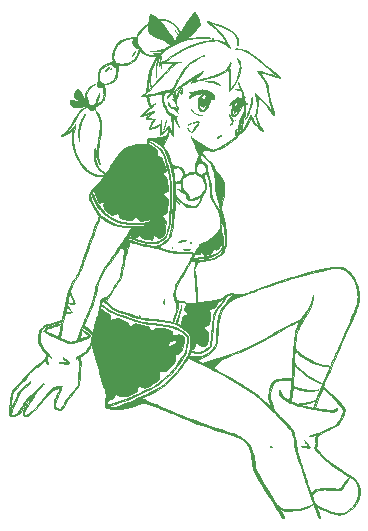
<source format=gbo>
G04 #@! TF.GenerationSoftware,KiCad,Pcbnew,5.0.0-rc2*
G04 #@! TF.CreationDate,2019-01-06T14:06:09-05:00*
G04 #@! TF.ProjectId,msp_shield,6D73705F736869656C642E6B69636164,rev?*
G04 #@! TF.SameCoordinates,Original*
G04 #@! TF.FileFunction,Legend,Bot*
G04 #@! TF.FilePolarity,Positive*
%FSLAX46Y46*%
G04 Gerber Fmt 4.6, Leading zero omitted, Abs format (unit mm)*
G04 Created by KiCad (PCBNEW 5.0.0-rc2) date Sun Jan  6 14:06:09 2019*
%MOMM*%
%LPD*%
G01*
G04 APERTURE LIST*
%ADD10C,0.010000*%
G04 APERTURE END LIST*
D10*
G04 #@! TO.C,G\002A\002A\002A*
G36*
X126756414Y-67748143D02*
X126802065Y-67805714D01*
X126830032Y-67839469D01*
X126926067Y-67954072D01*
X126976517Y-68010196D01*
X126989205Y-68015061D01*
X126971951Y-67975886D01*
X126966769Y-67965693D01*
X126901755Y-67874946D01*
X126824004Y-67796662D01*
X126764016Y-67747178D01*
X126756414Y-67748143D01*
X126756414Y-67748143D01*
G37*
X126756414Y-67748143D02*
X126802065Y-67805714D01*
X126830032Y-67839469D01*
X126926067Y-67954072D01*
X126976517Y-68010196D01*
X126989205Y-68015061D01*
X126971951Y-67975886D01*
X126966769Y-67965693D01*
X126901755Y-67874946D01*
X126824004Y-67796662D01*
X126764016Y-67747178D01*
X126756414Y-67748143D01*
G36*
X123359333Y-69490166D02*
X123380500Y-69511333D01*
X123401666Y-69490166D01*
X123380500Y-69469000D01*
X123359333Y-69490166D01*
X123359333Y-69490166D01*
G37*
X123359333Y-69490166D02*
X123380500Y-69511333D01*
X123401666Y-69490166D01*
X123380500Y-69469000D01*
X123359333Y-69490166D01*
G36*
X123317000Y-69574833D02*
X123338166Y-69596000D01*
X123359333Y-69574833D01*
X123338166Y-69553666D01*
X123317000Y-69574833D01*
X123317000Y-69574833D01*
G37*
X123317000Y-69574833D02*
X123338166Y-69596000D01*
X123359333Y-69574833D01*
X123338166Y-69553666D01*
X123317000Y-69574833D01*
G36*
X123264812Y-69670784D02*
X123232333Y-69723000D01*
X123205082Y-69788452D01*
X123208188Y-69807666D01*
X123242187Y-69775215D01*
X123274666Y-69723000D01*
X123301918Y-69657547D01*
X123298812Y-69638333D01*
X123264812Y-69670784D01*
X123264812Y-69670784D01*
G37*
X123264812Y-69670784D02*
X123232333Y-69723000D01*
X123205082Y-69788452D01*
X123208188Y-69807666D01*
X123242187Y-69775215D01*
X123274666Y-69723000D01*
X123301918Y-69657547D01*
X123298812Y-69638333D01*
X123264812Y-69670784D01*
G36*
X123135197Y-69879801D02*
X123126500Y-69892333D01*
X123115712Y-69931910D01*
X123121503Y-69934666D01*
X123160136Y-69904864D01*
X123168833Y-69892333D01*
X123179621Y-69852756D01*
X123173830Y-69850000D01*
X123135197Y-69879801D01*
X123135197Y-69879801D01*
G37*
X123135197Y-69879801D02*
X123126500Y-69892333D01*
X123115712Y-69931910D01*
X123121503Y-69934666D01*
X123160136Y-69904864D01*
X123168833Y-69892333D01*
X123179621Y-69852756D01*
X123173830Y-69850000D01*
X123135197Y-69879801D01*
G36*
X121314864Y-70980468D02*
X121306166Y-70993000D01*
X121295379Y-71032577D01*
X121301170Y-71035333D01*
X121339802Y-71005531D01*
X121348500Y-70993000D01*
X121359287Y-70953422D01*
X121353497Y-70950666D01*
X121314864Y-70980468D01*
X121314864Y-70980468D01*
G37*
X121314864Y-70980468D02*
X121306166Y-70993000D01*
X121295379Y-71032577D01*
X121301170Y-71035333D01*
X121339802Y-71005531D01*
X121348500Y-70993000D01*
X121359287Y-70953422D01*
X121353497Y-70950666D01*
X121314864Y-70980468D01*
G36*
X121170304Y-70817927D02*
X121103331Y-70868809D01*
X121021018Y-70951140D01*
X120941545Y-71043484D01*
X120883092Y-71124408D01*
X120863839Y-71172475D01*
X120866346Y-71176298D01*
X120900704Y-71153491D01*
X120974955Y-71082492D01*
X121073045Y-70978654D01*
X121073333Y-70978338D01*
X121163122Y-70873269D01*
X121197308Y-70817832D01*
X121173232Y-70816423D01*
X121170304Y-70817927D01*
X121170304Y-70817927D01*
G37*
X121170304Y-70817927D02*
X121103331Y-70868809D01*
X121021018Y-70951140D01*
X120941545Y-71043484D01*
X120883092Y-71124408D01*
X120863839Y-71172475D01*
X120866346Y-71176298D01*
X120900704Y-71153491D01*
X120974955Y-71082492D01*
X121073045Y-70978654D01*
X121073333Y-70978338D01*
X121163122Y-70873269D01*
X121197308Y-70817832D01*
X121173232Y-70816423D01*
X121170304Y-70817927D01*
G36*
X125998297Y-75300416D02*
X125992705Y-75387087D01*
X125998297Y-75406250D01*
X126013748Y-75411568D01*
X126019649Y-75353333D01*
X126012996Y-75293235D01*
X125998297Y-75300416D01*
X125998297Y-75300416D01*
G37*
X125998297Y-75300416D02*
X125992705Y-75387087D01*
X125998297Y-75406250D01*
X126013748Y-75411568D01*
X126019649Y-75353333D01*
X126012996Y-75293235D01*
X125998297Y-75300416D01*
G36*
X125968724Y-75528377D02*
X125940055Y-75598011D01*
X125900745Y-75719704D01*
X125897142Y-75731849D01*
X125858986Y-75871672D01*
X125836305Y-75975859D01*
X125833997Y-76021775D01*
X125854182Y-75994834D01*
X125888309Y-75907267D01*
X125917620Y-75815491D01*
X125954370Y-75678280D01*
X125977006Y-75567534D01*
X125980764Y-75525566D01*
X125968724Y-75528377D01*
X125968724Y-75528377D01*
G37*
X125968724Y-75528377D02*
X125940055Y-75598011D01*
X125900745Y-75719704D01*
X125897142Y-75731849D01*
X125858986Y-75871672D01*
X125836305Y-75975859D01*
X125833997Y-76021775D01*
X125854182Y-75994834D01*
X125888309Y-75907267D01*
X125917620Y-75815491D01*
X125954370Y-75678280D01*
X125977006Y-75567534D01*
X125980764Y-75525566D01*
X125968724Y-75528377D01*
G36*
X125772333Y-76094166D02*
X125793500Y-76115333D01*
X125814666Y-76094166D01*
X125793500Y-76073000D01*
X125772333Y-76094166D01*
X125772333Y-76094166D01*
G37*
X125772333Y-76094166D02*
X125793500Y-76115333D01*
X125814666Y-76094166D01*
X125793500Y-76073000D01*
X125772333Y-76094166D01*
G36*
X119114696Y-74820081D02*
X119052943Y-74922740D01*
X118959043Y-75098359D01*
X118934553Y-75146203D01*
X118789020Y-75455338D01*
X118690519Y-75727243D01*
X118632105Y-75989916D01*
X118606831Y-76271354D01*
X118604851Y-76475166D01*
X118611083Y-76679176D01*
X118623139Y-76863852D01*
X118639109Y-77005306D01*
X118652234Y-77067833D01*
X118669809Y-77101923D01*
X118678761Y-77065963D01*
X118679366Y-76955305D01*
X118671901Y-76765300D01*
X118671116Y-76749563D01*
X118670813Y-76339939D01*
X118717588Y-75963428D01*
X118817166Y-75592178D01*
X118975269Y-75198335D01*
X119001527Y-75141666D01*
X119087717Y-74951175D01*
X119134018Y-74834167D01*
X119142366Y-74790513D01*
X119114696Y-74820081D01*
X119114696Y-74820081D01*
G37*
X119114696Y-74820081D02*
X119052943Y-74922740D01*
X118959043Y-75098359D01*
X118934553Y-75146203D01*
X118789020Y-75455338D01*
X118690519Y-75727243D01*
X118632105Y-75989916D01*
X118606831Y-76271354D01*
X118604851Y-76475166D01*
X118611083Y-76679176D01*
X118623139Y-76863852D01*
X118639109Y-77005306D01*
X118652234Y-77067833D01*
X118669809Y-77101923D01*
X118678761Y-77065963D01*
X118679366Y-76955305D01*
X118671901Y-76765300D01*
X118671116Y-76749563D01*
X118670813Y-76339939D01*
X118717588Y-75963428D01*
X118817166Y-75592178D01*
X118975269Y-75198335D01*
X119001527Y-75141666D01*
X119087717Y-74951175D01*
X119134018Y-74834167D01*
X119142366Y-74790513D01*
X119114696Y-74820081D01*
G36*
X126957666Y-81174166D02*
X126978833Y-81195333D01*
X127000000Y-81174166D01*
X126978833Y-81153000D01*
X126957666Y-81174166D01*
X126957666Y-81174166D01*
G37*
X126957666Y-81174166D02*
X126978833Y-81195333D01*
X127000000Y-81174166D01*
X126978833Y-81153000D01*
X126957666Y-81174166D01*
G36*
X124587000Y-77152500D02*
X124608166Y-77173666D01*
X124629333Y-77152500D01*
X124608166Y-77131333D01*
X124587000Y-77152500D01*
X124587000Y-77152500D01*
G37*
X124587000Y-77152500D02*
X124608166Y-77173666D01*
X124629333Y-77152500D01*
X124608166Y-77131333D01*
X124587000Y-77152500D01*
G36*
X127456383Y-85500206D02*
X127307102Y-85528904D01*
X127169548Y-85566848D01*
X127084666Y-85602161D01*
X127068703Y-85625442D01*
X127118634Y-85634585D01*
X127217046Y-85630558D01*
X127346526Y-85614329D01*
X127489660Y-85586865D01*
X127529166Y-85577456D01*
X127648332Y-85542699D01*
X127690515Y-85515470D01*
X127667242Y-85493477D01*
X127586669Y-85486487D01*
X127456383Y-85500206D01*
X127456383Y-85500206D01*
G37*
X127456383Y-85500206D02*
X127307102Y-85528904D01*
X127169548Y-85566848D01*
X127084666Y-85602161D01*
X127068703Y-85625442D01*
X127118634Y-85634585D01*
X127217046Y-85630558D01*
X127346526Y-85614329D01*
X127489660Y-85586865D01*
X127529166Y-85577456D01*
X127648332Y-85542699D01*
X127690515Y-85515470D01*
X127667242Y-85493477D01*
X127586669Y-85486487D01*
X127456383Y-85500206D01*
G36*
X128072444Y-85696777D02*
X128078255Y-85721944D01*
X128100666Y-85725000D01*
X128135512Y-85709510D01*
X128128889Y-85696777D01*
X128078649Y-85691711D01*
X128072444Y-85696777D01*
X128072444Y-85696777D01*
G37*
X128072444Y-85696777D02*
X128078255Y-85721944D01*
X128100666Y-85725000D01*
X128135512Y-85709510D01*
X128128889Y-85696777D01*
X128078649Y-85691711D01*
X128072444Y-85696777D01*
G36*
X126506111Y-86120111D02*
X126511922Y-86145278D01*
X126534333Y-86148333D01*
X126569178Y-86132844D01*
X126562555Y-86120111D01*
X126512316Y-86115044D01*
X126506111Y-86120111D01*
X126506111Y-86120111D01*
G37*
X126506111Y-86120111D02*
X126511922Y-86145278D01*
X126534333Y-86148333D01*
X126569178Y-86132844D01*
X126562555Y-86120111D01*
X126512316Y-86115044D01*
X126506111Y-86120111D01*
G36*
X127599789Y-86283172D02*
X127539750Y-86286456D01*
X127488436Y-86292537D01*
X127514320Y-86297504D01*
X127609936Y-86300833D01*
X127762000Y-86302004D01*
X127918043Y-86300759D01*
X128011587Y-86297370D01*
X128035166Y-86292361D01*
X127984250Y-86286456D01*
X127798362Y-86280188D01*
X127599789Y-86283172D01*
X127599789Y-86283172D01*
G37*
X127599789Y-86283172D02*
X127539750Y-86286456D01*
X127488436Y-86292537D01*
X127514320Y-86297504D01*
X127609936Y-86300833D01*
X127762000Y-86302004D01*
X127918043Y-86300759D01*
X128011587Y-86297370D01*
X128035166Y-86292361D01*
X127984250Y-86286456D01*
X127798362Y-86280188D01*
X127599789Y-86283172D01*
G36*
X125831600Y-90528463D02*
X125785001Y-90634734D01*
X125772333Y-90720333D01*
X125795086Y-90838580D01*
X125831600Y-90912203D01*
X125863322Y-90947232D01*
X125881210Y-90934823D01*
X125889109Y-90862523D01*
X125890866Y-90720333D01*
X125889052Y-90576732D01*
X125881046Y-90505311D01*
X125862999Y-90493616D01*
X125831600Y-90528463D01*
X125831600Y-90528463D01*
G37*
X125831600Y-90528463D02*
X125785001Y-90634734D01*
X125772333Y-90720333D01*
X125795086Y-90838580D01*
X125831600Y-90912203D01*
X125863322Y-90947232D01*
X125881210Y-90934823D01*
X125889109Y-90862523D01*
X125890866Y-90720333D01*
X125889052Y-90576732D01*
X125881046Y-90505311D01*
X125862999Y-90493616D01*
X125831600Y-90528463D01*
G36*
X123740333Y-91879503D02*
X123770135Y-91918135D01*
X123782666Y-91926833D01*
X123822244Y-91937620D01*
X123825000Y-91931830D01*
X123795198Y-91893197D01*
X123782666Y-91884500D01*
X123743089Y-91873712D01*
X123740333Y-91879503D01*
X123740333Y-91879503D01*
G37*
X123740333Y-91879503D02*
X123770135Y-91918135D01*
X123782666Y-91926833D01*
X123822244Y-91937620D01*
X123825000Y-91931830D01*
X123795198Y-91893197D01*
X123782666Y-91884500D01*
X123743089Y-91873712D01*
X123740333Y-91879503D01*
G36*
X117284829Y-95456201D02*
X117336650Y-95526882D01*
X117455364Y-95644631D01*
X117458767Y-95647745D01*
X117665500Y-95836636D01*
X117263333Y-95815835D01*
X117066921Y-95810656D01*
X116953783Y-95818333D01*
X116923860Y-95836750D01*
X116977097Y-95863790D01*
X117113433Y-95897335D01*
X117266320Y-95924865D01*
X117491984Y-95956850D01*
X117647275Y-95966644D01*
X117743635Y-95953834D01*
X117792510Y-95918006D01*
X117798565Y-95905627D01*
X117803313Y-95845291D01*
X117764946Y-95776856D01*
X117673767Y-95688782D01*
X117520080Y-95569531D01*
X117509736Y-95561923D01*
X117373472Y-95470186D01*
X117297803Y-95436124D01*
X117284829Y-95456201D01*
X117284829Y-95456201D01*
G37*
X117284829Y-95456201D02*
X117336650Y-95526882D01*
X117455364Y-95644631D01*
X117458767Y-95647745D01*
X117665500Y-95836636D01*
X117263333Y-95815835D01*
X117066921Y-95810656D01*
X116953783Y-95818333D01*
X116923860Y-95836750D01*
X116977097Y-95863790D01*
X117113433Y-95897335D01*
X117266320Y-95924865D01*
X117491984Y-95956850D01*
X117647275Y-95966644D01*
X117743635Y-95953834D01*
X117792510Y-95918006D01*
X117798565Y-95905627D01*
X117803313Y-95845291D01*
X117764946Y-95776856D01*
X117673767Y-95688782D01*
X117520080Y-95569531D01*
X117509736Y-95561923D01*
X117373472Y-95470186D01*
X117297803Y-95436124D01*
X117284829Y-95456201D01*
G36*
X137706802Y-102435592D02*
X137750873Y-102518845D01*
X137828131Y-102638310D01*
X137860391Y-102684359D01*
X138060213Y-102964385D01*
X137758273Y-102934063D01*
X137611109Y-102922151D01*
X137503640Y-102918918D01*
X137456871Y-102924911D01*
X137456333Y-102926199D01*
X137493867Y-102952290D01*
X137589983Y-102986940D01*
X137719953Y-103023618D01*
X137859047Y-103055791D01*
X137982536Y-103076929D01*
X138044932Y-103081666D01*
X138142036Y-103067563D01*
X138175422Y-103018722D01*
X138176000Y-103006970D01*
X138150840Y-102941911D01*
X138085612Y-102837330D01*
X137995691Y-102712889D01*
X137896455Y-102588249D01*
X137803280Y-102483071D01*
X137731541Y-102417016D01*
X137704695Y-102404333D01*
X137706802Y-102435592D01*
X137706802Y-102435592D01*
G37*
X137706802Y-102435592D02*
X137750873Y-102518845D01*
X137828131Y-102638310D01*
X137860391Y-102684359D01*
X138060213Y-102964385D01*
X137758273Y-102934063D01*
X137611109Y-102922151D01*
X137503640Y-102918918D01*
X137456871Y-102924911D01*
X137456333Y-102926199D01*
X137493867Y-102952290D01*
X137589983Y-102986940D01*
X137719953Y-103023618D01*
X137859047Y-103055791D01*
X137982536Y-103076929D01*
X138044932Y-103081666D01*
X138142036Y-103067563D01*
X138175422Y-103018722D01*
X138176000Y-103006970D01*
X138150840Y-102941911D01*
X138085612Y-102837330D01*
X137995691Y-102712889D01*
X137896455Y-102588249D01*
X137803280Y-102483071D01*
X137731541Y-102417016D01*
X137704695Y-102404333D01*
X137706802Y-102435592D01*
G36*
X129935111Y-68424777D02*
X129940922Y-68449944D01*
X129963333Y-68453000D01*
X129998178Y-68437510D01*
X129991555Y-68424777D01*
X129941316Y-68419711D01*
X129935111Y-68424777D01*
X129935111Y-68424777D01*
G37*
X129935111Y-68424777D02*
X129940922Y-68449944D01*
X129963333Y-68453000D01*
X129998178Y-68437510D01*
X129991555Y-68424777D01*
X129941316Y-68419711D01*
X129935111Y-68424777D01*
G36*
X132009444Y-69271444D02*
X132015255Y-69296611D01*
X132037666Y-69299666D01*
X132072512Y-69284177D01*
X132065889Y-69271444D01*
X132015649Y-69266377D01*
X132009444Y-69271444D01*
X132009444Y-69271444D01*
G37*
X132009444Y-69271444D02*
X132015255Y-69296611D01*
X132037666Y-69299666D01*
X132072512Y-69284177D01*
X132065889Y-69271444D01*
X132015649Y-69266377D01*
X132009444Y-69271444D01*
G36*
X131855818Y-69288226D02*
X131847166Y-69299666D01*
X131849102Y-69338738D01*
X131863336Y-69342000D01*
X131923182Y-69311107D01*
X131931833Y-69299666D01*
X131929898Y-69260594D01*
X131915663Y-69257333D01*
X131855818Y-69288226D01*
X131855818Y-69288226D01*
G37*
X131855818Y-69288226D02*
X131847166Y-69299666D01*
X131849102Y-69338738D01*
X131863336Y-69342000D01*
X131923182Y-69311107D01*
X131931833Y-69299666D01*
X131929898Y-69260594D01*
X131915663Y-69257333D01*
X131855818Y-69288226D01*
G36*
X129195264Y-69830041D02*
X129159000Y-69850000D01*
X129125115Y-69883543D01*
X129137833Y-69891036D01*
X129207403Y-69869958D01*
X129243666Y-69850000D01*
X129277551Y-69816456D01*
X129264833Y-69808963D01*
X129195264Y-69830041D01*
X129195264Y-69830041D01*
G37*
X129195264Y-69830041D02*
X129159000Y-69850000D01*
X129125115Y-69883543D01*
X129137833Y-69891036D01*
X129207403Y-69869958D01*
X129243666Y-69850000D01*
X129277551Y-69816456D01*
X129264833Y-69808963D01*
X129195264Y-69830041D01*
G36*
X131445000Y-70463833D02*
X131466166Y-70485000D01*
X131487333Y-70463833D01*
X131466166Y-70442666D01*
X131445000Y-70463833D01*
X131445000Y-70463833D01*
G37*
X131445000Y-70463833D02*
X131466166Y-70485000D01*
X131487333Y-70463833D01*
X131466166Y-70442666D01*
X131445000Y-70463833D01*
G36*
X129335333Y-72022806D02*
X129367209Y-72030490D01*
X129464733Y-72044251D01*
X129518833Y-72051308D01*
X129700247Y-72080652D01*
X129875836Y-72118688D01*
X129991256Y-72151912D01*
X130103121Y-72184520D01*
X130178643Y-72193680D01*
X130192339Y-72189216D01*
X130215759Y-72195783D01*
X130217333Y-72210247D01*
X130253878Y-72250552D01*
X130341967Y-72283641D01*
X130343848Y-72284060D01*
X130441216Y-72315574D01*
X130494513Y-72350923D01*
X130542394Y-72387346D01*
X130584965Y-72378066D01*
X130589009Y-72340862D01*
X130545583Y-72294777D01*
X130450196Y-72226405D01*
X130356018Y-72169346D01*
X130248839Y-72113373D01*
X130148807Y-72076216D01*
X130032403Y-72053019D01*
X129876106Y-72038929D01*
X129680953Y-72029985D01*
X129487469Y-72023176D01*
X129373842Y-72020575D01*
X129335333Y-72022806D01*
X129335333Y-72022806D01*
G37*
X129335333Y-72022806D02*
X129367209Y-72030490D01*
X129464733Y-72044251D01*
X129518833Y-72051308D01*
X129700247Y-72080652D01*
X129875836Y-72118688D01*
X129991256Y-72151912D01*
X130103121Y-72184520D01*
X130178643Y-72193680D01*
X130192339Y-72189216D01*
X130215759Y-72195783D01*
X130217333Y-72210247D01*
X130253878Y-72250552D01*
X130341967Y-72283641D01*
X130343848Y-72284060D01*
X130441216Y-72315574D01*
X130494513Y-72350923D01*
X130542394Y-72387346D01*
X130584965Y-72378066D01*
X130589009Y-72340862D01*
X130545583Y-72294777D01*
X130450196Y-72226405D01*
X130356018Y-72169346D01*
X130248839Y-72113373D01*
X130148807Y-72076216D01*
X130032403Y-72053019D01*
X129876106Y-72038929D01*
X129680953Y-72029985D01*
X129487469Y-72023176D01*
X129373842Y-72020575D01*
X129335333Y-72022806D01*
G36*
X127341596Y-72697461D02*
X127318391Y-72814343D01*
X127315229Y-72834888D01*
X127291427Y-72952398D01*
X127265673Y-72991315D01*
X127245780Y-72976351D01*
X127223181Y-72958674D01*
X127233045Y-73018374D01*
X127234818Y-73025000D01*
X127272098Y-73131714D01*
X127304109Y-73155369D01*
X127331564Y-73095461D01*
X127355176Y-72951482D01*
X127356666Y-72938577D01*
X127369739Y-72784956D01*
X127369859Y-72689245D01*
X127359615Y-72657921D01*
X127341596Y-72697461D01*
X127341596Y-72697461D01*
G37*
X127341596Y-72697461D02*
X127318391Y-72814343D01*
X127315229Y-72834888D01*
X127291427Y-72952398D01*
X127265673Y-72991315D01*
X127245780Y-72976351D01*
X127223181Y-72958674D01*
X127233045Y-73018374D01*
X127234818Y-73025000D01*
X127272098Y-73131714D01*
X127304109Y-73155369D01*
X127331564Y-73095461D01*
X127355176Y-72951482D01*
X127356666Y-72938577D01*
X127369739Y-72784956D01*
X127369859Y-72689245D01*
X127359615Y-72657921D01*
X127341596Y-72697461D01*
G36*
X120322099Y-73088281D02*
X120286232Y-73204057D01*
X120266121Y-73279000D01*
X120206162Y-73469053D01*
X120129558Y-73658748D01*
X120055159Y-73803012D01*
X119978813Y-73935440D01*
X119948038Y-74009094D01*
X119961708Y-74019855D01*
X120018699Y-73963601D01*
X120078611Y-73888925D01*
X120170884Y-73733924D01*
X120254798Y-73534520D01*
X120318451Y-73325341D01*
X120349945Y-73141015D01*
X120351336Y-73095311D01*
X120343481Y-73052721D01*
X120322099Y-73088281D01*
X120322099Y-73088281D01*
G37*
X120322099Y-73088281D02*
X120286232Y-73204057D01*
X120266121Y-73279000D01*
X120206162Y-73469053D01*
X120129558Y-73658748D01*
X120055159Y-73803012D01*
X119978813Y-73935440D01*
X119948038Y-74009094D01*
X119961708Y-74019855D01*
X120018699Y-73963601D01*
X120078611Y-73888925D01*
X120170884Y-73733924D01*
X120254798Y-73534520D01*
X120318451Y-73325341D01*
X120349945Y-73141015D01*
X120351336Y-73095311D01*
X120343481Y-73052721D01*
X120322099Y-73088281D01*
G36*
X128971553Y-72759014D02*
X128836398Y-72795114D01*
X128657766Y-72852348D01*
X128468251Y-72910280D01*
X128290968Y-72956574D01*
X128152964Y-72984491D01*
X128107432Y-72989441D01*
X127952500Y-72996216D01*
X128090083Y-73013290D01*
X128183666Y-73030603D01*
X128227260Y-73049897D01*
X128227666Y-73051581D01*
X128198487Y-73089869D01*
X128126281Y-73157806D01*
X128105735Y-73175397D01*
X128033185Y-73251839D01*
X127974815Y-73338530D01*
X127943512Y-73411713D01*
X127952166Y-73447628D01*
X127957670Y-73448333D01*
X128002071Y-73430715D01*
X128099846Y-73384724D01*
X128218290Y-73326093D01*
X128404860Y-73241273D01*
X128605576Y-73165019D01*
X128794842Y-73105784D01*
X128947065Y-73072021D01*
X129001735Y-73067333D01*
X129044245Y-73075037D01*
X129039226Y-73108336D01*
X128981687Y-73182508D01*
X128953536Y-73214903D01*
X128828362Y-73406155D01*
X128742443Y-73636861D01*
X128698681Y-73883898D01*
X128699974Y-74124144D01*
X128749224Y-74334477D01*
X128800693Y-74433339D01*
X128921806Y-74556621D01*
X129060106Y-74597362D01*
X129213395Y-74555440D01*
X129343792Y-74463665D01*
X129452368Y-74333527D01*
X129559193Y-74145756D01*
X129596507Y-74057753D01*
X129422517Y-74057753D01*
X129409042Y-74186298D01*
X129334903Y-74324950D01*
X129219103Y-74442481D01*
X129141100Y-74492063D01*
X129078383Y-74493296D01*
X129003353Y-74440204D01*
X128944077Y-74382923D01*
X128852343Y-74273192D01*
X128824407Y-74173247D01*
X128852248Y-74048035D01*
X128861619Y-74022589D01*
X128907504Y-73945187D01*
X128955280Y-73915286D01*
X128983416Y-73938377D01*
X128978973Y-73992653D01*
X128978444Y-74108152D01*
X129032992Y-74181811D01*
X129121231Y-74208150D01*
X129221776Y-74181684D01*
X129313242Y-74096934D01*
X129323572Y-74080986D01*
X129402232Y-73951639D01*
X129422517Y-74057753D01*
X129596507Y-74057753D01*
X129652060Y-73926736D01*
X129718761Y-73702853D01*
X129735515Y-73617009D01*
X129755151Y-73509671D01*
X129777752Y-73473029D01*
X129819379Y-73494133D01*
X129852646Y-73522554D01*
X129960972Y-73582956D01*
X130054836Y-73581247D01*
X130115613Y-73529677D01*
X130124679Y-73440491D01*
X130092106Y-73365086D01*
X130077474Y-73283055D01*
X130086485Y-73266255D01*
X129376711Y-73266255D01*
X129356141Y-73382784D01*
X129326559Y-73441073D01*
X129234157Y-73543667D01*
X129134752Y-73572593D01*
X129042866Y-73524243D01*
X129033686Y-73513864D01*
X129004021Y-73420491D01*
X129032407Y-73312240D01*
X129103189Y-73215894D01*
X129200711Y-73158237D01*
X129245201Y-73152000D01*
X129338087Y-73183485D01*
X129376711Y-73266255D01*
X130086485Y-73266255D01*
X130092226Y-73255552D01*
X130094508Y-73195420D01*
X130030312Y-73117515D01*
X129913669Y-73030269D01*
X129758612Y-72942113D01*
X129579172Y-72861477D01*
X129389381Y-72796792D01*
X129286000Y-72771139D01*
X129171602Y-72750226D01*
X129075037Y-72745118D01*
X128971553Y-72759014D01*
X128971553Y-72759014D01*
G37*
X128971553Y-72759014D02*
X128836398Y-72795114D01*
X128657766Y-72852348D01*
X128468251Y-72910280D01*
X128290968Y-72956574D01*
X128152964Y-72984491D01*
X128107432Y-72989441D01*
X127952500Y-72996216D01*
X128090083Y-73013290D01*
X128183666Y-73030603D01*
X128227260Y-73049897D01*
X128227666Y-73051581D01*
X128198487Y-73089869D01*
X128126281Y-73157806D01*
X128105735Y-73175397D01*
X128033185Y-73251839D01*
X127974815Y-73338530D01*
X127943512Y-73411713D01*
X127952166Y-73447628D01*
X127957670Y-73448333D01*
X128002071Y-73430715D01*
X128099846Y-73384724D01*
X128218290Y-73326093D01*
X128404860Y-73241273D01*
X128605576Y-73165019D01*
X128794842Y-73105784D01*
X128947065Y-73072021D01*
X129001735Y-73067333D01*
X129044245Y-73075037D01*
X129039226Y-73108336D01*
X128981687Y-73182508D01*
X128953536Y-73214903D01*
X128828362Y-73406155D01*
X128742443Y-73636861D01*
X128698681Y-73883898D01*
X128699974Y-74124144D01*
X128749224Y-74334477D01*
X128800693Y-74433339D01*
X128921806Y-74556621D01*
X129060106Y-74597362D01*
X129213395Y-74555440D01*
X129343792Y-74463665D01*
X129452368Y-74333527D01*
X129559193Y-74145756D01*
X129596507Y-74057753D01*
X129422517Y-74057753D01*
X129409042Y-74186298D01*
X129334903Y-74324950D01*
X129219103Y-74442481D01*
X129141100Y-74492063D01*
X129078383Y-74493296D01*
X129003353Y-74440204D01*
X128944077Y-74382923D01*
X128852343Y-74273192D01*
X128824407Y-74173247D01*
X128852248Y-74048035D01*
X128861619Y-74022589D01*
X128907504Y-73945187D01*
X128955280Y-73915286D01*
X128983416Y-73938377D01*
X128978973Y-73992653D01*
X128978444Y-74108152D01*
X129032992Y-74181811D01*
X129121231Y-74208150D01*
X129221776Y-74181684D01*
X129313242Y-74096934D01*
X129323572Y-74080986D01*
X129402232Y-73951639D01*
X129422517Y-74057753D01*
X129596507Y-74057753D01*
X129652060Y-73926736D01*
X129718761Y-73702853D01*
X129735515Y-73617009D01*
X129755151Y-73509671D01*
X129777752Y-73473029D01*
X129819379Y-73494133D01*
X129852646Y-73522554D01*
X129960972Y-73582956D01*
X130054836Y-73581247D01*
X130115613Y-73529677D01*
X130124679Y-73440491D01*
X130092106Y-73365086D01*
X130077474Y-73283055D01*
X130086485Y-73266255D01*
X129376711Y-73266255D01*
X129356141Y-73382784D01*
X129326559Y-73441073D01*
X129234157Y-73543667D01*
X129134752Y-73572593D01*
X129042866Y-73524243D01*
X129033686Y-73513864D01*
X129004021Y-73420491D01*
X129032407Y-73312240D01*
X129103189Y-73215894D01*
X129200711Y-73158237D01*
X129245201Y-73152000D01*
X129338087Y-73183485D01*
X129376711Y-73266255D01*
X130086485Y-73266255D01*
X130092226Y-73255552D01*
X130094508Y-73195420D01*
X130030312Y-73117515D01*
X129913669Y-73030269D01*
X129758612Y-72942113D01*
X129579172Y-72861477D01*
X129389381Y-72796792D01*
X129286000Y-72771139D01*
X129171602Y-72750226D01*
X129075037Y-72745118D01*
X128971553Y-72759014D01*
G36*
X126157786Y-73808166D02*
X126173251Y-73898839D01*
X126215034Y-74022265D01*
X126232126Y-74062166D01*
X126294902Y-74174004D01*
X126374385Y-74238661D01*
X126503734Y-74283550D01*
X126668765Y-74351753D01*
X126775120Y-74444285D01*
X126887013Y-74597594D01*
X126962056Y-74688820D01*
X126996654Y-74713713D01*
X126998591Y-74708606D01*
X126984966Y-74653247D01*
X126949130Y-74551606D01*
X126932910Y-74510040D01*
X126833593Y-74344467D01*
X126699446Y-74240498D01*
X126567573Y-74209685D01*
X126457503Y-74191602D01*
X126371210Y-74128745D01*
X126291493Y-74005635D01*
X126253401Y-73926927D01*
X126199302Y-73822107D01*
X126166131Y-73787148D01*
X126157786Y-73808166D01*
X126157786Y-73808166D01*
G37*
X126157786Y-73808166D02*
X126173251Y-73898839D01*
X126215034Y-74022265D01*
X126232126Y-74062166D01*
X126294902Y-74174004D01*
X126374385Y-74238661D01*
X126503734Y-74283550D01*
X126668765Y-74351753D01*
X126775120Y-74444285D01*
X126887013Y-74597594D01*
X126962056Y-74688820D01*
X126996654Y-74713713D01*
X126998591Y-74708606D01*
X126984966Y-74653247D01*
X126949130Y-74551606D01*
X126932910Y-74510040D01*
X126833593Y-74344467D01*
X126699446Y-74240498D01*
X126567573Y-74209685D01*
X126457503Y-74191602D01*
X126371210Y-74128745D01*
X126291493Y-74005635D01*
X126253401Y-73926927D01*
X126199302Y-73822107D01*
X126166131Y-73787148D01*
X126157786Y-73808166D01*
G36*
X128131823Y-74436209D02*
X128155761Y-74485599D01*
X128225357Y-74598743D01*
X128298177Y-74684355D01*
X128432968Y-74776225D01*
X128607454Y-74856482D01*
X128784266Y-74910341D01*
X128905000Y-74924431D01*
X129053166Y-74920723D01*
X128877218Y-74885913D01*
X128594312Y-74792991D01*
X128350177Y-74639190D01*
X128227690Y-74518478D01*
X128151086Y-74429646D01*
X128121375Y-74403249D01*
X128131823Y-74436209D01*
X128131823Y-74436209D01*
G37*
X128131823Y-74436209D02*
X128155761Y-74485599D01*
X128225357Y-74598743D01*
X128298177Y-74684355D01*
X128432968Y-74776225D01*
X128607454Y-74856482D01*
X128784266Y-74910341D01*
X128905000Y-74924431D01*
X129053166Y-74920723D01*
X128877218Y-74885913D01*
X128594312Y-74792991D01*
X128350177Y-74639190D01*
X128227690Y-74518478D01*
X128151086Y-74429646D01*
X128121375Y-74403249D01*
X128131823Y-74436209D01*
G36*
X132144674Y-69291846D02*
X132143974Y-69300433D01*
X132194458Y-69325733D01*
X132297819Y-69351405D01*
X132344353Y-69359332D01*
X132527050Y-69399616D01*
X132715422Y-69469439D01*
X132918766Y-69574563D01*
X133146378Y-69720750D01*
X133407553Y-69913763D01*
X133711588Y-70159363D01*
X133921500Y-70336979D01*
X134152544Y-70533931D01*
X134408269Y-70750056D01*
X134662024Y-70962939D01*
X134887156Y-71150165D01*
X134950219Y-71202164D01*
X135117727Y-71341491D01*
X135257742Y-71461011D01*
X135359157Y-71550999D01*
X135410864Y-71601727D01*
X135414978Y-71609133D01*
X135371373Y-71603265D01*
X135267845Y-71575525D01*
X135124576Y-71531453D01*
X135084759Y-71518481D01*
X134895839Y-71458638D01*
X134683140Y-71395110D01*
X134461405Y-71331829D01*
X134245372Y-71272727D01*
X134049782Y-71221735D01*
X133889377Y-71182785D01*
X133778897Y-71159809D01*
X133733082Y-71156738D01*
X133732625Y-71157844D01*
X133758381Y-71199422D01*
X133826618Y-71291344D01*
X133925964Y-71418620D01*
X134009096Y-71522166D01*
X134233327Y-71821193D01*
X134397089Y-72097318D01*
X134511274Y-72373204D01*
X134586777Y-72671510D01*
X134601117Y-72753677D01*
X134664623Y-73136650D01*
X134721096Y-73451126D01*
X134773734Y-73712655D01*
X134825737Y-73936787D01*
X134880303Y-74139070D01*
X134899550Y-74204113D01*
X134945623Y-74364304D01*
X134977631Y-74490795D01*
X134990847Y-74564157D01*
X134989651Y-74574460D01*
X134958464Y-74552231D01*
X134894636Y-74477510D01*
X134829213Y-74390179D01*
X134763548Y-74308065D01*
X134657627Y-74186707D01*
X134521673Y-74036791D01*
X134365910Y-73869001D01*
X134200560Y-73694022D01*
X134035847Y-73522541D01*
X133881994Y-73365240D01*
X133749223Y-73232806D01*
X133647757Y-73135924D01*
X133587821Y-73085279D01*
X133576435Y-73080787D01*
X133578689Y-73125560D01*
X133596644Y-73233643D01*
X133626915Y-73385861D01*
X133645665Y-73472779D01*
X133683657Y-73659452D01*
X133712838Y-73830970D01*
X133728586Y-73959019D01*
X133730084Y-73989868D01*
X133719680Y-74127601D01*
X133691157Y-74310538D01*
X133650634Y-74510119D01*
X133604227Y-74697785D01*
X133558055Y-74844976D01*
X133535838Y-74896682D01*
X133501034Y-74978366D01*
X133497074Y-75017444D01*
X133522902Y-74998369D01*
X133540927Y-74971642D01*
X133587613Y-74944645D01*
X133600516Y-74949013D01*
X133629438Y-74925607D01*
X133662291Y-74833655D01*
X133696652Y-74689037D01*
X133730103Y-74507633D01*
X133760221Y-74305326D01*
X133784587Y-74097997D01*
X133800779Y-73901526D01*
X133806377Y-73731794D01*
X133801838Y-73628250D01*
X133793149Y-73504432D01*
X133794746Y-73423749D01*
X133801612Y-73406000D01*
X133849058Y-73437001D01*
X133939786Y-73522407D01*
X134063803Y-73650818D01*
X134211116Y-73810832D01*
X134371730Y-73991052D01*
X134535652Y-74180076D01*
X134692889Y-74366505D01*
X134833448Y-74538939D01*
X134947335Y-74685979D01*
X135024556Y-74796224D01*
X135034336Y-74812201D01*
X135100985Y-74903038D01*
X135149442Y-74927089D01*
X135170155Y-74880176D01*
X135170333Y-74871706D01*
X135158454Y-74807977D01*
X135126522Y-74684314D01*
X135080095Y-74521483D01*
X135048516Y-74416623D01*
X134902611Y-73883011D01*
X134775194Y-73298999D01*
X134690873Y-72813333D01*
X134659267Y-72631070D01*
X134620661Y-72467838D01*
X134568744Y-72308873D01*
X134497204Y-72139410D01*
X134399728Y-71944682D01*
X134270005Y-71709925D01*
X134101723Y-71420374D01*
X134078760Y-71381451D01*
X134048435Y-71313210D01*
X134054588Y-71289333D01*
X134102757Y-71301270D01*
X134218620Y-71334478D01*
X134389032Y-71385057D01*
X134600848Y-71449103D01*
X134840925Y-71522716D01*
X134845376Y-71524089D01*
X135088594Y-71597485D01*
X135306697Y-71660139D01*
X135485783Y-71708312D01*
X135611950Y-71738265D01*
X135671230Y-71746270D01*
X135664204Y-71716785D01*
X135596241Y-71642319D01*
X135473862Y-71529060D01*
X135303586Y-71383193D01*
X135191084Y-71290663D01*
X134961800Y-71103008D01*
X134695242Y-70882586D01*
X134418353Y-70651806D01*
X134158076Y-70433077D01*
X134050735Y-70342162D01*
X133701466Y-70052444D01*
X133402432Y-69820213D01*
X133146617Y-69640579D01*
X132927003Y-69508654D01*
X132736575Y-69419548D01*
X132715000Y-69411371D01*
X132578383Y-69366988D01*
X132432665Y-69328886D01*
X132298222Y-69301022D01*
X132195433Y-69287355D01*
X132144674Y-69291846D01*
X132144674Y-69291846D01*
G37*
X132144674Y-69291846D02*
X132143974Y-69300433D01*
X132194458Y-69325733D01*
X132297819Y-69351405D01*
X132344353Y-69359332D01*
X132527050Y-69399616D01*
X132715422Y-69469439D01*
X132918766Y-69574563D01*
X133146378Y-69720750D01*
X133407553Y-69913763D01*
X133711588Y-70159363D01*
X133921500Y-70336979D01*
X134152544Y-70533931D01*
X134408269Y-70750056D01*
X134662024Y-70962939D01*
X134887156Y-71150165D01*
X134950219Y-71202164D01*
X135117727Y-71341491D01*
X135257742Y-71461011D01*
X135359157Y-71550999D01*
X135410864Y-71601727D01*
X135414978Y-71609133D01*
X135371373Y-71603265D01*
X135267845Y-71575525D01*
X135124576Y-71531453D01*
X135084759Y-71518481D01*
X134895839Y-71458638D01*
X134683140Y-71395110D01*
X134461405Y-71331829D01*
X134245372Y-71272727D01*
X134049782Y-71221735D01*
X133889377Y-71182785D01*
X133778897Y-71159809D01*
X133733082Y-71156738D01*
X133732625Y-71157844D01*
X133758381Y-71199422D01*
X133826618Y-71291344D01*
X133925964Y-71418620D01*
X134009096Y-71522166D01*
X134233327Y-71821193D01*
X134397089Y-72097318D01*
X134511274Y-72373204D01*
X134586777Y-72671510D01*
X134601117Y-72753677D01*
X134664623Y-73136650D01*
X134721096Y-73451126D01*
X134773734Y-73712655D01*
X134825737Y-73936787D01*
X134880303Y-74139070D01*
X134899550Y-74204113D01*
X134945623Y-74364304D01*
X134977631Y-74490795D01*
X134990847Y-74564157D01*
X134989651Y-74574460D01*
X134958464Y-74552231D01*
X134894636Y-74477510D01*
X134829213Y-74390179D01*
X134763548Y-74308065D01*
X134657627Y-74186707D01*
X134521673Y-74036791D01*
X134365910Y-73869001D01*
X134200560Y-73694022D01*
X134035847Y-73522541D01*
X133881994Y-73365240D01*
X133749223Y-73232806D01*
X133647757Y-73135924D01*
X133587821Y-73085279D01*
X133576435Y-73080787D01*
X133578689Y-73125560D01*
X133596644Y-73233643D01*
X133626915Y-73385861D01*
X133645665Y-73472779D01*
X133683657Y-73659452D01*
X133712838Y-73830970D01*
X133728586Y-73959019D01*
X133730084Y-73989868D01*
X133719680Y-74127601D01*
X133691157Y-74310538D01*
X133650634Y-74510119D01*
X133604227Y-74697785D01*
X133558055Y-74844976D01*
X133535838Y-74896682D01*
X133501034Y-74978366D01*
X133497074Y-75017444D01*
X133522902Y-74998369D01*
X133540927Y-74971642D01*
X133587613Y-74944645D01*
X133600516Y-74949013D01*
X133629438Y-74925607D01*
X133662291Y-74833655D01*
X133696652Y-74689037D01*
X133730103Y-74507633D01*
X133760221Y-74305326D01*
X133784587Y-74097997D01*
X133800779Y-73901526D01*
X133806377Y-73731794D01*
X133801838Y-73628250D01*
X133793149Y-73504432D01*
X133794746Y-73423749D01*
X133801612Y-73406000D01*
X133849058Y-73437001D01*
X133939786Y-73522407D01*
X134063803Y-73650818D01*
X134211116Y-73810832D01*
X134371730Y-73991052D01*
X134535652Y-74180076D01*
X134692889Y-74366505D01*
X134833448Y-74538939D01*
X134947335Y-74685979D01*
X135024556Y-74796224D01*
X135034336Y-74812201D01*
X135100985Y-74903038D01*
X135149442Y-74927089D01*
X135170155Y-74880176D01*
X135170333Y-74871706D01*
X135158454Y-74807977D01*
X135126522Y-74684314D01*
X135080095Y-74521483D01*
X135048516Y-74416623D01*
X134902611Y-73883011D01*
X134775194Y-73298999D01*
X134690873Y-72813333D01*
X134659267Y-72631070D01*
X134620661Y-72467838D01*
X134568744Y-72308873D01*
X134497204Y-72139410D01*
X134399728Y-71944682D01*
X134270005Y-71709925D01*
X134101723Y-71420374D01*
X134078760Y-71381451D01*
X134048435Y-71313210D01*
X134054588Y-71289333D01*
X134102757Y-71301270D01*
X134218620Y-71334478D01*
X134389032Y-71385057D01*
X134600848Y-71449103D01*
X134840925Y-71522716D01*
X134845376Y-71524089D01*
X135088594Y-71597485D01*
X135306697Y-71660139D01*
X135485783Y-71708312D01*
X135611950Y-71738265D01*
X135671230Y-71746270D01*
X135664204Y-71716785D01*
X135596241Y-71642319D01*
X135473862Y-71529060D01*
X135303586Y-71383193D01*
X135191084Y-71290663D01*
X134961800Y-71103008D01*
X134695242Y-70882586D01*
X134418353Y-70651806D01*
X134158076Y-70433077D01*
X134050735Y-70342162D01*
X133701466Y-70052444D01*
X133402432Y-69820213D01*
X133146617Y-69640579D01*
X132927003Y-69508654D01*
X132736575Y-69419548D01*
X132715000Y-69411371D01*
X132578383Y-69366988D01*
X132432665Y-69328886D01*
X132298222Y-69301022D01*
X132195433Y-69287355D01*
X132144674Y-69291846D01*
G36*
X133282382Y-73415521D02*
X133259313Y-73519230D01*
X133228257Y-73705374D01*
X133223979Y-73733875D01*
X133128870Y-74201515D01*
X132981110Y-74647963D01*
X132905438Y-74828366D01*
X132845431Y-74971752D01*
X132824083Y-75041626D01*
X132840768Y-75037170D01*
X132894858Y-74957567D01*
X132942865Y-74877083D01*
X133090016Y-74558275D01*
X133201418Y-74175039D01*
X133267277Y-73789606D01*
X133289912Y-73581287D01*
X133299057Y-73448320D01*
X133296089Y-73392474D01*
X133282382Y-73415521D01*
X133282382Y-73415521D01*
G37*
X133282382Y-73415521D02*
X133259313Y-73519230D01*
X133228257Y-73705374D01*
X133223979Y-73733875D01*
X133128870Y-74201515D01*
X132981110Y-74647963D01*
X132905438Y-74828366D01*
X132845431Y-74971752D01*
X132824083Y-75041626D01*
X132840768Y-75037170D01*
X132894858Y-74957567D01*
X132942865Y-74877083D01*
X133090016Y-74558275D01*
X133201418Y-74175039D01*
X133267277Y-73789606D01*
X133289912Y-73581287D01*
X133299057Y-73448320D01*
X133296089Y-73392474D01*
X133282382Y-73415521D01*
G36*
X132757333Y-75120500D02*
X132778500Y-75141666D01*
X132799666Y-75120500D01*
X132778500Y-75099333D01*
X132757333Y-75120500D01*
X132757333Y-75120500D01*
G37*
X132757333Y-75120500D02*
X132778500Y-75141666D01*
X132799666Y-75120500D01*
X132778500Y-75099333D01*
X132757333Y-75120500D01*
G36*
X132686778Y-75155777D02*
X132681711Y-75206017D01*
X132686778Y-75212222D01*
X132711945Y-75206411D01*
X132715000Y-75184000D01*
X132699511Y-75149154D01*
X132686778Y-75155777D01*
X132686778Y-75155777D01*
G37*
X132686778Y-75155777D02*
X132681711Y-75206017D01*
X132686778Y-75212222D01*
X132711945Y-75206411D01*
X132715000Y-75184000D01*
X132699511Y-75149154D01*
X132686778Y-75155777D01*
G36*
X131840111Y-75325111D02*
X131845922Y-75350278D01*
X131868333Y-75353333D01*
X131903178Y-75337844D01*
X131896555Y-75325111D01*
X131846316Y-75320044D01*
X131840111Y-75325111D01*
X131840111Y-75325111D01*
G37*
X131840111Y-75325111D02*
X131845922Y-75350278D01*
X131868333Y-75353333D01*
X131903178Y-75337844D01*
X131896555Y-75325111D01*
X131846316Y-75320044D01*
X131840111Y-75325111D01*
G36*
X128114778Y-75579111D02*
X128120589Y-75604278D01*
X128143000Y-75607333D01*
X128177845Y-75591844D01*
X128171222Y-75579111D01*
X128120982Y-75574044D01*
X128114778Y-75579111D01*
X128114778Y-75579111D01*
G37*
X128114778Y-75579111D02*
X128120589Y-75604278D01*
X128143000Y-75607333D01*
X128177845Y-75591844D01*
X128171222Y-75579111D01*
X128120982Y-75574044D01*
X128114778Y-75579111D01*
G36*
X127961561Y-75638137D02*
X127952500Y-75649666D01*
X127937600Y-75687741D01*
X127977651Y-75673401D01*
X128016000Y-75649666D01*
X128048545Y-75615682D01*
X128029082Y-75607981D01*
X127961561Y-75638137D01*
X127961561Y-75638137D01*
G37*
X127961561Y-75638137D02*
X127952500Y-75649666D01*
X127937600Y-75687741D01*
X127977651Y-75673401D01*
X128016000Y-75649666D01*
X128048545Y-75615682D01*
X128029082Y-75607981D01*
X127961561Y-75638137D01*
G36*
X127846666Y-75713166D02*
X127867833Y-75734333D01*
X127889000Y-75713166D01*
X127867833Y-75692000D01*
X127846666Y-75713166D01*
X127846666Y-75713166D01*
G37*
X127846666Y-75713166D02*
X127867833Y-75734333D01*
X127889000Y-75713166D01*
X127867833Y-75692000D01*
X127846666Y-75713166D01*
G36*
X131333699Y-74805718D02*
X131326345Y-74856427D01*
X131338251Y-74959195D01*
X131405209Y-75077310D01*
X131463305Y-75149797D01*
X131562761Y-75276556D01*
X131604718Y-75372584D01*
X131593098Y-75465428D01*
X131531822Y-75582635D01*
X131526214Y-75591753D01*
X131477774Y-75692528D01*
X131483128Y-75732791D01*
X131530008Y-75704988D01*
X131588298Y-75629989D01*
X131641291Y-75500300D01*
X131653885Y-75356953D01*
X131626229Y-75233183D01*
X131586287Y-75178600D01*
X131527052Y-75106359D01*
X131457940Y-74990218D01*
X131428159Y-74930000D01*
X131376072Y-74820965D01*
X131347988Y-74781997D01*
X131333699Y-74805718D01*
X131333699Y-74805718D01*
G37*
X131333699Y-74805718D02*
X131326345Y-74856427D01*
X131338251Y-74959195D01*
X131405209Y-75077310D01*
X131463305Y-75149797D01*
X131562761Y-75276556D01*
X131604718Y-75372584D01*
X131593098Y-75465428D01*
X131531822Y-75582635D01*
X131526214Y-75591753D01*
X131477774Y-75692528D01*
X131483128Y-75732791D01*
X131530008Y-75704988D01*
X131588298Y-75629989D01*
X131641291Y-75500300D01*
X131653885Y-75356953D01*
X131626229Y-75233183D01*
X131586287Y-75178600D01*
X131527052Y-75106359D01*
X131457940Y-74990218D01*
X131428159Y-74930000D01*
X131376072Y-74820965D01*
X131347988Y-74781997D01*
X131333699Y-74805718D01*
G36*
X127084666Y-75882500D02*
X127105833Y-75903666D01*
X127127000Y-75882500D01*
X127105833Y-75861333D01*
X127084666Y-75882500D01*
X127084666Y-75882500D01*
G37*
X127084666Y-75882500D02*
X127105833Y-75903666D01*
X127127000Y-75882500D01*
X127105833Y-75861333D01*
X127084666Y-75882500D01*
G36*
X127804333Y-76009500D02*
X127825500Y-76030666D01*
X127846666Y-76009500D01*
X127825500Y-75988333D01*
X127804333Y-76009500D01*
X127804333Y-76009500D01*
G37*
X127804333Y-76009500D02*
X127825500Y-76030666D01*
X127846666Y-76009500D01*
X127825500Y-75988333D01*
X127804333Y-76009500D01*
G36*
X127853403Y-76098232D02*
X127891406Y-76156702D01*
X127948541Y-76222569D01*
X128004051Y-76269994D01*
X128019623Y-76277570D01*
X128034143Y-76263882D01*
X127996276Y-76206698D01*
X127976871Y-76184640D01*
X127904353Y-76110921D01*
X127858722Y-76073990D01*
X127855290Y-76073000D01*
X127853403Y-76098232D01*
X127853403Y-76098232D01*
G37*
X127853403Y-76098232D02*
X127891406Y-76156702D01*
X127948541Y-76222569D01*
X128004051Y-76269994D01*
X128019623Y-76277570D01*
X128034143Y-76263882D01*
X127996276Y-76206698D01*
X127976871Y-76184640D01*
X127904353Y-76110921D01*
X127858722Y-76073990D01*
X127855290Y-76073000D01*
X127853403Y-76098232D01*
G36*
X128606635Y-75447493D02*
X128441939Y-75482544D01*
X128375833Y-75503823D01*
X128298610Y-75532504D01*
X128279905Y-75545401D01*
X128326329Y-75542376D01*
X128444492Y-75523294D01*
X128576916Y-75499678D01*
X128676213Y-75488969D01*
X128724165Y-75507217D01*
X128719345Y-75562308D01*
X128660326Y-75662128D01*
X128545679Y-75814561D01*
X128512282Y-75856651D01*
X128387021Y-76017250D01*
X128279623Y-76161770D01*
X128199347Y-76277028D01*
X128155455Y-76349842D01*
X128152607Y-76368685D01*
X128191938Y-76347455D01*
X128207082Y-76336935D01*
X128289098Y-76261020D01*
X128391325Y-76142993D01*
X128502242Y-75999431D01*
X128610331Y-75846909D01*
X128704070Y-75702005D01*
X128771940Y-75581295D01*
X128802422Y-75501356D01*
X128800677Y-75482776D01*
X128732454Y-75447261D01*
X128606635Y-75447493D01*
X128606635Y-75447493D01*
G37*
X128606635Y-75447493D02*
X128441939Y-75482544D01*
X128375833Y-75503823D01*
X128298610Y-75532504D01*
X128279905Y-75545401D01*
X128326329Y-75542376D01*
X128444492Y-75523294D01*
X128576916Y-75499678D01*
X128676213Y-75488969D01*
X128724165Y-75507217D01*
X128719345Y-75562308D01*
X128660326Y-75662128D01*
X128545679Y-75814561D01*
X128512282Y-75856651D01*
X128387021Y-76017250D01*
X128279623Y-76161770D01*
X128199347Y-76277028D01*
X128155455Y-76349842D01*
X128152607Y-76368685D01*
X128191938Y-76347455D01*
X128207082Y-76336935D01*
X128289098Y-76261020D01*
X128391325Y-76142993D01*
X128502242Y-75999431D01*
X128610331Y-75846909D01*
X128704070Y-75702005D01*
X128771940Y-75581295D01*
X128802422Y-75501356D01*
X128800677Y-75482776D01*
X128732454Y-75447261D01*
X128606635Y-75447493D01*
G36*
X130620317Y-76639408D02*
X130529050Y-76669658D01*
X130428088Y-76716058D01*
X130348919Y-76764956D01*
X130325836Y-76788347D01*
X130316447Y-76827437D01*
X130367076Y-76821392D01*
X130482177Y-76769267D01*
X130528245Y-76745401D01*
X130622138Y-76689473D01*
X130669538Y-76648330D01*
X130670404Y-76638959D01*
X130620317Y-76639408D01*
X130620317Y-76639408D01*
G37*
X130620317Y-76639408D02*
X130529050Y-76669658D01*
X130428088Y-76716058D01*
X130348919Y-76764956D01*
X130325836Y-76788347D01*
X130316447Y-76827437D01*
X130367076Y-76821392D01*
X130482177Y-76769267D01*
X130528245Y-76745401D01*
X130622138Y-76689473D01*
X130669538Y-76648330D01*
X130670404Y-76638959D01*
X130620317Y-76639408D01*
G36*
X134823729Y-102968081D02*
X134807694Y-102986878D01*
X134849305Y-102993657D01*
X134904212Y-102985874D01*
X134904868Y-102971423D01*
X134848209Y-102961317D01*
X134823729Y-102968081D01*
X134823729Y-102968081D01*
G37*
X134823729Y-102968081D02*
X134807694Y-102986878D01*
X134849305Y-102993657D01*
X134904212Y-102985874D01*
X134904868Y-102971423D01*
X134848209Y-102961317D01*
X134823729Y-102968081D01*
G36*
X134972778Y-103011111D02*
X134978589Y-103036278D01*
X135001000Y-103039333D01*
X135035845Y-103023844D01*
X135029222Y-103011111D01*
X134978982Y-103006044D01*
X134972778Y-103011111D01*
X134972778Y-103011111D01*
G37*
X134972778Y-103011111D02*
X134978589Y-103036278D01*
X135001000Y-103039333D01*
X135035845Y-103023844D01*
X135029222Y-103011111D01*
X134978982Y-103006044D01*
X134972778Y-103011111D01*
G36*
X128401507Y-66207880D02*
X128364963Y-66243055D01*
X128312019Y-66307299D01*
X128237659Y-66407155D01*
X128136863Y-66549166D01*
X128004613Y-66739875D01*
X127835891Y-66985825D01*
X127625680Y-67293557D01*
X127567364Y-67378996D01*
X127451497Y-67547954D01*
X127352596Y-67690676D01*
X127280542Y-67793006D01*
X127245217Y-67840792D01*
X127244126Y-67841984D01*
X127214801Y-67820934D01*
X127164466Y-67742255D01*
X127128522Y-67672977D01*
X126963598Y-67424357D01*
X126729795Y-67204864D01*
X126440219Y-67022489D01*
X126107978Y-66885225D01*
X125746178Y-66801065D01*
X125685318Y-66792929D01*
X125496521Y-66768634D01*
X125366075Y-66743239D01*
X125268151Y-66706564D01*
X125176922Y-66648427D01*
X125066561Y-66558648D01*
X125045426Y-66540687D01*
X124879444Y-66411017D01*
X124760480Y-66345953D01*
X124683554Y-66343281D01*
X124657062Y-66368083D01*
X124633449Y-66439915D01*
X124605470Y-66575237D01*
X124576046Y-66753183D01*
X124548099Y-66952892D01*
X124524550Y-67153498D01*
X124508321Y-67334139D01*
X124502333Y-67473035D01*
X124511664Y-67708653D01*
X124543424Y-67875098D01*
X124603264Y-67986187D01*
X124696834Y-68055732D01*
X124749136Y-68076400D01*
X124840634Y-68113280D01*
X124986406Y-68179871D01*
X125171878Y-68268770D01*
X125382478Y-68372574D01*
X125603633Y-68483881D01*
X125820770Y-68595290D01*
X126019316Y-68699396D01*
X126184699Y-68788799D01*
X126302345Y-68856095D01*
X126356898Y-68893079D01*
X126373735Y-68929244D01*
X126346206Y-68974952D01*
X126263913Y-69041414D01*
X126145232Y-69121237D01*
X125977299Y-69226500D01*
X125836167Y-69301798D01*
X125698128Y-69355028D01*
X125539471Y-69394088D01*
X125336486Y-69426877D01*
X125158500Y-69449936D01*
X124692833Y-69507471D01*
X125137333Y-69495537D01*
X125350901Y-69484660D01*
X125530080Y-69465708D01*
X125654447Y-69441164D01*
X125687666Y-69428658D01*
X125741194Y-69404895D01*
X125743087Y-69420336D01*
X125689924Y-69483273D01*
X125645333Y-69531207D01*
X125497166Y-69688700D01*
X125158743Y-69669919D01*
X125014683Y-69665009D01*
X124922180Y-69668106D01*
X124895055Y-69678438D01*
X124904743Y-69684093D01*
X125002202Y-69707228D01*
X125133682Y-69721826D01*
X125158500Y-69723000D01*
X125260125Y-69731762D01*
X125288796Y-69746164D01*
X125255798Y-69763337D01*
X125172415Y-69780409D01*
X125049931Y-69794511D01*
X124899631Y-69802771D01*
X124841000Y-69803761D01*
X124596118Y-69792000D01*
X124409502Y-69750770D01*
X124350745Y-69727346D01*
X124143525Y-69596875D01*
X123957487Y-69411877D01*
X123893387Y-69320982D01*
X123712066Y-69320982D01*
X123683407Y-69434057D01*
X123670469Y-69477604D01*
X123555133Y-69798172D01*
X123414288Y-70047129D01*
X123235240Y-70236215D01*
X123005296Y-70377171D01*
X122711764Y-70481739D01*
X122539770Y-70523489D01*
X122290011Y-70565826D01*
X122095645Y-70569087D01*
X121936152Y-70531688D01*
X121813755Y-70467456D01*
X121729555Y-70386918D01*
X121644315Y-70267543D01*
X121619997Y-70223806D01*
X121571283Y-70117359D01*
X121551838Y-70027166D01*
X121558529Y-69918287D01*
X121581205Y-69791150D01*
X121640632Y-69566031D01*
X121728087Y-69329835D01*
X121831685Y-69109213D01*
X121939543Y-68930817D01*
X121996159Y-68860582D01*
X122096874Y-68776404D01*
X122240673Y-68683187D01*
X122362668Y-68617956D01*
X122495960Y-68562417D01*
X122660745Y-68505553D01*
X122837003Y-68452735D01*
X123004713Y-68409334D01*
X123143856Y-68380718D01*
X123234412Y-68372259D01*
X123256351Y-68378239D01*
X123254191Y-68425772D01*
X123224497Y-68519308D01*
X123213551Y-68546597D01*
X123176950Y-68727514D01*
X123207227Y-68905045D01*
X123294471Y-69057969D01*
X123428771Y-69165065D01*
X123517006Y-69196292D01*
X123641803Y-69225814D01*
X123702511Y-69259472D01*
X123712066Y-69320982D01*
X123893387Y-69320982D01*
X123799988Y-69188542D01*
X123678384Y-68943058D01*
X123600030Y-68691617D01*
X123572282Y-68450407D01*
X123602496Y-68235618D01*
X123635886Y-68153965D01*
X123694422Y-68067170D01*
X123798377Y-67938062D01*
X123933109Y-67784007D01*
X124083975Y-67622365D01*
X124085549Y-67620735D01*
X124264434Y-67432469D01*
X124384254Y-67299461D01*
X124444549Y-67222388D01*
X124444860Y-67201925D01*
X124384727Y-67238749D01*
X124301250Y-67303115D01*
X124115835Y-67465202D01*
X123937851Y-67644961D01*
X123778725Y-67828213D01*
X123649885Y-68000778D01*
X123562757Y-68148479D01*
X123528767Y-68257137D01*
X123528666Y-68261752D01*
X123503805Y-68295669D01*
X123420676Y-68313887D01*
X123266460Y-68319187D01*
X123264083Y-68319183D01*
X122841737Y-68359310D01*
X122443086Y-68480016D01*
X122073880Y-68679434D01*
X122003825Y-68728784D01*
X121879687Y-68834490D01*
X121783008Y-68957907D01*
X121692361Y-69127830D01*
X121669327Y-69178273D01*
X121538407Y-69519367D01*
X121473546Y-69809104D01*
X121474860Y-70046912D01*
X121485142Y-70096619D01*
X121501727Y-70227833D01*
X121469010Y-70331246D01*
X121376969Y-70419378D01*
X121215582Y-70504751D01*
X121129558Y-70540854D01*
X120806948Y-70697377D01*
X120557184Y-70877666D01*
X120385159Y-71078118D01*
X120372951Y-71098225D01*
X120317535Y-71204499D01*
X120284049Y-71308765D01*
X120266987Y-71438389D01*
X120260846Y-71620738D01*
X120260505Y-71657275D01*
X120253496Y-71841107D01*
X120237181Y-71996165D01*
X120214414Y-72098085D01*
X120206957Y-72114317D01*
X120169999Y-72203132D01*
X120164952Y-72252416D01*
X120176750Y-72343684D01*
X120179041Y-72367746D01*
X120221952Y-72436468D01*
X120319155Y-72498272D01*
X120440555Y-72539403D01*
X120556053Y-72546110D01*
X120565737Y-72544435D01*
X120636974Y-72536387D01*
X120675371Y-72562589D01*
X120697277Y-72642701D01*
X120708040Y-72715558D01*
X120727525Y-72919633D01*
X120733605Y-73130088D01*
X120726687Y-73320377D01*
X120707176Y-73463951D01*
X120696021Y-73502132D01*
X120607829Y-73650063D01*
X120468469Y-73789245D01*
X120295182Y-73911422D01*
X120105212Y-74008338D01*
X119915801Y-74071736D01*
X119744194Y-74093361D01*
X119607631Y-74064954D01*
X119570554Y-74041044D01*
X119519807Y-73977093D01*
X119450788Y-73863151D01*
X119392261Y-73751421D01*
X119295610Y-73469541D01*
X119280581Y-73195015D01*
X119344880Y-72936934D01*
X119486212Y-72704388D01*
X119702279Y-72506467D01*
X119707545Y-72502787D01*
X119872139Y-72385225D01*
X119970870Y-72307532D01*
X120002431Y-72271224D01*
X119965520Y-72277814D01*
X119858830Y-72328820D01*
X119856107Y-72330235D01*
X119619672Y-72483117D01*
X119418160Y-72671081D01*
X119271249Y-72874161D01*
X119226880Y-72968579D01*
X119180010Y-73197357D01*
X119193171Y-73471121D01*
X119232204Y-73660000D01*
X119236500Y-73715275D01*
X119206664Y-73706750D01*
X119149978Y-73644473D01*
X119073721Y-73538489D01*
X118985175Y-73398846D01*
X118891622Y-73235591D01*
X118808371Y-73075173D01*
X118705396Y-72876504D01*
X118624247Y-72753503D01*
X118555781Y-72703037D01*
X118490854Y-72721974D01*
X118420321Y-72807183D01*
X118354405Y-72919695D01*
X118271603Y-73092065D01*
X118241045Y-73228279D01*
X118268386Y-73344373D01*
X118359279Y-73456383D01*
X118519381Y-73580345D01*
X118608277Y-73639607D01*
X118707859Y-73708558D01*
X118766792Y-73757748D01*
X118774416Y-73771695D01*
X118729979Y-73767893D01*
X118621878Y-73745941D01*
X118468188Y-73709753D01*
X118348454Y-73679427D01*
X118138445Y-73627865D01*
X117996623Y-73602317D01*
X117910562Y-73602924D01*
X117867833Y-73629831D01*
X117856007Y-73683178D01*
X117856000Y-73685072D01*
X117877380Y-73769074D01*
X117931245Y-73893338D01*
X118002186Y-74028307D01*
X118074791Y-74144426D01*
X118128888Y-74208442D01*
X118175619Y-74231802D01*
X118253737Y-74244111D01*
X118374224Y-74245096D01*
X118548062Y-74234487D01*
X118786231Y-74212014D01*
X119020166Y-74186478D01*
X119231833Y-74162537D01*
X119041333Y-74273450D01*
X118862497Y-74411527D01*
X118668373Y-74623468D01*
X118465159Y-74901245D01*
X118259055Y-75236828D01*
X118164823Y-75408699D01*
X117942145Y-75782740D01*
X117698059Y-76109148D01*
X117443616Y-76374298D01*
X117268254Y-76514089D01*
X117173323Y-76589155D01*
X117121067Y-76649072D01*
X117117611Y-76669621D01*
X117169669Y-76679520D01*
X117275524Y-76652539D01*
X117417374Y-76596987D01*
X117577418Y-76521177D01*
X117737856Y-76433419D01*
X117880885Y-76342025D01*
X117972250Y-76270596D01*
X118044060Y-76216054D01*
X118084594Y-76203137D01*
X118084829Y-76203360D01*
X118086936Y-76251232D01*
X118073849Y-76355673D01*
X118057188Y-76448630D01*
X118036590Y-76615198D01*
X118035167Y-76823208D01*
X118052970Y-77091225D01*
X118059101Y-77156305D01*
X118152415Y-77725960D01*
X118316827Y-78250321D01*
X118553350Y-78731600D01*
X118862996Y-79172006D01*
X119104833Y-79438276D01*
X119437658Y-79727900D01*
X119774160Y-79933549D01*
X120113889Y-80055020D01*
X120456394Y-80092110D01*
X120546734Y-80087836D01*
X120659226Y-80084037D01*
X120726357Y-80091710D01*
X120734666Y-80098593D01*
X120705798Y-80163639D01*
X120625771Y-80275632D01*
X120504451Y-80422828D01*
X120351705Y-80593486D01*
X120177399Y-80775863D01*
X120103219Y-80850088D01*
X119869570Y-81097278D01*
X119686190Y-81325964D01*
X119557927Y-81528549D01*
X119489629Y-81697436D01*
X119484625Y-81819423D01*
X119536122Y-81978508D01*
X119618250Y-82179279D01*
X119722497Y-82405556D01*
X119840347Y-82641160D01*
X119963287Y-82869911D01*
X120082802Y-83075630D01*
X120190380Y-83242137D01*
X120277505Y-83353252D01*
X120305319Y-83379027D01*
X120330284Y-83413537D01*
X120330591Y-83472447D01*
X120303052Y-83572537D01*
X120244479Y-83730587D01*
X120232938Y-83760027D01*
X120037049Y-84259109D01*
X119869223Y-84690098D01*
X119725553Y-85063300D01*
X119602131Y-85389020D01*
X119495051Y-85677564D01*
X119400405Y-85939238D01*
X119319431Y-86169500D01*
X119240912Y-86393117D01*
X119168755Y-86593417D01*
X119108853Y-86754424D01*
X119067102Y-86860160D01*
X119053905Y-86889166D01*
X119024003Y-86964784D01*
X118979892Y-87100452D01*
X118928461Y-87274229D01*
X118894386Y-87397166D01*
X118827711Y-87614862D01*
X118746283Y-87837844D01*
X118663713Y-88030083D01*
X118630515Y-88095666D01*
X118535517Y-88271015D01*
X118437630Y-88452833D01*
X118367650Y-88583741D01*
X118283280Y-88736768D01*
X118179345Y-88917515D01*
X118097027Y-89055845D01*
X117973341Y-89269731D01*
X117872970Y-89471093D01*
X117789702Y-89678107D01*
X117717326Y-89908950D01*
X117649633Y-90181797D01*
X117580410Y-90514825D01*
X117557187Y-90635666D01*
X117511294Y-90868173D01*
X117459591Y-91115073D01*
X117410505Y-91336613D01*
X117391179Y-91418833D01*
X117342594Y-91624861D01*
X117293107Y-91842502D01*
X117253250Y-92025425D01*
X117252493Y-92029029D01*
X117195597Y-92300558D01*
X116626215Y-92434743D01*
X116329092Y-92505425D01*
X116101786Y-92562498D01*
X115931583Y-92611250D01*
X115805767Y-92656965D01*
X115711626Y-92704930D01*
X115636444Y-92760432D01*
X115567506Y-92828755D01*
X115503900Y-92901355D01*
X115374221Y-93064585D01*
X115287455Y-93210658D01*
X115235834Y-93363954D01*
X115211592Y-93548853D01*
X115206962Y-93789736D01*
X115207473Y-93831833D01*
X115212422Y-94017728D01*
X115226283Y-94163387D01*
X115256961Y-94287265D01*
X115312357Y-94407814D01*
X115400376Y-94543489D01*
X115528921Y-94712743D01*
X115649439Y-94863812D01*
X115751010Y-94999730D01*
X115827114Y-95119639D01*
X115864558Y-95202194D01*
X115866333Y-95214748D01*
X115850641Y-95325217D01*
X115798689Y-95438763D01*
X115703160Y-95563565D01*
X115556738Y-95707805D01*
X115352107Y-95879663D01*
X115094148Y-96078194D01*
X114768163Y-96331677D01*
X114493207Y-96569175D01*
X114245321Y-96814020D01*
X114000549Y-97089541D01*
X113792000Y-97346298D01*
X113672226Y-97490280D01*
X113519361Y-97663200D01*
X113360596Y-97834545D01*
X113310381Y-97886737D01*
X113097658Y-98126713D01*
X112955729Y-98339662D01*
X112879101Y-98535275D01*
X112861148Y-98679000D01*
X112854195Y-98777317D01*
X112836234Y-98937536D01*
X112809937Y-99138005D01*
X112777972Y-99357071D01*
X112775779Y-99371326D01*
X112746435Y-99578793D01*
X112726187Y-99757423D01*
X112716637Y-99889895D01*
X112719391Y-99958890D01*
X112721018Y-99962782D01*
X112739727Y-100037524D01*
X112741183Y-100129041D01*
X112756489Y-100282696D01*
X112825077Y-100381077D01*
X112936239Y-100414430D01*
X113131621Y-100389240D01*
X113335562Y-100324236D01*
X113501264Y-100234500D01*
X113634889Y-100110723D01*
X113785345Y-99931468D01*
X113936346Y-99719180D01*
X114071608Y-99496304D01*
X114152092Y-99337537D01*
X114282593Y-99099476D01*
X114429855Y-98912230D01*
X114463822Y-98879514D01*
X114562609Y-98792894D01*
X114633706Y-98735439D01*
X114656603Y-98721333D01*
X114652433Y-98754775D01*
X114606411Y-98848662D01*
X114524163Y-98993337D01*
X114411313Y-99179143D01*
X114273487Y-99396424D01*
X114179556Y-99540289D01*
X114026804Y-99782784D01*
X113927082Y-99970896D01*
X113878064Y-100114301D01*
X113877420Y-100222674D01*
X113922822Y-100305693D01*
X113983351Y-100355617D01*
X114053769Y-100394895D01*
X114119356Y-100402864D01*
X114212384Y-100379031D01*
X114290267Y-100350951D01*
X114418760Y-100279732D01*
X114586575Y-100151636D01*
X114782386Y-99977636D01*
X114994868Y-99768701D01*
X115212696Y-99535803D01*
X115424543Y-99289913D01*
X115557388Y-99123500D01*
X115728303Y-98912070D01*
X115909077Y-98705982D01*
X116088417Y-98516468D01*
X116255026Y-98354761D01*
X116397608Y-98232095D01*
X116504869Y-98159702D01*
X116540141Y-98146181D01*
X116654594Y-98115995D01*
X116790217Y-98072365D01*
X116806674Y-98066504D01*
X116909309Y-98033725D01*
X116960233Y-98036943D01*
X116985918Y-98079656D01*
X116989540Y-98090661D01*
X116989403Y-98185154D01*
X116954968Y-98287720D01*
X116909025Y-98375487D01*
X116835660Y-98514822D01*
X116747118Y-98682491D01*
X116698019Y-98775285D01*
X116572921Y-99043293D01*
X116508282Y-99266500D01*
X116502175Y-99457351D01*
X116552675Y-99628287D01*
X116562837Y-99648806D01*
X116658869Y-99759262D01*
X116800172Y-99837334D01*
X116959178Y-99875568D01*
X117108316Y-99866506D01*
X117200672Y-99821304D01*
X117261982Y-99748848D01*
X117333115Y-99635740D01*
X117356401Y-99591998D01*
X117494769Y-99346369D01*
X117679902Y-99060361D01*
X117898433Y-98753200D01*
X118136997Y-98444109D01*
X118251581Y-98304426D01*
X118388979Y-98135350D01*
X118505719Y-97982217D01*
X118590909Y-97860015D01*
X118633658Y-97783729D01*
X118636165Y-97775259D01*
X118677143Y-97528536D01*
X118713375Y-97242542D01*
X118743830Y-96934211D01*
X118767475Y-96620478D01*
X118783278Y-96318279D01*
X118790205Y-96044548D01*
X118787225Y-95816221D01*
X118773305Y-95650233D01*
X118767633Y-95618746D01*
X118757094Y-95519079D01*
X118778694Y-95430145D01*
X118842096Y-95338435D01*
X118956962Y-95230439D01*
X119132952Y-95092649D01*
X119156451Y-95075099D01*
X119332889Y-94937209D01*
X119453581Y-94822300D01*
X119535290Y-94709643D01*
X119594782Y-94578510D01*
X119621098Y-94500611D01*
X119663710Y-94377936D01*
X119699552Y-94296503D01*
X119715814Y-94276403D01*
X119732248Y-94315369D01*
X119757782Y-94420606D01*
X119788542Y-94574719D01*
X119812446Y-94710320D01*
X119849539Y-94890954D01*
X119908598Y-95129892D01*
X119983732Y-95405490D01*
X120069049Y-95696099D01*
X120155243Y-95969666D01*
X120240011Y-96235122D01*
X120316856Y-96487915D01*
X120381086Y-96711637D01*
X120428008Y-96889882D01*
X120452930Y-97006243D01*
X120454168Y-97014877D01*
X120486361Y-97163367D01*
X120547074Y-97363421D01*
X120627471Y-97590621D01*
X120718716Y-97820551D01*
X120811974Y-98028796D01*
X120845206Y-98095433D01*
X120871471Y-98159375D01*
X120889406Y-98241795D01*
X120899919Y-98356872D01*
X120903918Y-98518788D01*
X120902312Y-98741723D01*
X120898618Y-98929373D01*
X120882833Y-99629498D01*
X121006076Y-99688997D01*
X121141417Y-99730727D01*
X121340668Y-99761974D01*
X121583609Y-99781804D01*
X121850022Y-99789284D01*
X122119690Y-99783479D01*
X122372394Y-99763456D01*
X122437698Y-99755127D01*
X122629597Y-99723933D01*
X122801446Y-99688377D01*
X122927922Y-99654040D01*
X122967874Y-99638257D01*
X123075080Y-99592258D01*
X123222953Y-99538488D01*
X123317000Y-99507976D01*
X123456394Y-99462817D01*
X123568397Y-99422359D01*
X123613333Y-99402948D01*
X123689056Y-99374456D01*
X123813888Y-99337977D01*
X123901386Y-99315765D01*
X124005215Y-99293412D01*
X124092122Y-99285647D01*
X124184016Y-99295690D01*
X124302804Y-99326766D01*
X124470396Y-99382096D01*
X124557553Y-99412280D01*
X124779521Y-99487803D01*
X125013627Y-99564692D01*
X125223091Y-99630966D01*
X125306666Y-99656255D01*
X125441648Y-99701832D01*
X125636919Y-99775435D01*
X125875576Y-99870306D01*
X126140716Y-99979687D01*
X126415438Y-100096819D01*
X126492000Y-100130184D01*
X126761534Y-100247602D01*
X127021246Y-100359572D01*
X127255479Y-100459430D01*
X127448574Y-100540516D01*
X127584873Y-100596167D01*
X127613833Y-100607476D01*
X127761666Y-100666401D01*
X127957223Y-100747600D01*
X128170977Y-100838699D01*
X128310108Y-100899302D01*
X128650690Y-101038427D01*
X129070641Y-101190868D01*
X129570947Y-101356952D01*
X130152592Y-101537005D01*
X130816563Y-101731353D01*
X130873500Y-101747594D01*
X131338292Y-101886867D01*
X131728067Y-102020246D01*
X132051773Y-102152698D01*
X132318362Y-102289189D01*
X132536783Y-102434685D01*
X132715986Y-102594151D01*
X132864920Y-102772555D01*
X132948493Y-102898977D01*
X133024817Y-103027036D01*
X133080544Y-103132507D01*
X133121226Y-103234508D01*
X133152415Y-103352160D01*
X133179663Y-103504582D01*
X133208520Y-103710895D01*
X133228050Y-103861749D01*
X133267902Y-104161285D01*
X133303191Y-104395460D01*
X133337851Y-104583152D01*
X133375817Y-104743241D01*
X133421024Y-104894604D01*
X133476392Y-105053351D01*
X133531727Y-105178390D01*
X133625775Y-105361792D01*
X133751118Y-105590928D01*
X133900338Y-105853163D01*
X134066018Y-106135869D01*
X134240739Y-106426411D01*
X134417084Y-106712160D01*
X134587635Y-106980482D01*
X134744973Y-107218747D01*
X134767240Y-107251500D01*
X134880364Y-107422147D01*
X135010372Y-107626386D01*
X135150139Y-107852119D01*
X135292539Y-108087251D01*
X135430449Y-108319683D01*
X135556744Y-108537320D01*
X135664298Y-108728063D01*
X135745987Y-108879815D01*
X135794687Y-108980481D01*
X135805333Y-109014074D01*
X135842242Y-109039428D01*
X135931595Y-109050637D01*
X135936862Y-109050666D01*
X136000943Y-109048470D01*
X136036656Y-109034168D01*
X136040827Y-108996189D01*
X136010283Y-108922962D01*
X135941850Y-108802916D01*
X135832354Y-108624479D01*
X135810150Y-108588670D01*
X135719908Y-108441838D01*
X135650602Y-108326514D01*
X135611494Y-108258254D01*
X135606329Y-108246354D01*
X135646995Y-108260238D01*
X135743782Y-108296225D01*
X135847666Y-108335776D01*
X135965646Y-108376679D01*
X136074887Y-108400541D01*
X136200442Y-108409647D01*
X136367362Y-108406283D01*
X136525000Y-108397561D01*
X136893996Y-108363503D01*
X137254249Y-108309530D01*
X137591202Y-108239257D01*
X137890302Y-108156299D01*
X138136994Y-108064272D01*
X138316724Y-107966792D01*
X138345333Y-107945376D01*
X138451166Y-107860237D01*
X138324166Y-107921428D01*
X138006421Y-108046274D01*
X137619677Y-108150266D01*
X137177708Y-108230372D01*
X136694286Y-108283558D01*
X136671953Y-108285257D01*
X136382927Y-108299751D01*
X136155014Y-108292172D01*
X135966741Y-108259089D01*
X135796632Y-108197071D01*
X135657166Y-108123124D01*
X135566802Y-108047083D01*
X135445139Y-107906487D01*
X135291066Y-107699679D01*
X135103473Y-107425005D01*
X134881247Y-107080810D01*
X134623279Y-106665438D01*
X134328457Y-106177234D01*
X134154638Y-105884599D01*
X133941882Y-105512670D01*
X133777503Y-105196367D01*
X133657249Y-104924998D01*
X133576867Y-104687866D01*
X133532105Y-104474277D01*
X133518707Y-104285283D01*
X133495902Y-104034058D01*
X133434829Y-103742557D01*
X133343993Y-103436357D01*
X133231900Y-103141038D01*
X133107053Y-102882180D01*
X132993115Y-102704497D01*
X132888207Y-102572940D01*
X132792710Y-102469446D01*
X132689703Y-102381440D01*
X132562265Y-102296347D01*
X132393476Y-102201594D01*
X132166414Y-102084605D01*
X132143214Y-102072894D01*
X131998553Y-102002208D01*
X131848755Y-101934393D01*
X131683938Y-101865861D01*
X131494222Y-101793027D01*
X131269724Y-101712303D01*
X131000564Y-101620101D01*
X130676859Y-101512837D01*
X130288729Y-101386922D01*
X129984500Y-101289309D01*
X129701763Y-101195913D01*
X129370098Y-101081617D01*
X129019199Y-100956939D01*
X128678761Y-100832398D01*
X128439333Y-100742020D01*
X128169296Y-100639188D01*
X127905306Y-100540284D01*
X127665138Y-100451847D01*
X127466563Y-100380415D01*
X127327354Y-100332527D01*
X127317500Y-100329322D01*
X127190497Y-100283615D01*
X127002435Y-100209696D01*
X126769417Y-100114203D01*
X126507545Y-100003774D01*
X126232923Y-99885045D01*
X126132166Y-99840723D01*
X125858368Y-99720433D01*
X125593048Y-99605242D01*
X125351929Y-99501871D01*
X125150738Y-99417046D01*
X125005198Y-99357487D01*
X124968000Y-99342972D01*
X124800920Y-99275847D01*
X124593725Y-99187578D01*
X124382606Y-99093709D01*
X124311833Y-99061176D01*
X124139040Y-98980102D01*
X124032430Y-98925306D01*
X123981369Y-98887462D01*
X123975224Y-98857240D01*
X124003361Y-98825314D01*
X124023721Y-98808439D01*
X124105003Y-98758536D01*
X124240976Y-98691254D01*
X124406906Y-98618539D01*
X124468221Y-98593724D01*
X124823115Y-98443738D01*
X125141406Y-98285920D01*
X125437318Y-98110165D01*
X125725073Y-97906368D01*
X126018895Y-97664425D01*
X126333006Y-97374229D01*
X126681631Y-97025677D01*
X126695812Y-97011081D01*
X126927883Y-96764796D01*
X127130001Y-96532103D01*
X127317174Y-96293312D01*
X127504406Y-96028730D01*
X127706702Y-95718668D01*
X127825500Y-95528607D01*
X127856770Y-95492989D01*
X127904373Y-95485768D01*
X127990363Y-95508600D01*
X128100666Y-95549251D01*
X128279240Y-95623962D01*
X128516352Y-95732694D01*
X128796749Y-95867952D01*
X129105178Y-96022243D01*
X129426388Y-96188072D01*
X129730500Y-96350023D01*
X129959386Y-96472679D01*
X130228611Y-96615045D01*
X130502973Y-96758594D01*
X130725333Y-96873559D01*
X131275152Y-97166169D01*
X131836370Y-97484257D01*
X132376503Y-97808967D01*
X132778546Y-98065401D01*
X133069931Y-98262488D01*
X133347254Y-98462372D01*
X133619352Y-98672843D01*
X133895063Y-98901688D01*
X134183225Y-99156696D01*
X134492675Y-99445655D01*
X134832251Y-99776353D01*
X135210790Y-100156578D01*
X135574561Y-100529459D01*
X135852237Y-100816328D01*
X136077150Y-101049844D01*
X136255468Y-101237450D01*
X136393358Y-101386587D01*
X136496985Y-101504694D01*
X136572518Y-101599214D01*
X136626123Y-101677587D01*
X136663967Y-101747255D01*
X136692217Y-101815657D01*
X136717040Y-101890236D01*
X136725896Y-101918649D01*
X136778549Y-102118055D01*
X136821953Y-102335203D01*
X136842948Y-102489000D01*
X136889631Y-102895304D01*
X136948313Y-103226565D01*
X137020735Y-103491783D01*
X137054469Y-103582698D01*
X137088533Y-103675129D01*
X137144888Y-103838183D01*
X137220199Y-104061790D01*
X137311133Y-104335876D01*
X137414356Y-104650371D01*
X137526532Y-104995202D01*
X137644328Y-105360298D01*
X137687440Y-105494666D01*
X137805844Y-105862235D01*
X137919464Y-106211117D01*
X138025046Y-106531598D01*
X138119334Y-106813958D01*
X138199075Y-107048482D01*
X138261014Y-107225451D01*
X138301895Y-107335150D01*
X138311305Y-107357333D01*
X138390105Y-107529894D01*
X138455059Y-107679443D01*
X138514357Y-107827169D01*
X138576191Y-107994261D01*
X138648750Y-108201908D01*
X138728595Y-108436833D01*
X138817802Y-108691691D01*
X138888692Y-108872012D01*
X138944567Y-108985122D01*
X138988728Y-109038343D01*
X139002351Y-109044245D01*
X139049361Y-109041904D01*
X139060428Y-108994440D01*
X139048305Y-108911450D01*
X139016277Y-108789988D01*
X138960890Y-108622469D01*
X138893631Y-108439999D01*
X138825984Y-108273685D01*
X138769435Y-108154634D01*
X138767771Y-108151657D01*
X138730850Y-108069318D01*
X138745667Y-108039002D01*
X138817246Y-108060503D01*
X138950607Y-108133612D01*
X138967042Y-108143457D01*
X139182316Y-108258012D01*
X139452354Y-108379447D01*
X139749118Y-108496959D01*
X140044571Y-108599747D01*
X140310677Y-108677010D01*
X140412875Y-108700470D01*
X140666732Y-108734534D01*
X140898278Y-108723205D01*
X141121281Y-108661142D01*
X141349513Y-108543006D01*
X141596741Y-108363455D01*
X141848051Y-108143842D01*
X142080391Y-107880180D01*
X142253513Y-107582251D01*
X142367191Y-107262296D01*
X142421199Y-106932557D01*
X142418761Y-106797037D01*
X142311860Y-106797037D01*
X142290170Y-107096528D01*
X142202023Y-107442481D01*
X142062812Y-107736305D01*
X141859668Y-108001433D01*
X141714313Y-108145075D01*
X141554779Y-108281250D01*
X141388817Y-108407582D01*
X141244609Y-108503073D01*
X141202915Y-108526126D01*
X141077704Y-108583293D01*
X140965780Y-108613193D01*
X140833333Y-108621546D01*
X140673666Y-108615654D01*
X140382658Y-108577351D01*
X140077922Y-108500168D01*
X140017500Y-108480148D01*
X139704017Y-108362695D01*
X139407674Y-108235270D01*
X139139535Y-108103993D01*
X138910664Y-107974986D01*
X138732124Y-107854369D01*
X138614979Y-107748263D01*
X138573941Y-107681491D01*
X138540852Y-107593134D01*
X138485825Y-107461987D01*
X138441369Y-107361959D01*
X138381099Y-107199949D01*
X138375810Y-107075592D01*
X138432447Y-106968737D01*
X138557953Y-106859231D01*
X138632246Y-106808016D01*
X138869715Y-106688653D01*
X139147834Y-106621965D01*
X139478295Y-106605819D01*
X139678833Y-106617039D01*
X139905402Y-106634340D01*
X140151665Y-106650001D01*
X140368938Y-106660964D01*
X140393484Y-106661920D01*
X140607718Y-106659609D01*
X140767631Y-106626054D01*
X140893166Y-106548940D01*
X141004266Y-106415949D01*
X141120874Y-106214764D01*
X141122497Y-106211678D01*
X141225501Y-106040319D01*
X141348155Y-105871152D01*
X141450382Y-105754997D01*
X141631903Y-105576848D01*
X141820412Y-105720785D01*
X142019930Y-105923589D01*
X142172438Y-106182558D01*
X142271795Y-106479702D01*
X142311860Y-106797037D01*
X142418761Y-106797037D01*
X142415311Y-106605275D01*
X142349299Y-106292692D01*
X142222938Y-106007047D01*
X142036002Y-105760584D01*
X141894402Y-105636405D01*
X141819317Y-105583228D01*
X141773898Y-105552075D01*
X141542922Y-105552075D01*
X141346732Y-105735588D01*
X141215422Y-105879508D01*
X141086509Y-106054351D01*
X141018111Y-106167568D01*
X140919334Y-106337847D01*
X140825300Y-106450811D01*
X140716428Y-106515701D01*
X140573143Y-106541755D01*
X140375864Y-106538214D01*
X140253414Y-106528462D01*
X140014387Y-106511508D01*
X139740916Y-106498860D01*
X139483196Y-106492701D01*
X139424833Y-106492432D01*
X139216700Y-106495400D01*
X139065102Y-106507226D01*
X138942003Y-106532799D01*
X138819365Y-106577008D01*
X138740285Y-106611797D01*
X138589499Y-106689125D01*
X138458197Y-106771346D01*
X138384185Y-106831872D01*
X138289301Y-106932871D01*
X138124210Y-106520685D01*
X138052787Y-106332991D01*
X137993607Y-106160007D01*
X137954554Y-106025729D01*
X137943791Y-105971436D01*
X137927130Y-105897608D01*
X137887344Y-105754544D01*
X137827820Y-105553416D01*
X137751946Y-105305397D01*
X137663109Y-105021658D01*
X137564698Y-104713373D01*
X137526222Y-104594351D01*
X137408637Y-104225401D01*
X137305520Y-103888940D01*
X137219683Y-103594841D01*
X137153935Y-103352975D01*
X137111089Y-103173212D01*
X137095153Y-103080414D01*
X137061664Y-102830651D01*
X137012761Y-102554178D01*
X136953464Y-102273010D01*
X136888793Y-102009162D01*
X136823768Y-101784648D01*
X136763409Y-101621485D01*
X136761555Y-101617401D01*
X136713054Y-101524416D01*
X136647369Y-101424867D01*
X136557573Y-101311216D01*
X136436738Y-101175923D01*
X136277938Y-101011449D01*
X136074245Y-100810253D01*
X135818733Y-100564798D01*
X135630352Y-100386231D01*
X135478014Y-100236178D01*
X135343195Y-100092113D01*
X135241739Y-99971656D01*
X135192933Y-99899760D01*
X135121993Y-99741884D01*
X135044428Y-99539946D01*
X134968941Y-99320174D01*
X134904235Y-99108798D01*
X134859015Y-98932043D01*
X134844315Y-98849169D01*
X134840891Y-98673433D01*
X134861566Y-98446820D01*
X134902202Y-98198273D01*
X134958663Y-97956733D01*
X134984243Y-97870163D01*
X135071167Y-97681025D01*
X135202354Y-97535984D01*
X135385510Y-97431507D01*
X135628343Y-97364061D01*
X135938560Y-97330112D01*
X136174931Y-97324333D01*
X136381444Y-97324900D01*
X136517230Y-97328529D01*
X136596227Y-97338109D01*
X136632374Y-97356532D01*
X136639610Y-97386687D01*
X136634278Y-97419583D01*
X136622468Y-97505144D01*
X136608165Y-97648365D01*
X136593968Y-97822394D01*
X136590250Y-97874666D01*
X136570870Y-98112293D01*
X136546039Y-98351199D01*
X136518104Y-98574265D01*
X136489414Y-98764373D01*
X136462314Y-98904404D01*
X136439154Y-98977239D01*
X136439014Y-98977468D01*
X136396778Y-99003332D01*
X136322975Y-98969673D01*
X136308521Y-98959794D01*
X136211768Y-98908201D01*
X136141142Y-98890666D01*
X136068083Y-98867905D01*
X135990343Y-98793381D01*
X135900520Y-98657737D01*
X135791214Y-98451614D01*
X135786605Y-98442324D01*
X135710169Y-98295739D01*
X135659088Y-98219381D01*
X135626780Y-98205067D01*
X135612493Y-98225766D01*
X135597239Y-98360459D01*
X135629985Y-98527962D01*
X135703714Y-98696726D01*
X135724905Y-98731146D01*
X135879206Y-98907338D01*
X136094763Y-99071653D01*
X136348265Y-99208134D01*
X136515118Y-99272050D01*
X136663298Y-99322784D01*
X136780848Y-99368418D01*
X136842961Y-99399301D01*
X136843708Y-99399898D01*
X136908448Y-99428964D01*
X137041159Y-99471228D01*
X137226841Y-99523013D01*
X137450499Y-99580638D01*
X137697134Y-99640425D01*
X137951748Y-99698696D01*
X138199345Y-99751770D01*
X138424926Y-99795971D01*
X138541688Y-99816408D01*
X138997373Y-99888874D01*
X139388546Y-99945688D01*
X139711391Y-99986403D01*
X139962087Y-100010577D01*
X140136816Y-100017766D01*
X140218196Y-100011237D01*
X140372234Y-99954012D01*
X140472943Y-99865983D01*
X140504333Y-99773105D01*
X140487019Y-99704476D01*
X140441838Y-99711386D01*
X140390443Y-99774406D01*
X140316279Y-99836647D01*
X140203986Y-99879400D01*
X140196671Y-99880861D01*
X140096779Y-99885620D01*
X139932275Y-99878239D01*
X139722024Y-99860723D01*
X139484889Y-99835083D01*
X139239736Y-99803325D01*
X139005428Y-99767457D01*
X138829195Y-99735301D01*
X138614558Y-99692157D01*
X138777606Y-99219388D01*
X138862980Y-98985521D01*
X138961275Y-98737344D01*
X139057872Y-98510938D01*
X139111553Y-98395155D01*
X139282451Y-98043691D01*
X139480642Y-98229605D01*
X139615828Y-98351027D01*
X139783110Y-98493786D01*
X139947274Y-98627858D01*
X139954000Y-98633187D01*
X140198085Y-98847420D01*
X140442299Y-99106646D01*
X140698956Y-99424487D01*
X140832382Y-99604912D01*
X141027132Y-99874657D01*
X140975276Y-100070578D01*
X140915832Y-100250948D01*
X140830373Y-100454783D01*
X140730027Y-100660464D01*
X140625922Y-100846371D01*
X140529186Y-100990884D01*
X140465139Y-101061695D01*
X140362668Y-101129333D01*
X140211354Y-101207741D01*
X140042621Y-101280749D01*
X140030190Y-101285537D01*
X139841365Y-101365570D01*
X139648609Y-101460030D01*
X139500360Y-101544421D01*
X139345783Y-101630013D01*
X139146969Y-101715613D01*
X138892754Y-101805337D01*
X138571972Y-101903300D01*
X138379238Y-101957734D01*
X138219391Y-102008720D01*
X138129790Y-102051289D01*
X138112955Y-102080896D01*
X138171409Y-102092998D01*
X138307673Y-102083048D01*
X138309880Y-102082765D01*
X138456602Y-102059859D01*
X138580524Y-102033707D01*
X138625948Y-102020316D01*
X138682985Y-102005089D01*
X138700300Y-102030666D01*
X138686067Y-102115618D01*
X138679832Y-102142750D01*
X138664315Y-102271466D01*
X138662226Y-102440473D01*
X138669797Y-102564554D01*
X138681078Y-102716129D01*
X138674173Y-102812068D01*
X138643709Y-102880424D01*
X138599117Y-102933730D01*
X138558056Y-102978133D01*
X138535075Y-103016508D01*
X138536589Y-103059763D01*
X138569012Y-103118806D01*
X138638760Y-103204545D01*
X138752247Y-103327889D01*
X138915889Y-103499744D01*
X138957794Y-103543613D01*
X139158336Y-103751951D01*
X139333458Y-103928441D01*
X139495017Y-104082709D01*
X139654869Y-104224383D01*
X139824871Y-104363087D01*
X140016879Y-104508448D01*
X140242750Y-104670093D01*
X140514340Y-104857647D01*
X140843506Y-105080738D01*
X140887833Y-105110621D01*
X141542922Y-105552075D01*
X141773898Y-105552075D01*
X141685510Y-105491450D01*
X141504911Y-105369130D01*
X141289449Y-105224327D01*
X141051052Y-105065100D01*
X140906500Y-104969000D01*
X140649558Y-104796841D01*
X140399160Y-104626071D01*
X140169704Y-104466735D01*
X139975588Y-104328877D01*
X139831209Y-104222544D01*
X139784666Y-104186344D01*
X139593521Y-104026462D01*
X139400182Y-103853383D01*
X139218153Y-103680362D01*
X139060939Y-103520656D01*
X138942042Y-103387521D01*
X138874968Y-103294213D01*
X138874031Y-103292427D01*
X138809647Y-103191657D01*
X138752651Y-103128275D01*
X138716833Y-103085516D01*
X138719695Y-103029032D01*
X138763791Y-102931298D01*
X138772463Y-102914553D01*
X138824523Y-102792560D01*
X138833622Y-102682985D01*
X138813471Y-102568527D01*
X138778956Y-102395783D01*
X138772147Y-102262442D01*
X138801968Y-102155157D01*
X138877343Y-102060583D01*
X139007195Y-101965371D01*
X139200447Y-101856176D01*
X139337173Y-101785230D01*
X139506148Y-101696857D01*
X139651027Y-101617594D01*
X139752184Y-101558362D01*
X139784666Y-101536216D01*
X139864858Y-101490269D01*
X139984698Y-101441730D01*
X140017500Y-101430929D01*
X140280838Y-101325945D01*
X140502703Y-101192185D01*
X140664036Y-101041768D01*
X140694302Y-101000543D01*
X140794099Y-100830615D01*
X140895883Y-100625086D01*
X140990824Y-100405777D01*
X141070092Y-100194508D01*
X141124857Y-100013098D01*
X141146284Y-99883644D01*
X141143090Y-99796897D01*
X141123135Y-99719210D01*
X141076715Y-99632820D01*
X140994124Y-99519959D01*
X140865659Y-99362861D01*
X140854543Y-99349563D01*
X140715686Y-99186644D01*
X140588058Y-99045561D01*
X140457729Y-98913114D01*
X140310769Y-98776105D01*
X140133248Y-98621333D01*
X139911236Y-98435599D01*
X139751184Y-98304057D01*
X139590794Y-98170030D01*
X139457352Y-98053313D01*
X139363108Y-97965010D01*
X139320308Y-97916229D01*
X139319000Y-97912191D01*
X139334820Y-97850784D01*
X139377351Y-97730219D01*
X139439204Y-97568829D01*
X139512985Y-97384951D01*
X139591304Y-97196919D01*
X139666769Y-97023069D01*
X139731988Y-96881736D01*
X139745352Y-96854578D01*
X139803319Y-96730780D01*
X139883345Y-96548833D01*
X139976575Y-96329410D01*
X140074151Y-96093182D01*
X140117183Y-95986745D01*
X140296557Y-95548934D01*
X140503263Y-95059948D01*
X140726629Y-94544273D01*
X140955986Y-94026393D01*
X141180664Y-93530794D01*
X141296080Y-93281500D01*
X141501713Y-92838299D01*
X141676118Y-92455846D01*
X141825910Y-92119144D01*
X141957700Y-91813200D01*
X142078104Y-91523020D01*
X142145604Y-91355333D01*
X142228393Y-91143038D01*
X142284366Y-90980653D01*
X142319587Y-90840069D01*
X142340123Y-90693175D01*
X142352041Y-90511862D01*
X142357656Y-90372741D01*
X142359512Y-90307571D01*
X142239954Y-90307571D01*
X142221375Y-90606392D01*
X142161030Y-90898246D01*
X142106555Y-91073382D01*
X142020680Y-91299256D01*
X141913754Y-91547270D01*
X141806147Y-91770702D01*
X141785214Y-91810416D01*
X141698619Y-91976796D01*
X141643935Y-92092833D01*
X141622584Y-92153074D01*
X141635987Y-92152067D01*
X141685565Y-92084358D01*
X141733376Y-92009273D01*
X141801035Y-91905286D01*
X141833067Y-91870165D01*
X141829059Y-91904944D01*
X141788598Y-92010659D01*
X141711270Y-92188345D01*
X141596663Y-92439036D01*
X141444363Y-92763767D01*
X141367671Y-92925397D01*
X141202861Y-93276219D01*
X141019962Y-93673061D01*
X140831669Y-94087885D01*
X140650675Y-94492654D01*
X140489674Y-94859330D01*
X140439814Y-94974833D01*
X140319071Y-95255370D01*
X140206226Y-95516150D01*
X140106507Y-95745200D01*
X140025142Y-95930549D01*
X139967361Y-96060223D01*
X139940643Y-96117833D01*
X139796708Y-96417525D01*
X139637302Y-96766203D01*
X139468961Y-97148137D01*
X139298218Y-97547600D01*
X139131606Y-97948862D01*
X138975660Y-98336195D01*
X138836914Y-98693869D01*
X138721902Y-99006155D01*
X138639300Y-99250500D01*
X138588441Y-99400193D01*
X138533979Y-99544234D01*
X138527344Y-99560383D01*
X138504223Y-99616658D01*
X138480571Y-99655163D01*
X138443427Y-99675853D01*
X138379832Y-99678689D01*
X138276828Y-99663628D01*
X138121454Y-99630628D01*
X137900751Y-99579648D01*
X137807891Y-99558064D01*
X137642344Y-99516434D01*
X137515767Y-99478381D01*
X137445146Y-99449360D01*
X137436524Y-99438803D01*
X137485539Y-99416618D01*
X137589895Y-99392935D01*
X137656466Y-99382479D01*
X137788109Y-99356254D01*
X137957674Y-99310945D01*
X138143600Y-99253763D01*
X138324327Y-99191919D01*
X138478296Y-99132623D01*
X138583946Y-99083087D01*
X138614057Y-99062209D01*
X138604841Y-99047736D01*
X138532352Y-99058965D01*
X138449798Y-99082013D01*
X138023772Y-99205848D01*
X137665237Y-99288740D01*
X137368058Y-99331545D01*
X137126099Y-99335122D01*
X136933223Y-99300328D01*
X136919811Y-99295940D01*
X136766656Y-99242117D01*
X136667019Y-99192855D01*
X136613290Y-99130702D01*
X136597857Y-99038204D01*
X136613108Y-98897906D01*
X136651432Y-98692355D01*
X136653021Y-98684161D01*
X136688790Y-98484988D01*
X136716925Y-98300446D01*
X136733661Y-98156770D01*
X136736666Y-98101061D01*
X136743610Y-98001617D01*
X136771563Y-97967895D01*
X136810750Y-97974046D01*
X136885972Y-97999734D01*
X137014335Y-98044237D01*
X137169108Y-98098284D01*
X137181166Y-98102510D01*
X137377852Y-98160408D01*
X137609099Y-98212498D01*
X137824978Y-98247539D01*
X137825762Y-98247632D01*
X138039772Y-98263296D01*
X138269712Y-98264264D01*
X138493539Y-98252102D01*
X138689210Y-98228372D01*
X138834683Y-98194639D01*
X138885190Y-98172462D01*
X138920016Y-98145643D01*
X138884155Y-98146655D01*
X138832166Y-98158383D01*
X138687006Y-98178200D01*
X138483234Y-98185994D01*
X138245911Y-98182696D01*
X138000096Y-98169237D01*
X137770847Y-98146546D01*
X137583225Y-98115556D01*
X137564612Y-98111303D01*
X137366891Y-98055956D01*
X137157821Y-97984650D01*
X137020839Y-97929301D01*
X136770953Y-97817159D01*
X136795386Y-97411996D01*
X136808760Y-97184023D01*
X136823951Y-96915516D01*
X136838486Y-96650502D01*
X136844309Y-96541166D01*
X136868798Y-96075500D01*
X137190052Y-96384231D01*
X137440837Y-96605916D01*
X137732970Y-96832613D01*
X138047283Y-97051789D01*
X138364610Y-97250911D01*
X138665784Y-97417445D01*
X138931638Y-97538859D01*
X138987900Y-97559836D01*
X139104605Y-97594446D01*
X139145606Y-97593548D01*
X139109076Y-97563001D01*
X139002651Y-97512586D01*
X138774984Y-97403785D01*
X138520192Y-97259004D01*
X138249858Y-97087137D01*
X137975567Y-96897078D01*
X137708902Y-96697720D01*
X137461445Y-96497959D01*
X137244780Y-96306687D01*
X137070490Y-96132799D01*
X136950159Y-95985189D01*
X136903736Y-95900966D01*
X136889695Y-95821529D01*
X136882317Y-95688076D01*
X136880902Y-95519830D01*
X136884749Y-95336016D01*
X136893158Y-95155856D01*
X136905430Y-94998576D01*
X136920862Y-94883398D01*
X136938757Y-94829547D01*
X136942826Y-94827832D01*
X136982455Y-94859425D01*
X137048843Y-94936869D01*
X137072026Y-94967285D01*
X137176722Y-95088352D01*
X137313994Y-95208252D01*
X137494561Y-95334230D01*
X137729139Y-95473531D01*
X138028446Y-95633399D01*
X138146267Y-95693428D01*
X138499665Y-95863277D01*
X138800668Y-95987545D01*
X139064967Y-96070977D01*
X139308251Y-96118321D01*
X139546210Y-96134322D01*
X139602867Y-96134051D01*
X139890500Y-96129102D01*
X139657666Y-96093275D01*
X139329488Y-96034254D01*
X139031404Y-95959837D01*
X138743092Y-95862427D01*
X138444228Y-95734424D01*
X138114489Y-95568230D01*
X137822998Y-95407320D01*
X137579840Y-95262083D01*
X137394564Y-95132537D01*
X137246402Y-95003022D01*
X137150170Y-94899987D01*
X136936178Y-94652972D01*
X136963102Y-94302702D01*
X137004752Y-93894889D01*
X137061800Y-93545533D01*
X137132571Y-93262415D01*
X137215391Y-93053315D01*
X137241815Y-93007009D01*
X137314206Y-92883230D01*
X137407573Y-92711494D01*
X137506598Y-92520337D01*
X137552876Y-92427551D01*
X137592016Y-92352777D01*
X137323026Y-92352777D01*
X137322649Y-92354125D01*
X137193485Y-92634475D01*
X137095666Y-92864811D01*
X137026158Y-93048666D01*
X136972415Y-93244916D01*
X136921436Y-93519242D01*
X136873857Y-93865079D01*
X136830313Y-94275863D01*
X136791442Y-94745030D01*
X136757879Y-95266014D01*
X136730260Y-95832252D01*
X136714358Y-96266000D01*
X136705171Y-96534456D01*
X136695782Y-96773014D01*
X136686786Y-96969171D01*
X136678774Y-97110426D01*
X136672340Y-97184276D01*
X136670441Y-97192056D01*
X136624560Y-97197996D01*
X136512516Y-97201460D01*
X136352781Y-97202098D01*
X136219832Y-97200630D01*
X135925362Y-97208239D01*
X135645805Y-97238643D01*
X135401625Y-97288344D01*
X135213287Y-97353840D01*
X135161411Y-97381649D01*
X135039456Y-97493355D01*
X134933399Y-97670664D01*
X134840056Y-97920160D01*
X134768046Y-98195169D01*
X134713519Y-98445942D01*
X134680954Y-98636152D01*
X134670783Y-98787118D01*
X134683440Y-98920161D01*
X134719357Y-99056601D01*
X134778967Y-99217758D01*
X134789333Y-99243770D01*
X134848879Y-99398224D01*
X134893462Y-99524813D01*
X134915326Y-99601179D01*
X134916333Y-99609848D01*
X134887556Y-99602263D01*
X134809111Y-99545780D01*
X134692831Y-99449696D01*
X134550546Y-99323306D01*
X134544048Y-99317354D01*
X134344785Y-99139083D01*
X134113965Y-98939406D01*
X133887008Y-98748711D01*
X133771465Y-98654492D01*
X133532686Y-98467434D01*
X133287398Y-98285529D01*
X133027272Y-98103587D01*
X132743981Y-97916419D01*
X132429199Y-97718836D01*
X132074596Y-97505648D01*
X131671846Y-97271665D01*
X131212622Y-97011697D01*
X130688596Y-96720555D01*
X130513666Y-96624247D01*
X130348155Y-96527969D01*
X130213038Y-96439321D01*
X130124424Y-96369501D01*
X130097922Y-96335183D01*
X130118973Y-96268785D01*
X130189021Y-96162240D01*
X130293916Y-96031806D01*
X130419510Y-95893738D01*
X130551655Y-95764293D01*
X130676201Y-95659728D01*
X130702012Y-95641096D01*
X130798056Y-95578733D01*
X130907009Y-95518362D01*
X131042453Y-95453879D01*
X131217973Y-95379181D01*
X131447152Y-95288163D01*
X131720166Y-95183592D01*
X132313993Y-94943326D01*
X132952915Y-94657127D01*
X133617923Y-94334371D01*
X134290009Y-93984433D01*
X134950162Y-93616689D01*
X135233833Y-93450537D01*
X135421820Y-93341080D01*
X135641664Y-93217037D01*
X135882877Y-93083913D01*
X136134968Y-92947216D01*
X136387446Y-92812450D01*
X136629823Y-92685123D01*
X136851607Y-92570740D01*
X137042310Y-92474808D01*
X137191441Y-92402833D01*
X137288510Y-92360320D01*
X137323026Y-92352777D01*
X137592016Y-92352777D01*
X137660253Y-92222416D01*
X137782548Y-92009242D01*
X137898936Y-91823752D01*
X137937855Y-91767153D01*
X138198016Y-91330665D01*
X138381653Y-90859217D01*
X138486777Y-90358007D01*
X138491382Y-90319877D01*
X138499511Y-90194698D01*
X138489008Y-90144599D01*
X138464300Y-90163193D01*
X138429812Y-90244092D01*
X138389969Y-90380911D01*
X138360934Y-90508126D01*
X138265835Y-90859601D01*
X138128717Y-91169393D01*
X137933350Y-91472871D01*
X137894486Y-91524666D01*
X137771585Y-91688483D01*
X137647664Y-91858343D01*
X137548640Y-91998697D01*
X137544940Y-92004108D01*
X137491175Y-92078145D01*
X137433855Y-92141116D01*
X137360663Y-92200899D01*
X137259286Y-92265370D01*
X137117410Y-92342407D01*
X136922719Y-92439887D01*
X136679520Y-92557693D01*
X136419113Y-92686958D01*
X136109590Y-92846980D01*
X135774560Y-93025161D01*
X135437631Y-93208905D01*
X135122412Y-93385615D01*
X135048466Y-93427965D01*
X133999559Y-94004325D01*
X132982042Y-94507176D01*
X131990010Y-94939017D01*
X131017555Y-95302349D01*
X130058770Y-95599671D01*
X129676973Y-95700876D01*
X129030780Y-95863833D01*
X128872640Y-95779084D01*
X128774556Y-95713654D01*
X128719113Y-95651715D01*
X128714500Y-95635045D01*
X128751392Y-95590051D01*
X128849492Y-95529211D01*
X128989932Y-95464187D01*
X128992783Y-95463030D01*
X129387173Y-95286082D01*
X129704151Y-95100937D01*
X129950938Y-94896906D01*
X130134753Y-94663303D01*
X130262814Y-94389441D01*
X130342342Y-94064633D01*
X130380555Y-93678192D01*
X130386666Y-93399625D01*
X130399056Y-93013845D01*
X130434221Y-92629184D01*
X130489156Y-92262076D01*
X130560853Y-91928953D01*
X130646308Y-91646251D01*
X130742513Y-91430404D01*
X130748896Y-91419370D01*
X130834344Y-91301441D01*
X130967265Y-91148590D01*
X131129246Y-90979067D01*
X131301877Y-90811126D01*
X131466744Y-90663019D01*
X131605438Y-90552999D01*
X131656666Y-90519451D01*
X131750215Y-90474758D01*
X131905190Y-90411475D01*
X132102437Y-90337003D01*
X132322802Y-90258739D01*
X132397500Y-90233284D01*
X132621156Y-90156191D01*
X132828062Y-90081740D01*
X132999102Y-90017031D01*
X133115159Y-89969162D01*
X133138333Y-89958169D01*
X133231257Y-89917114D01*
X133390593Y-89853423D01*
X133602721Y-89772081D01*
X133854019Y-89678079D01*
X134130868Y-89576403D01*
X134419647Y-89472040D01*
X134706735Y-89369980D01*
X134978510Y-89275210D01*
X135221353Y-89192717D01*
X135297333Y-89167556D01*
X136006805Y-88940562D01*
X136706960Y-88728137D01*
X137388332Y-88532717D01*
X138041454Y-88356740D01*
X138656862Y-88202643D01*
X139225089Y-88072865D01*
X139736669Y-87969841D01*
X140182135Y-87896010D01*
X140294793Y-87880765D01*
X140562568Y-87856345D01*
X140778136Y-87865033D01*
X140964254Y-87914496D01*
X141143683Y-88012404D01*
X141339182Y-88166426D01*
X141455375Y-88271824D01*
X141692815Y-88522064D01*
X141875186Y-88784814D01*
X142013303Y-89080587D01*
X142117981Y-89429899D01*
X142154773Y-89598500D01*
X142217507Y-89979151D01*
X142239954Y-90307571D01*
X142359512Y-90307571D01*
X142363999Y-90150024D01*
X142361469Y-89981727D01*
X142346300Y-89837757D01*
X142314724Y-89688024D01*
X142262976Y-89502434D01*
X142238440Y-89420241D01*
X142141597Y-89117635D01*
X142048778Y-88878276D01*
X141948916Y-88682100D01*
X141830947Y-88509042D01*
X141683807Y-88339037D01*
X141588445Y-88241560D01*
X141361983Y-88033854D01*
X141154983Y-87888613D01*
X140946920Y-87799213D01*
X140717268Y-87759028D01*
X140445500Y-87761434D01*
X140186833Y-87789186D01*
X139683857Y-87869950D01*
X139114696Y-87984634D01*
X138489384Y-88130293D01*
X137817955Y-88303979D01*
X137110441Y-88502747D01*
X136376878Y-88723649D01*
X135627298Y-88963740D01*
X134871736Y-89220073D01*
X134120225Y-89489702D01*
X133382798Y-89769680D01*
X133207850Y-89838553D01*
X132944292Y-89942452D01*
X132746482Y-90018011D01*
X132601706Y-90068706D01*
X132497250Y-90098015D01*
X132420400Y-90109415D01*
X132358443Y-90106382D01*
X132343477Y-90102880D01*
X131678822Y-90102880D01*
X131643850Y-90129945D01*
X131635500Y-90134620D01*
X131442775Y-90283492D01*
X131265517Y-90504801D01*
X131183710Y-90643205D01*
X131082102Y-90811727D01*
X130955150Y-90993185D01*
X130866980Y-91104375D01*
X130692981Y-91329660D01*
X130570926Y-91546424D01*
X130481356Y-91791646D01*
X130455113Y-91887039D01*
X130400148Y-92144722D01*
X130350970Y-92459893D01*
X130310524Y-92805423D01*
X130281756Y-93154182D01*
X130267614Y-93479038D01*
X130266904Y-93620166D01*
X130258945Y-93938549D01*
X130222235Y-94195534D01*
X130149285Y-94411674D01*
X130032609Y-94607523D01*
X129864719Y-94803635D01*
X129818871Y-94850147D01*
X129669108Y-94990474D01*
X129537876Y-95086549D01*
X129390519Y-95159993D01*
X129222500Y-95222215D01*
X129056512Y-95275802D01*
X128921230Y-95308189D01*
X128786509Y-95323059D01*
X128622202Y-95324097D01*
X128444953Y-95317243D01*
X128261567Y-95307139D01*
X128112372Y-95296192D01*
X128015857Y-95285925D01*
X127989314Y-95279758D01*
X127993490Y-95234164D01*
X128024294Y-95140628D01*
X128038731Y-95104617D01*
X128092354Y-95001708D01*
X128144043Y-94968265D01*
X128176870Y-94974549D01*
X128309003Y-95011294D01*
X128485424Y-95041404D01*
X128671381Y-95060842D01*
X128832120Y-95065569D01*
X128905000Y-95059140D01*
X129080718Y-95006501D01*
X129273643Y-94915641D01*
X129464386Y-94799712D01*
X129633556Y-94671868D01*
X129761761Y-94545261D01*
X129829612Y-94433042D01*
X129830017Y-94431715D01*
X129849292Y-94335097D01*
X129873303Y-94157413D01*
X129902114Y-93898036D01*
X129935787Y-93556334D01*
X129974387Y-93131680D01*
X130017978Y-92623443D01*
X130040694Y-92349597D01*
X130082690Y-92021046D01*
X130156474Y-91746864D01*
X130273720Y-91499202D01*
X130446104Y-91250209D01*
X130558517Y-91114312D01*
X130694463Y-90940319D01*
X130831914Y-90738167D01*
X130931868Y-90568264D01*
X131024502Y-90419738D01*
X130941981Y-90419738D01*
X130844240Y-90591786D01*
X130766876Y-90710279D01*
X130655392Y-90859983D01*
X130533013Y-91009815D01*
X130524868Y-91019241D01*
X130334379Y-91251478D01*
X130190266Y-91463136D01*
X130085149Y-91673862D01*
X130011644Y-91903302D01*
X129962370Y-92171104D01*
X129929944Y-92496913D01*
X129921389Y-92625333D01*
X129899603Y-92947194D01*
X129872715Y-93287610D01*
X129842798Y-93624022D01*
X129811921Y-93933870D01*
X129782157Y-94194596D01*
X129766469Y-94312682D01*
X129719203Y-94444414D01*
X129635658Y-94557222D01*
X129515805Y-94650733D01*
X129353368Y-94755641D01*
X129179042Y-94854094D01*
X129023524Y-94928236D01*
X128956097Y-94952480D01*
X128821430Y-94969530D01*
X128639764Y-94965114D01*
X128445319Y-94941675D01*
X128280583Y-94904215D01*
X128174518Y-94851177D01*
X128150643Y-94786710D01*
X128208700Y-94718635D01*
X128288085Y-94677059D01*
X128374688Y-94634015D01*
X128429370Y-94578961D01*
X128466670Y-94488376D01*
X128501121Y-94338739D01*
X128503036Y-94329250D01*
X128517376Y-94279856D01*
X128096294Y-94279856D01*
X128080253Y-94510101D01*
X128038209Y-94728401D01*
X127964944Y-94951177D01*
X127855242Y-95194848D01*
X127703886Y-95475836D01*
X127542188Y-95750317D01*
X127424868Y-95938479D01*
X127307290Y-96112027D01*
X127178998Y-96283924D01*
X127029533Y-96467133D01*
X126848437Y-96674616D01*
X126625252Y-96919336D01*
X126431079Y-97127517D01*
X126104407Y-97460405D01*
X125801737Y-97732737D01*
X125504630Y-97957218D01*
X125194646Y-98146553D01*
X124853348Y-98313448D01*
X124505160Y-98454594D01*
X124375102Y-98508156D01*
X124188671Y-98591074D01*
X123965059Y-98694513D01*
X123723459Y-98809637D01*
X123552341Y-98893222D01*
X123329304Y-99001667D01*
X123129559Y-99095554D01*
X122966592Y-99168801D01*
X122853889Y-99215326D01*
X122807049Y-99229333D01*
X122731310Y-99248035D01*
X122618606Y-99294966D01*
X122574534Y-99316896D01*
X122177042Y-99494752D01*
X121807048Y-99597023D01*
X121456685Y-99625050D01*
X121118083Y-99580174D01*
X121082336Y-99571141D01*
X121064399Y-99553112D01*
X121115057Y-99524582D01*
X121239006Y-99483724D01*
X121440944Y-99428711D01*
X121463336Y-99422944D01*
X122129177Y-99231474D01*
X122717020Y-99018950D01*
X123190000Y-98803998D01*
X123401385Y-98698986D01*
X123654107Y-98577697D01*
X123911775Y-98457425D01*
X124079000Y-98381579D01*
X124429194Y-98223447D01*
X124712550Y-98090639D01*
X124940736Y-97976777D01*
X125125420Y-97875483D01*
X125278272Y-97780381D01*
X125410960Y-97685093D01*
X125527261Y-97590056D01*
X125687644Y-97452202D01*
X125881377Y-97285991D01*
X126077420Y-97118042D01*
X126169118Y-97039588D01*
X126423817Y-96799171D01*
X126685960Y-96505518D01*
X126961888Y-96150797D01*
X127257940Y-95727180D01*
X127373550Y-95551869D01*
X127514583Y-95325765D01*
X127618540Y-95130806D01*
X127695970Y-94939860D01*
X127757426Y-94725792D01*
X127813457Y-94461470D01*
X127828141Y-94382786D01*
X127871435Y-94092327D01*
X127880356Y-93863780D01*
X127853159Y-93680930D01*
X127788100Y-93527565D01*
X127726552Y-93438360D01*
X127577729Y-93297221D01*
X127361459Y-93155054D01*
X127094563Y-93019008D01*
X126793866Y-92896229D01*
X126476191Y-92793862D01*
X126158360Y-92719057D01*
X125962404Y-92688918D01*
X125789464Y-92665937D01*
X125621221Y-92639259D01*
X125539500Y-92623910D01*
X125436413Y-92606627D01*
X125269509Y-92583384D01*
X125059196Y-92556832D01*
X124825884Y-92529621D01*
X124744888Y-92520684D01*
X124529964Y-92495671D01*
X124335308Y-92468302D01*
X124148148Y-92435343D01*
X123955711Y-92393563D01*
X123745224Y-92339729D01*
X123503915Y-92270607D01*
X123219011Y-92182966D01*
X122877739Y-92073573D01*
X122533833Y-91961082D01*
X122187898Y-91846425D01*
X121910352Y-91751400D01*
X121688800Y-91670294D01*
X121510847Y-91597399D01*
X121364096Y-91527003D01*
X121236154Y-91453395D01*
X121114623Y-91370865D01*
X120987108Y-91273702D01*
X120912772Y-91214248D01*
X120747632Y-91085269D01*
X120634919Y-91005991D01*
X120577562Y-90976801D01*
X120578487Y-90998084D01*
X120640623Y-91070228D01*
X120766897Y-91193619D01*
X120768605Y-91195217D01*
X120910008Y-91321323D01*
X121046250Y-91426050D01*
X121193539Y-91518203D01*
X121368077Y-91606589D01*
X121586073Y-91700017D01*
X121863730Y-91807291D01*
X121962333Y-91843953D01*
X122476650Y-92027967D01*
X122961416Y-92189456D01*
X123408703Y-92326249D01*
X123810581Y-92436171D01*
X124159122Y-92517049D01*
X124446396Y-92566710D01*
X124658585Y-92583000D01*
X124814155Y-92591542D01*
X125032632Y-92615005D01*
X125294227Y-92650137D01*
X125579154Y-92693689D01*
X125867626Y-92742412D01*
X126139853Y-92793057D01*
X126376050Y-92842373D01*
X126556428Y-92887112D01*
X126609804Y-92903428D01*
X126960011Y-93036632D01*
X127259883Y-93183160D01*
X127497709Y-93336554D01*
X127651169Y-93477635D01*
X127738126Y-93587648D01*
X127784059Y-93681056D01*
X127801803Y-93794566D01*
X127804333Y-93915681D01*
X127787950Y-94160788D01*
X127743470Y-94438936D01*
X127677896Y-94719305D01*
X127598231Y-94971077D01*
X127527395Y-95134397D01*
X127406157Y-95345465D01*
X127247567Y-95590684D01*
X127063975Y-95853674D01*
X126867730Y-96118053D01*
X126671182Y-96367438D01*
X126486681Y-96585448D01*
X126326576Y-96755701D01*
X126256139Y-96820711D01*
X126163025Y-96902019D01*
X126024492Y-97025200D01*
X125857603Y-97174990D01*
X125679418Y-97336124D01*
X125636872Y-97374784D01*
X125277992Y-97675315D01*
X124940265Y-97905658D01*
X124628607Y-98062639D01*
X124502333Y-98107249D01*
X124404166Y-98143578D01*
X124244573Y-98210283D01*
X124038267Y-98300712D01*
X123799963Y-98408215D01*
X123544375Y-98526138D01*
X123286216Y-98647831D01*
X123040202Y-98766641D01*
X122999500Y-98786638D01*
X122819785Y-98867484D01*
X122594282Y-98957299D01*
X122339152Y-99050847D01*
X122070553Y-99142890D01*
X121804644Y-99228191D01*
X121557584Y-99301513D01*
X121345533Y-99357620D01*
X121184648Y-99391273D01*
X121111090Y-99398666D01*
X121046562Y-99383247D01*
X121042186Y-99321521D01*
X121046651Y-99303416D01*
X121068102Y-99185086D01*
X121072755Y-99119857D01*
X121088929Y-99064588D01*
X121148258Y-99020943D01*
X121268227Y-98977830D01*
X121320074Y-98962947D01*
X121461527Y-98918838D01*
X121546929Y-98872013D01*
X121602998Y-98801942D01*
X121645893Y-98712590D01*
X121694063Y-98602828D01*
X121726130Y-98531540D01*
X121732435Y-98518578D01*
X121770369Y-98529794D01*
X121860166Y-98571647D01*
X121942088Y-98613828D01*
X122104082Y-98683655D01*
X122267710Y-98714484D01*
X122453312Y-98706250D01*
X122681232Y-98658888D01*
X122849149Y-98610934D01*
X123098173Y-98532105D01*
X123278070Y-98465210D01*
X123401749Y-98401256D01*
X123482124Y-98331250D01*
X123532105Y-98246198D01*
X123564605Y-98137108D01*
X123570844Y-98108250D01*
X123601686Y-97982200D01*
X123641706Y-97907046D01*
X123707737Y-97876814D01*
X123816610Y-97885530D01*
X123985159Y-97927220D01*
X124038842Y-97942165D01*
X124179378Y-97978359D01*
X124271772Y-97988208D01*
X124348486Y-97971276D01*
X124422619Y-97937023D01*
X124585473Y-97848840D01*
X124773141Y-97738685D01*
X124964088Y-97620142D01*
X125136780Y-97506795D01*
X125269683Y-97412227D01*
X125321591Y-97369950D01*
X125385693Y-97306604D01*
X125419343Y-97246098D01*
X125429012Y-97161843D01*
X125421172Y-97027248D01*
X125416862Y-96978490D01*
X125402864Y-96788736D01*
X125410373Y-96667700D01*
X125451566Y-96599948D01*
X125538617Y-96570048D01*
X125683701Y-96562565D01*
X125745112Y-96562385D01*
X126047500Y-96562437D01*
X126439083Y-96161302D01*
X126609895Y-95983135D01*
X126726816Y-95847806D01*
X126796765Y-95739245D01*
X126826663Y-95641378D01*
X126823428Y-95538136D01*
X126793981Y-95413444D01*
X126780635Y-95368000D01*
X126755440Y-95253032D01*
X126773509Y-95180848D01*
X126848141Y-95136022D01*
X126992634Y-95103127D01*
X127011813Y-95099837D01*
X127140675Y-95058131D01*
X127239115Y-94969056D01*
X127277432Y-94915503D01*
X127383697Y-94702075D01*
X127464315Y-94432446D01*
X127499661Y-94212833D01*
X127063500Y-94212833D01*
X126960871Y-94329250D01*
X126878134Y-94417713D01*
X126837960Y-94445179D01*
X126830666Y-94431879D01*
X126859065Y-94397845D01*
X126929164Y-94331423D01*
X126947083Y-94315462D01*
X127063500Y-94212833D01*
X127499661Y-94212833D01*
X127506475Y-94170500D01*
X127084666Y-94170500D01*
X127063500Y-94191666D01*
X127042333Y-94170500D01*
X127063500Y-94149333D01*
X127084666Y-94170500D01*
X127506475Y-94170500D01*
X127512520Y-94132948D01*
X127516902Y-94059785D01*
X126915333Y-94059785D01*
X126882320Y-94155732D01*
X126795394Y-94247488D01*
X126672721Y-94328080D01*
X126532470Y-94390535D01*
X126392808Y-94427880D01*
X126271903Y-94433142D01*
X126187923Y-94399348D01*
X126160950Y-94349329D01*
X126183395Y-94260676D01*
X126268159Y-94162830D01*
X126396476Y-94070967D01*
X126549582Y-94000268D01*
X126616932Y-93980495D01*
X126775417Y-93952138D01*
X126869256Y-93962702D01*
X126910576Y-94015409D01*
X126915333Y-94059785D01*
X127516902Y-94059785D01*
X127522878Y-93960036D01*
X127529166Y-93664906D01*
X127344653Y-93562745D01*
X127233137Y-93505807D01*
X127145556Y-93482598D01*
X127044754Y-93488842D01*
X126921319Y-93514023D01*
X126782219Y-93546471D01*
X126674118Y-93574073D01*
X126632165Y-93586769D01*
X126591458Y-93562981D01*
X126570002Y-93497551D01*
X119734230Y-93497551D01*
X119684405Y-93855192D01*
X119633099Y-94107774D01*
X119554347Y-94354122D01*
X119456655Y-94575387D01*
X119348527Y-94752720D01*
X119238468Y-94867273D01*
X119223163Y-94877366D01*
X119137513Y-94932220D01*
X119004053Y-95020899D01*
X118844486Y-95128892D01*
X118748229Y-95194866D01*
X118567795Y-95324369D01*
X118442239Y-95425479D01*
X118375294Y-95494088D01*
X118370690Y-95526087D01*
X118432161Y-95517367D01*
X118466193Y-95505383D01*
X118544887Y-95483669D01*
X118572962Y-95511956D01*
X118575927Y-95557964D01*
X118595769Y-95665359D01*
X118635828Y-95766485D01*
X118662712Y-95837283D01*
X118675158Y-95930749D01*
X118673795Y-96065795D01*
X118659251Y-96261334D01*
X118654111Y-96316818D01*
X118633733Y-96549522D01*
X118612106Y-96825670D01*
X118592349Y-97104153D01*
X118582035Y-97266192D01*
X118551316Y-97779551D01*
X118295967Y-98070525D01*
X118035357Y-98380180D01*
X117791975Y-98693572D01*
X117579230Y-98992426D01*
X117410528Y-99258464D01*
X117364314Y-99340543D01*
X117245389Y-99550083D01*
X117147915Y-99688831D01*
X117060150Y-99763882D01*
X116970355Y-99782335D01*
X116866788Y-99751285D01*
X116771517Y-99698869D01*
X116660072Y-99599733D01*
X116606348Y-99469078D01*
X116611002Y-99300771D01*
X116674687Y-99088677D01*
X116798059Y-98826661D01*
X116880514Y-98678163D01*
X116995588Y-98462119D01*
X117077792Y-98273061D01*
X117118709Y-98130576D01*
X117120112Y-98120431D01*
X117142955Y-97996428D01*
X117173597Y-97905860D01*
X117183473Y-97890041D01*
X117204917Y-97835272D01*
X117151755Y-97815079D01*
X117026837Y-97829842D01*
X116921262Y-97854935D01*
X116769663Y-97889814D01*
X116633166Y-97912156D01*
X116575416Y-97916497D01*
X116511326Y-97922103D01*
X116452076Y-97945722D01*
X116384247Y-97998473D01*
X116294425Y-98091475D01*
X116169192Y-98235848D01*
X116120333Y-98293662D01*
X115986689Y-98448643D01*
X115840303Y-98612992D01*
X115745796Y-98715796D01*
X115641072Y-98834601D01*
X115506991Y-98996960D01*
X115363891Y-99177881D01*
X115276081Y-99293049D01*
X115059379Y-99565270D01*
X114847244Y-99800215D01*
X114645903Y-99993656D01*
X114461580Y-100141367D01*
X114300502Y-100239119D01*
X114168894Y-100282687D01*
X114072983Y-100267843D01*
X114018995Y-100190360D01*
X114011583Y-100151588D01*
X114021653Y-100053343D01*
X114073654Y-99919776D01*
X114171551Y-99743527D01*
X114319306Y-99517232D01*
X114462517Y-99314000D01*
X114583363Y-99136721D01*
X114700008Y-98949488D01*
X114791415Y-98786456D01*
X114808190Y-98752791D01*
X114878004Y-98614302D01*
X114941137Y-98500964D01*
X114977575Y-98445875D01*
X115007573Y-98394794D01*
X115000003Y-98382666D01*
X115016123Y-98355284D01*
X115082498Y-98280877D01*
X115188306Y-98171056D01*
X115312319Y-98047602D01*
X115449481Y-97907704D01*
X115560460Y-97783750D01*
X115632816Y-97690352D01*
X115654666Y-97645435D01*
X115649185Y-97586995D01*
X115644083Y-97578902D01*
X115602902Y-97607957D01*
X115517084Y-97684549D01*
X115400233Y-97795125D01*
X115265951Y-97926132D01*
X115127844Y-98064020D01*
X114999514Y-98195236D01*
X114894564Y-98306228D01*
X114826600Y-98383444D01*
X114807998Y-98411816D01*
X114774885Y-98457538D01*
X114687233Y-98532932D01*
X114562572Y-98623238D01*
X114535118Y-98641542D01*
X114381977Y-98752668D01*
X114253309Y-98874042D01*
X114136473Y-99022163D01*
X114018833Y-99213525D01*
X113887749Y-99464624D01*
X113857732Y-99525666D01*
X113692761Y-99815865D01*
X113514655Y-100041779D01*
X113329466Y-100197669D01*
X113143246Y-100277798D01*
X113054075Y-100287666D01*
X112974060Y-100274719D01*
X112929601Y-100230519D01*
X112921863Y-100147034D01*
X112952015Y-100016227D01*
X113021222Y-99830065D01*
X113130650Y-99580513D01*
X113168702Y-99498086D01*
X113271115Y-99274045D01*
X113366309Y-99058622D01*
X113445602Y-98871972D01*
X113500313Y-98734250D01*
X113512440Y-98700166D01*
X113567807Y-98546213D01*
X113624314Y-98428629D01*
X113697378Y-98327399D01*
X113802417Y-98222506D01*
X113954850Y-98093932D01*
X114019559Y-98041790D01*
X114245089Y-97846627D01*
X114404079Y-97676897D01*
X114492945Y-97536844D01*
X114511508Y-97458925D01*
X114484895Y-97460733D01*
X114413787Y-97513864D01*
X114311511Y-97607795D01*
X114268250Y-97650975D01*
X114108098Y-97804475D01*
X113925290Y-97965467D01*
X113764924Y-98094792D01*
X113626879Y-98204158D01*
X113538006Y-98295896D01*
X113476952Y-98399219D01*
X113422360Y-98543342D01*
X113410193Y-98580076D01*
X113368223Y-98694729D01*
X113306342Y-98846762D01*
X113230347Y-99023741D01*
X113146035Y-99213234D01*
X113059201Y-99402809D01*
X112975644Y-99580033D01*
X112901158Y-99732473D01*
X112841542Y-99847696D01*
X112802592Y-99913271D01*
X112790104Y-99916765D01*
X112791829Y-99906327D01*
X112834346Y-99691264D01*
X112875443Y-99450998D01*
X112911438Y-99210668D01*
X112938644Y-98995413D01*
X112953376Y-98830372D01*
X112954813Y-98794437D01*
X112962747Y-98659901D01*
X112985392Y-98541143D01*
X113030198Y-98426928D01*
X113104614Y-98306022D01*
X113216091Y-98167190D01*
X113372077Y-97999197D01*
X113580023Y-97790809D01*
X113694461Y-97678989D01*
X113909086Y-97468357D01*
X114068117Y-97307173D01*
X114178297Y-97187587D01*
X114246367Y-97101753D01*
X114275063Y-97049166D01*
X114215333Y-97049166D01*
X114194166Y-97070333D01*
X114173000Y-97049166D01*
X114194166Y-97028000D01*
X114215333Y-97049166D01*
X114275063Y-97049166D01*
X114279071Y-97041823D01*
X114283151Y-96999951D01*
X114281893Y-96995307D01*
X114281258Y-96943469D01*
X114317218Y-96878858D01*
X114399444Y-96789348D01*
X114537604Y-96662815D01*
X114569019Y-96635293D01*
X114732885Y-96496571D01*
X114900687Y-96361416D01*
X115044603Y-96252015D01*
X115089111Y-96220531D01*
X115230429Y-96118788D01*
X115398133Y-95990676D01*
X115545816Y-95872171D01*
X115796798Y-95664398D01*
X115879804Y-95840761D01*
X115943154Y-95951612D01*
X115987623Y-95987296D01*
X116008336Y-95956147D01*
X116000421Y-95866496D01*
X115959006Y-95726678D01*
X115954130Y-95713655D01*
X115907253Y-95582693D01*
X115891584Y-95503927D01*
X115905683Y-95451435D01*
X115937319Y-95411062D01*
X116015327Y-95346749D01*
X116089729Y-95349479D01*
X116185329Y-95420778D01*
X116191688Y-95426712D01*
X116262927Y-95482177D01*
X116289614Y-95478006D01*
X116274682Y-95424658D01*
X116221066Y-95332595D01*
X116131697Y-95212277D01*
X116131493Y-95212026D01*
X116032744Y-95092375D01*
X115900393Y-94934687D01*
X115756283Y-94764912D01*
X115687266Y-94684324D01*
X115523419Y-94484473D01*
X115413642Y-94318882D01*
X115350543Y-94163577D01*
X115326731Y-93994584D01*
X115334816Y-93787930D01*
X115355479Y-93608151D01*
X115385270Y-93404699D01*
X115417070Y-93260345D01*
X115459156Y-93149750D01*
X115519804Y-93047578D01*
X115554574Y-92998665D01*
X115615499Y-92919895D01*
X115676781Y-92856977D01*
X115751131Y-92804213D01*
X115851264Y-92755904D01*
X115989893Y-92706353D01*
X116179729Y-92649862D01*
X116433487Y-92580733D01*
X116564833Y-92545858D01*
X116757518Y-92494052D01*
X116923922Y-92447805D01*
X117044545Y-92412629D01*
X117096650Y-92395496D01*
X117130557Y-92390809D01*
X117145922Y-92423199D01*
X117144752Y-92508394D01*
X117129802Y-92655598D01*
X117083399Y-92951662D01*
X117017214Y-93226736D01*
X116938384Y-93452470D01*
X116918115Y-93496688D01*
X116871613Y-93566244D01*
X116808474Y-93601403D01*
X116717104Y-93600332D01*
X116585910Y-93561198D01*
X116403297Y-93482170D01*
X116201184Y-93383363D01*
X115780519Y-93171948D01*
X115855176Y-93068029D01*
X115945055Y-92983781D01*
X116035666Y-92941367D01*
X116211929Y-92900342D01*
X116404988Y-92850377D01*
X116596646Y-92796831D01*
X116768703Y-92745061D01*
X116902962Y-92700425D01*
X116981224Y-92668280D01*
X116993238Y-92659460D01*
X117007016Y-92618724D01*
X116974104Y-92603462D01*
X116882710Y-92612972D01*
X116732736Y-92643914D01*
X116551413Y-92684601D01*
X116339880Y-92732018D01*
X116183833Y-92766966D01*
X116007246Y-92813618D01*
X115884856Y-92867958D01*
X115786517Y-92945085D01*
X115747178Y-92985682D01*
X115668267Y-93084031D01*
X115624998Y-93163219D01*
X115622078Y-93188616D01*
X115668545Y-93234360D01*
X115781220Y-93306170D01*
X115947834Y-93398325D01*
X116156123Y-93505106D01*
X116393818Y-93620790D01*
X116648655Y-93739658D01*
X116908366Y-93855988D01*
X117160686Y-93964059D01*
X117393347Y-94058151D01*
X117594084Y-94132543D01*
X117750629Y-94181513D01*
X117751475Y-94181735D01*
X117872413Y-94211941D01*
X117964789Y-94225437D01*
X118053725Y-94219714D01*
X118164341Y-94192260D01*
X118321761Y-94140565D01*
X118386890Y-94118229D01*
X118575657Y-94056185D01*
X118754688Y-94002167D01*
X118894965Y-93964761D01*
X118934482Y-93956231D01*
X119132979Y-93902764D01*
X119322366Y-93823893D01*
X119472996Y-93733198D01*
X119527178Y-93684759D01*
X119575863Y-93623043D01*
X119574762Y-93574771D01*
X119519752Y-93505898D01*
X119503379Y-93488225D01*
X119407726Y-93398560D01*
X119286435Y-93302058D01*
X119162419Y-93214938D01*
X119058593Y-93153417D01*
X119001956Y-93133333D01*
X118957931Y-93151997D01*
X118986546Y-93208592D01*
X119088484Y-93304023D01*
X119193543Y-93386670D01*
X119305221Y-93478803D01*
X119377502Y-93553953D01*
X119396034Y-93596987D01*
X119394626Y-93598722D01*
X119326479Y-93637577D01*
X119210028Y-93682977D01*
X119069845Y-93727827D01*
X118930499Y-93765036D01*
X118816561Y-93787511D01*
X118752602Y-93788157D01*
X118748215Y-93785325D01*
X118747056Y-93732255D01*
X118770460Y-93617158D01*
X118814197Y-93457625D01*
X118866690Y-93292832D01*
X119020166Y-92838498D01*
X119377198Y-93168024D01*
X119734230Y-93497551D01*
X126570002Y-93497551D01*
X126559811Y-93466475D01*
X126555805Y-93443788D01*
X126530694Y-93321974D01*
X126502394Y-93231116D01*
X126497677Y-93221145D01*
X126428234Y-93163912D01*
X126282460Y-93101569D01*
X126068336Y-93036751D01*
X125793842Y-92972093D01*
X125663569Y-92945829D01*
X125458043Y-92910063D01*
X125306274Y-92899540D01*
X125179753Y-92919491D01*
X125049969Y-92975148D01*
X124888413Y-93071743D01*
X124852553Y-93094655D01*
X124715939Y-93182327D01*
X124487259Y-92803733D01*
X123944400Y-92672199D01*
X123739141Y-92623223D01*
X123562605Y-92582520D01*
X123431585Y-92553859D01*
X123362869Y-92541010D01*
X123358325Y-92540666D01*
X123306044Y-92567433D01*
X123215171Y-92636735D01*
X123131331Y-92710066D01*
X122947553Y-92879466D01*
X122876755Y-92694084D01*
X122820215Y-92566447D01*
X122752398Y-92471544D01*
X122655856Y-92395845D01*
X122513140Y-92325821D01*
X122306803Y-92247943D01*
X122296847Y-92244427D01*
X122089722Y-92175002D01*
X121934195Y-92135751D01*
X121803652Y-92124419D01*
X121671481Y-92138750D01*
X121511071Y-92176488D01*
X121507250Y-92177504D01*
X121285000Y-92236669D01*
X121285000Y-92067911D01*
X121276280Y-91972044D01*
X121243251Y-91885695D01*
X121175612Y-91797134D01*
X121063059Y-91694630D01*
X120895291Y-91566453D01*
X120758823Y-91468801D01*
X120469703Y-91264769D01*
X120497773Y-91024301D01*
X120528718Y-90797299D01*
X120564286Y-90638372D01*
X120611915Y-90530976D01*
X120679047Y-90458564D01*
X120773122Y-90404594D01*
X120777318Y-90402689D01*
X120885120Y-90361210D01*
X120957873Y-90346377D01*
X120971101Y-90349989D01*
X120951682Y-90377662D01*
X120873841Y-90417031D01*
X120843669Y-90428618D01*
X120735746Y-90486015D01*
X120692470Y-90550971D01*
X120692333Y-90554592D01*
X120721088Y-90612938D01*
X120798582Y-90713041D01*
X120911657Y-90838888D01*
X120999250Y-90928137D01*
X121170833Y-91086701D01*
X121346477Y-91224425D01*
X121537942Y-91346940D01*
X121756989Y-91459875D01*
X122015376Y-91568859D01*
X122324863Y-91679522D01*
X122697211Y-91797494D01*
X123005685Y-91888632D01*
X123343945Y-91986505D01*
X123614157Y-92064019D01*
X123829715Y-92123958D01*
X124004014Y-92169103D01*
X124150449Y-92202237D01*
X124282415Y-92226141D01*
X124413306Y-92243597D01*
X124556518Y-92257389D01*
X124725444Y-92270298D01*
X124904500Y-92283029D01*
X125574286Y-92350703D01*
X126275418Y-92461475D01*
X126640166Y-92533020D01*
X126853148Y-92605196D01*
X127105305Y-92738389D01*
X127385273Y-92925692D01*
X127681687Y-93160196D01*
X127705591Y-93180635D01*
X127861425Y-93322962D01*
X127966578Y-93448110D01*
X128032097Y-93580140D01*
X128069029Y-93743113D01*
X128088422Y-93961091D01*
X128091549Y-94021247D01*
X128096294Y-94279856D01*
X128517376Y-94279856D01*
X128531946Y-94229676D01*
X128575357Y-94199129D01*
X128649834Y-94234727D01*
X128721835Y-94291210D01*
X128885788Y-94413443D01*
X129020380Y-94473794D01*
X129148145Y-94477276D01*
X129291619Y-94428906D01*
X129307446Y-94421529D01*
X129408877Y-94354757D01*
X129479989Y-94257421D01*
X129525409Y-94115817D01*
X129549768Y-93916239D01*
X129557460Y-93681263D01*
X129561166Y-93263932D01*
X129355833Y-93055279D01*
X129150499Y-92846627D01*
X129359931Y-92777065D01*
X129488071Y-92725445D01*
X129575665Y-92659299D01*
X129636533Y-92559229D01*
X129684496Y-92405835D01*
X129712358Y-92282361D01*
X129736044Y-92097014D01*
X129741885Y-91876660D01*
X129738507Y-91809296D01*
X127895142Y-91809296D01*
X127697208Y-91831606D01*
X127564403Y-91858102D01*
X127461305Y-91898777D01*
X127436021Y-91917169D01*
X127398602Y-91992216D01*
X127363443Y-92128892D01*
X127336509Y-92303752D01*
X127309932Y-92507246D01*
X127283320Y-92635819D01*
X127254192Y-92699182D01*
X127232755Y-92710000D01*
X127189533Y-92690555D01*
X127101788Y-92642101D01*
X127070900Y-92624090D01*
X126925293Y-92538180D01*
X127027775Y-92211340D01*
X127136471Y-91859656D01*
X127219198Y-91579878D01*
X127278051Y-91364029D01*
X127315124Y-91204134D01*
X127332509Y-91092216D01*
X127334329Y-91043680D01*
X127328440Y-90985704D01*
X127314786Y-90998639D01*
X127290400Y-91087699D01*
X127277459Y-91143666D01*
X127251357Y-91242897D01*
X127207082Y-91394470D01*
X127150068Y-91581401D01*
X127085745Y-91786702D01*
X127019546Y-91993387D01*
X126956903Y-92184469D01*
X126903248Y-92342961D01*
X126864012Y-92451878D01*
X126846025Y-92492834D01*
X126801662Y-92495590D01*
X126729236Y-92482054D01*
X126623864Y-92455607D01*
X126729264Y-92225383D01*
X126805022Y-92031917D01*
X126879823Y-91792778D01*
X126947223Y-91534354D01*
X127000781Y-91283034D01*
X127034054Y-91065204D01*
X127041833Y-90945081D01*
X127049767Y-90815541D01*
X127069528Y-90723821D01*
X127085276Y-90698790D01*
X127154405Y-90690818D01*
X127274246Y-90704807D01*
X127415709Y-90734434D01*
X127549703Y-90773376D01*
X127647139Y-90815311D01*
X127659951Y-90823698D01*
X127699289Y-90857850D01*
X127714111Y-90899424D01*
X127703105Y-90969323D01*
X127664958Y-91088448D01*
X127638602Y-91163643D01*
X127538835Y-91446246D01*
X127716988Y-91627771D01*
X127895142Y-91809296D01*
X129738507Y-91809296D01*
X129730826Y-91656122D01*
X129703816Y-91470221D01*
X129688749Y-91413337D01*
X129680848Y-91358393D01*
X129712658Y-91321687D01*
X129801493Y-91290086D01*
X129876044Y-91271295D01*
X130045020Y-91212519D01*
X130138235Y-91133903D01*
X130144234Y-91123774D01*
X130241209Y-90983332D01*
X130381627Y-90824821D01*
X130540143Y-90673378D01*
X130691411Y-90554137D01*
X130761123Y-90512004D01*
X130941981Y-90419738D01*
X131024502Y-90419738D01*
X131075009Y-90338757D01*
X131225236Y-90186864D01*
X131391521Y-90105555D01*
X131546510Y-90086620D01*
X131649812Y-90090292D01*
X131678822Y-90102880D01*
X132343477Y-90102880D01*
X132298664Y-90092394D01*
X132289516Y-90089690D01*
X132172983Y-90065180D01*
X132002103Y-90041737D01*
X131807149Y-90023245D01*
X131733166Y-90018330D01*
X131560122Y-90008884D01*
X131434032Y-90008755D01*
X131332808Y-90024981D01*
X131234365Y-90064605D01*
X131116619Y-90134665D01*
X130957484Y-90242204D01*
X130893953Y-90285859D01*
X130736999Y-90386966D01*
X130594056Y-90459478D01*
X130440971Y-90511442D01*
X130253592Y-90550901D01*
X130007766Y-90585902D01*
X129984500Y-90588793D01*
X129793507Y-90613760D01*
X129555642Y-90646875D01*
X129307639Y-90682952D01*
X129169698Y-90703795D01*
X128979492Y-90731375D01*
X128822498Y-90750987D01*
X128716031Y-90760681D01*
X128677668Y-90759254D01*
X128671697Y-90713891D01*
X128663597Y-90602479D01*
X128546882Y-90602479D01*
X128542650Y-90695623D01*
X128540473Y-90707482D01*
X128477906Y-90798930D01*
X128366364Y-90829170D01*
X128312333Y-90822235D01*
X128232488Y-90813032D01*
X128107960Y-90807020D01*
X128058333Y-90806111D01*
X127922857Y-90805553D01*
X127813169Y-90806348D01*
X127789013Y-90806920D01*
X127696939Y-90781801D01*
X127632133Y-90738905D01*
X127545459Y-90695094D01*
X127395042Y-90654127D01*
X127218034Y-90623896D01*
X126881996Y-90579530D01*
X126828896Y-90418635D01*
X126800388Y-90255132D01*
X126798193Y-90036946D01*
X126820836Y-89789373D01*
X126866844Y-89537708D01*
X126884288Y-89467786D01*
X126931763Y-89343199D01*
X127016570Y-89171399D01*
X127127185Y-88974319D01*
X127235433Y-88799386D01*
X127350606Y-88621679D01*
X127437618Y-88486173D01*
X127507450Y-88374317D01*
X127571087Y-88267558D01*
X127639509Y-88147345D01*
X127723700Y-87995124D01*
X127834642Y-87792344D01*
X127871302Y-87725250D01*
X128108414Y-87291333D01*
X128316207Y-87291333D01*
X128431289Y-87294787D01*
X128496735Y-87315283D01*
X128517627Y-87368025D01*
X128499044Y-87468216D01*
X128446068Y-87631059D01*
X128437782Y-87655122D01*
X128381690Y-87862845D01*
X128369885Y-88053567D01*
X128376276Y-88138000D01*
X128393155Y-88295599D01*
X128414964Y-88497307D01*
X128437370Y-88703072D01*
X128440390Y-88730666D01*
X128460374Y-88936479D01*
X128479946Y-89179846D01*
X128498358Y-89446014D01*
X128514864Y-89720228D01*
X128528716Y-89987735D01*
X128539168Y-90233781D01*
X128545472Y-90443614D01*
X128546882Y-90602479D01*
X128663597Y-90602479D01*
X128663072Y-90595268D01*
X128652421Y-90414727D01*
X128640372Y-90183611D01*
X128627555Y-89913263D01*
X128615675Y-89640833D01*
X128593961Y-89189884D01*
X128569917Y-88820415D01*
X128543274Y-88529267D01*
X128513767Y-88313277D01*
X128496364Y-88225988D01*
X128423150Y-87911811D01*
X128587117Y-87601572D01*
X128675921Y-87448071D01*
X128754165Y-87339633D01*
X128785885Y-87312500D01*
X128651000Y-87312500D01*
X128629833Y-87333666D01*
X128608666Y-87312500D01*
X128629833Y-87291333D01*
X128651000Y-87312500D01*
X128785885Y-87312500D01*
X128810841Y-87291154D01*
X128817459Y-87289948D01*
X128902435Y-87282443D01*
X129057856Y-87263018D01*
X129270620Y-87233464D01*
X129527624Y-87195575D01*
X129699083Y-87169358D01*
X129957355Y-87107803D01*
X130219521Y-87008109D01*
X130459623Y-86882674D01*
X130651706Y-86743899D01*
X130710289Y-86686315D01*
X130816075Y-86548935D01*
X130921720Y-86380050D01*
X130952497Y-86320954D01*
X130753587Y-86320954D01*
X130740732Y-86399420D01*
X130667069Y-86565020D01*
X130521014Y-86722870D01*
X130314840Y-86865175D01*
X130060821Y-86984140D01*
X129771231Y-87071972D01*
X129640892Y-87097880D01*
X129485568Y-87118280D01*
X129293468Y-87134942D01*
X129079917Y-87147581D01*
X128860237Y-87155910D01*
X128649754Y-87159643D01*
X128463792Y-87158494D01*
X128317674Y-87152178D01*
X128226724Y-87140407D01*
X128204835Y-87124693D01*
X128263336Y-87091578D01*
X128302583Y-87087724D01*
X128370372Y-87084951D01*
X128504390Y-87075481D01*
X128686589Y-87060714D01*
X128898922Y-87042054D01*
X128947333Y-87037617D01*
X129374235Y-86981198D01*
X129755825Y-86896566D01*
X130084288Y-86786832D01*
X130351809Y-86655106D01*
X130550575Y-86504498D01*
X130664999Y-86353877D01*
X130720783Y-86263312D01*
X130751075Y-86252797D01*
X130753587Y-86320954D01*
X130952497Y-86320954D01*
X130973611Y-86280413D01*
X131015080Y-86187795D01*
X131044738Y-86103782D01*
X131064533Y-86011887D01*
X131076413Y-85895623D01*
X131082325Y-85738503D01*
X131084215Y-85524037D01*
X131084211Y-85413793D01*
X130996207Y-85413793D01*
X130993493Y-85668736D01*
X130981591Y-85888960D01*
X130960228Y-86055118D01*
X130944300Y-86116583D01*
X130907326Y-86216403D01*
X130883733Y-86271507D01*
X130880800Y-86275303D01*
X130877562Y-86235908D01*
X130874585Y-86129550D01*
X130872260Y-85973936D01*
X130871542Y-85883192D01*
X130800745Y-85883192D01*
X130790919Y-85965432D01*
X130745649Y-86081709D01*
X130672398Y-86215014D01*
X130578630Y-86348340D01*
X130519915Y-86416696D01*
X130347005Y-86560264D01*
X130113792Y-86682415D01*
X129815881Y-86784314D01*
X129448877Y-86867127D01*
X129008382Y-86932020D01*
X128490002Y-86980158D01*
X128362541Y-86988776D01*
X128264582Y-86995000D01*
X128362198Y-86821316D01*
X128425732Y-86716571D01*
X128481214Y-86669423D01*
X128560671Y-86662889D01*
X128642533Y-86672676D01*
X128767046Y-86681741D01*
X128848824Y-86657442D01*
X128860354Y-86647188D01*
X128312333Y-86647188D01*
X128293249Y-86697051D01*
X128241009Y-86806747D01*
X128163136Y-86961854D01*
X128067150Y-87147950D01*
X127960572Y-87350611D01*
X127850924Y-87555416D01*
X127745726Y-87747941D01*
X127652500Y-87913766D01*
X127645274Y-87926333D01*
X127524501Y-88130331D01*
X127376866Y-88371427D01*
X127222848Y-88616527D01*
X127108202Y-88794166D01*
X126963857Y-89014558D01*
X126861085Y-89172736D01*
X126794994Y-89277263D01*
X126760691Y-89336703D01*
X126753284Y-89359620D01*
X126767879Y-89354575D01*
X126799585Y-89330133D01*
X126804036Y-89326523D01*
X126853788Y-89292462D01*
X126864152Y-89316518D01*
X126849333Y-89390023D01*
X126818541Y-89494818D01*
X126767562Y-89643060D01*
X126716682Y-89778626D01*
X126661444Y-89929403D01*
X126636769Y-90039514D01*
X126638876Y-90145679D01*
X126663988Y-90284623D01*
X126664411Y-90286626D01*
X126713333Y-90461377D01*
X126780735Y-90635676D01*
X126818926Y-90712438D01*
X126871655Y-90815278D01*
X126899453Y-90907421D01*
X126906681Y-91018324D01*
X126897699Y-91177444D01*
X126894101Y-91220438D01*
X126872580Y-91405583D01*
X126842682Y-91581942D01*
X126810762Y-91712222D01*
X126809793Y-91715166D01*
X126710245Y-92007214D01*
X126632505Y-92219376D01*
X126575885Y-92353389D01*
X126539699Y-92410989D01*
X126533378Y-92413666D01*
X126480991Y-92406899D01*
X126362731Y-92388474D01*
X126196146Y-92361205D01*
X125998981Y-92327942D01*
X125761312Y-92291120D01*
X125473689Y-92252350D01*
X125170591Y-92215991D01*
X124886496Y-92186397D01*
X124857335Y-92183691D01*
X124611635Y-92158103D01*
X124375952Y-92127970D01*
X124172554Y-92096521D01*
X124023709Y-92066981D01*
X123989310Y-92057894D01*
X123508669Y-91915697D01*
X123101651Y-91794358D01*
X122760586Y-91691084D01*
X122477799Y-91603085D01*
X122245617Y-91527568D01*
X122056369Y-91461744D01*
X121902381Y-91402819D01*
X121775981Y-91348004D01*
X121669495Y-91294506D01*
X121575251Y-91239535D01*
X121485577Y-91180298D01*
X121392799Y-91114005D01*
X121390833Y-91112569D01*
X121257219Y-90995791D01*
X121131767Y-90856379D01*
X121102697Y-90817120D01*
X120983893Y-90645394D01*
X121272030Y-90149649D01*
X121409693Y-89921212D01*
X121564431Y-89677819D01*
X121716173Y-89450391D01*
X121831646Y-89287535D01*
X121986785Y-89064538D01*
X122099286Y-88865192D01*
X122187658Y-88654586D01*
X122224765Y-88545970D01*
X122278990Y-88358185D01*
X122335994Y-88126411D01*
X122391495Y-87872334D01*
X122441208Y-87617641D01*
X122480849Y-87384018D01*
X122506136Y-87193150D01*
X122513150Y-87086043D01*
X122526476Y-87007919D01*
X122562890Y-86866737D01*
X122617576Y-86679373D01*
X122678805Y-86484685D01*
X122491340Y-86484685D01*
X122474665Y-86579794D01*
X122451590Y-86705014D01*
X122423741Y-86883319D01*
X122395850Y-87083663D01*
X122385579Y-87164333D01*
X122350724Y-87411029D01*
X122305127Y-87681852D01*
X122252717Y-87957881D01*
X122197420Y-88220197D01*
X122143164Y-88449878D01*
X122093879Y-88628005D01*
X122064159Y-88712560D01*
X122001935Y-88834512D01*
X121910531Y-88983737D01*
X121840030Y-89085848D01*
X121742843Y-89228578D01*
X121628346Y-89411630D01*
X121518179Y-89600151D01*
X121496960Y-89638374D01*
X121334693Y-89909718D01*
X121184307Y-90112441D01*
X121049369Y-90242499D01*
X120933443Y-90295849D01*
X120916055Y-90297000D01*
X120806189Y-90315288D01*
X120678803Y-90359878D01*
X120666726Y-90365444D01*
X120572861Y-90423859D01*
X120512439Y-90506988D01*
X120464655Y-90643967D01*
X120462653Y-90651194D01*
X120428037Y-90808340D01*
X120396363Y-91005481D01*
X120375854Y-91186000D01*
X120347871Y-91379988D01*
X120296917Y-91615048D01*
X120231489Y-91853650D01*
X120208148Y-91926833D01*
X120116088Y-92210847D01*
X120031532Y-92485106D01*
X119958354Y-92735839D01*
X119900429Y-92949273D01*
X119861631Y-93111637D01*
X119845834Y-93209157D01*
X119845666Y-93215382D01*
X119837411Y-93279596D01*
X119806177Y-93293246D01*
X119742264Y-93252215D01*
X119635971Y-93152387D01*
X119591666Y-93107602D01*
X119459396Y-92986960D01*
X119318300Y-92879982D01*
X119231833Y-92827550D01*
X119126990Y-92773512D01*
X119059725Y-92736918D01*
X119048939Y-92730041D01*
X119055161Y-92684377D01*
X119092574Y-92576631D01*
X119155222Y-92420802D01*
X119237148Y-92230888D01*
X119332393Y-92020889D01*
X119435000Y-91804804D01*
X119490996Y-91691267D01*
X119685051Y-91277248D01*
X119841630Y-90879240D01*
X119968775Y-90471687D01*
X120074529Y-90029031D01*
X120160854Y-89562726D01*
X120266132Y-89144558D01*
X120448594Y-88696503D01*
X120708565Y-88217920D01*
X121046373Y-87708167D01*
X121247077Y-87438139D01*
X121411003Y-87216832D01*
X121590653Y-86961416D01*
X121759975Y-86709473D01*
X121852777Y-86564374D01*
X122132011Y-86115302D01*
X122288886Y-86195282D01*
X122421282Y-86276759D01*
X122484466Y-86364324D01*
X122491340Y-86484685D01*
X122678805Y-86484685D01*
X122685718Y-86462706D01*
X122724817Y-86344223D01*
X122797363Y-86124680D01*
X122859154Y-85931467D01*
X122905523Y-85779679D01*
X122931800Y-85684413D01*
X122936000Y-85661323D01*
X122968775Y-85647196D01*
X123069550Y-85662648D01*
X123241997Y-85708472D01*
X123446721Y-85771591D01*
X123679426Y-85842459D01*
X123914823Y-85905744D01*
X124169768Y-85965153D01*
X124461116Y-86024391D01*
X124805725Y-86087162D01*
X125142433Y-86144294D01*
X125317452Y-86180450D01*
X125532368Y-86235045D01*
X125747432Y-86297786D01*
X125798599Y-86314206D01*
X126077136Y-86403338D01*
X126309733Y-86470297D01*
X126518671Y-86518819D01*
X126726228Y-86552644D01*
X126954686Y-86575509D01*
X127226323Y-86591153D01*
X127512196Y-86601704D01*
X127761935Y-86610677D01*
X127979837Y-86620419D01*
X128152871Y-86630188D01*
X128268008Y-86639243D01*
X128312218Y-86646845D01*
X128312333Y-86647188D01*
X128860354Y-86647188D01*
X128927031Y-86587894D01*
X128929046Y-86585725D01*
X128999656Y-86516916D01*
X129041832Y-86489632D01*
X129045015Y-86490948D01*
X129068757Y-86538288D01*
X129107187Y-86624583D01*
X129151063Y-86699303D01*
X129216920Y-86732993D01*
X129335394Y-86740996D01*
X129339622Y-86741000D01*
X129510514Y-86717267D01*
X129687525Y-86656406D01*
X129709477Y-86645750D01*
X129835163Y-86568856D01*
X129903478Y-86485410D01*
X129931936Y-86402333D01*
X129967377Y-86259641D01*
X129996854Y-86187224D01*
X130034123Y-86173018D01*
X130092939Y-86204958D01*
X130128443Y-86229992D01*
X130221155Y-86288652D01*
X130286480Y-86317148D01*
X130291551Y-86317666D01*
X130339928Y-86289179D01*
X130424333Y-86216909D01*
X130524919Y-86120647D01*
X130621841Y-86020181D01*
X130695253Y-85935301D01*
X130725309Y-85885796D01*
X130725333Y-85885117D01*
X130757803Y-85852913D01*
X130767666Y-85852000D01*
X130800745Y-85883192D01*
X130871542Y-85883192D01*
X130871210Y-85841387D01*
X130857699Y-85525049D01*
X130816392Y-85226394D01*
X130758205Y-84963000D01*
X130709304Y-84760004D01*
X130680941Y-84616191D01*
X130671236Y-84509099D01*
X130678310Y-84416263D01*
X130700281Y-84315223D01*
X130703075Y-84304382D01*
X130741052Y-84016723D01*
X130735274Y-83916611D01*
X130632640Y-83916611D01*
X130627916Y-84068309D01*
X130605079Y-84286721D01*
X130571088Y-84457118D01*
X130515316Y-84600317D01*
X130427141Y-84737131D01*
X130295937Y-84888374D01*
X130117228Y-85068833D01*
X129812579Y-85344078D01*
X129528623Y-85548586D01*
X129253456Y-85689762D01*
X128985474Y-85772806D01*
X128870348Y-85802128D01*
X128807191Y-85827031D01*
X128805459Y-85839328D01*
X128825892Y-85883306D01*
X128798250Y-85968555D01*
X128732621Y-86074821D01*
X128639098Y-86181851D01*
X128630926Y-86189639D01*
X128557439Y-86281946D01*
X128524170Y-86369694D01*
X128524000Y-86374629D01*
X128501877Y-86452751D01*
X128450747Y-86540583D01*
X128393469Y-86603098D01*
X128367783Y-86614000D01*
X128324706Y-86593389D01*
X128250169Y-86547482D01*
X128131653Y-86502728D01*
X127971169Y-86506372D01*
X127965908Y-86507112D01*
X127863191Y-86512047D01*
X127694483Y-86509157D01*
X127478023Y-86499226D01*
X127232049Y-86483034D01*
X127042333Y-86467532D01*
X126755968Y-86440604D01*
X126532431Y-86414745D01*
X126350043Y-86385835D01*
X126187126Y-86349754D01*
X126022001Y-86302382D01*
X125832989Y-86239599D01*
X125820869Y-86235410D01*
X125632912Y-86169319D01*
X125475954Y-86112204D01*
X125366354Y-86070151D01*
X125320468Y-86049245D01*
X125320425Y-86049202D01*
X125342175Y-86027910D01*
X125421789Y-86002830D01*
X125430514Y-86000859D01*
X125557431Y-85949361D01*
X125720663Y-85849618D01*
X125900104Y-85716512D01*
X126075644Y-85564923D01*
X126223265Y-85414192D01*
X126304359Y-85311682D01*
X126370583Y-85199399D01*
X126426464Y-85063351D01*
X126476528Y-84889545D01*
X126525301Y-84663989D01*
X126577311Y-84372691D01*
X126595182Y-84264500D01*
X126625006Y-84053513D01*
X126657105Y-83778759D01*
X126689600Y-83461035D01*
X126720612Y-83121139D01*
X126748262Y-82779867D01*
X126770671Y-82458017D01*
X126785960Y-82176386D01*
X126787755Y-82133016D01*
X126814791Y-82151373D01*
X126883474Y-82214473D01*
X126940733Y-82270599D01*
X127037231Y-82358033D01*
X127115064Y-82412732D01*
X127141817Y-82422129D01*
X127138898Y-82396468D01*
X127083846Y-82330197D01*
X126993443Y-82242212D01*
X126850295Y-82088999D01*
X126778482Y-81951161D01*
X126770700Y-81917823D01*
X126760195Y-81849480D01*
X126765978Y-81821295D01*
X126798109Y-81838896D01*
X126866647Y-81907913D01*
X126981653Y-82033976D01*
X126985119Y-82037807D01*
X127146967Y-82198344D01*
X127340755Y-82364475D01*
X127524612Y-82500311D01*
X127525125Y-82500650D01*
X127672180Y-82595594D01*
X127780442Y-82653860D01*
X127880153Y-82684393D01*
X128001559Y-82696141D01*
X128174901Y-82698050D01*
X128192397Y-82698045D01*
X128374832Y-82695722D01*
X128495112Y-82685600D01*
X128575704Y-82662731D01*
X128639070Y-82622167D01*
X128672913Y-82592212D01*
X128840000Y-82386277D01*
X128960699Y-82136546D01*
X129010126Y-81938271D01*
X129019486Y-81901339D01*
X128938354Y-81901339D01*
X128910937Y-82007068D01*
X128861115Y-82138560D01*
X128797662Y-82271373D01*
X128756673Y-82341563D01*
X128605511Y-82509047D01*
X128415538Y-82601630D01*
X128187611Y-82619212D01*
X127922584Y-82561693D01*
X127693547Y-82466053D01*
X127450853Y-82318880D01*
X127202261Y-82118528D01*
X127126599Y-82046992D01*
X126973338Y-81883743D01*
X126866670Y-81732137D01*
X126798684Y-81570558D01*
X126761469Y-81377391D01*
X126747115Y-81131019D01*
X126746000Y-81007012D01*
X126746000Y-81001070D01*
X126637273Y-81001070D01*
X126636501Y-81390077D01*
X126628637Y-81811573D01*
X126614222Y-82252642D01*
X126593797Y-82700367D01*
X126567900Y-83141829D01*
X126537072Y-83564112D01*
X126501852Y-83954298D01*
X126462782Y-84299470D01*
X126420400Y-84586710D01*
X126402484Y-84683277D01*
X126350540Y-84924276D01*
X126300007Y-85101844D01*
X126240867Y-85236443D01*
X126163104Y-85348536D01*
X126056701Y-85458583D01*
X125996003Y-85513601D01*
X125771789Y-85696644D01*
X125560949Y-85829738D01*
X125348122Y-85915751D01*
X125117948Y-85957552D01*
X124855069Y-85958010D01*
X124544122Y-85919992D01*
X124190145Y-85850836D01*
X123970804Y-85798660D01*
X123732840Y-85734783D01*
X123490046Y-85663757D01*
X123256214Y-85590137D01*
X123045139Y-85518476D01*
X122870613Y-85453327D01*
X122746429Y-85399245D01*
X122686380Y-85360782D01*
X122682933Y-85353254D01*
X122697425Y-85304112D01*
X122749409Y-85284186D01*
X122848377Y-85294719D01*
X123003821Y-85336953D01*
X123225232Y-85412131D01*
X123278000Y-85431132D01*
X123564023Y-85533627D01*
X123789564Y-85609946D01*
X123973252Y-85664077D01*
X124133714Y-85700010D01*
X124289578Y-85721734D01*
X124459473Y-85733240D01*
X124662028Y-85738517D01*
X124716887Y-85739291D01*
X124939052Y-85741364D01*
X125097895Y-85738490D01*
X125214749Y-85727148D01*
X125310946Y-85703816D01*
X125407821Y-85664971D01*
X125526705Y-85607091D01*
X125531182Y-85604850D01*
X125689388Y-85514986D01*
X125831748Y-85415799D01*
X125926543Y-85329683D01*
X126045057Y-85156309D01*
X126146948Y-84933867D01*
X126232868Y-84657908D01*
X126303468Y-84323981D01*
X126359400Y-83927636D01*
X126401316Y-83464423D01*
X126429868Y-82929893D01*
X126445707Y-82319594D01*
X126449666Y-81757670D01*
X126448294Y-81384506D01*
X126443610Y-81079838D01*
X126434767Y-80827534D01*
X126420915Y-80611459D01*
X126401206Y-80415480D01*
X126374791Y-80223462D01*
X126366052Y-80168049D01*
X126277887Y-79688626D01*
X126172973Y-79231211D01*
X126055375Y-78809663D01*
X125929157Y-78437839D01*
X125798383Y-78129599D01*
X125729900Y-77998992D01*
X125584341Y-77803917D01*
X125376338Y-77606215D01*
X125125876Y-77422587D01*
X124862790Y-77274445D01*
X124762264Y-77229313D01*
X124726558Y-77221140D01*
X124754944Y-77247029D01*
X124838067Y-77306501D01*
X124966048Y-77397998D01*
X125114847Y-77504337D01*
X125155664Y-77533500D01*
X125336139Y-77674831D01*
X125489700Y-77826358D01*
X125621951Y-77999038D01*
X125738497Y-78203827D01*
X125844944Y-78451681D01*
X125946895Y-78753557D01*
X126049957Y-79120412D01*
X126129510Y-79437179D01*
X126197814Y-79730970D01*
X126252263Y-79998197D01*
X126294042Y-80253469D01*
X126324336Y-80511398D01*
X126344330Y-80786594D01*
X126355208Y-81093669D01*
X126358156Y-81447232D01*
X126354357Y-81861895D01*
X126349297Y-82147833D01*
X126333182Y-82759093D01*
X126310442Y-83290840D01*
X126280532Y-83748008D01*
X126242903Y-84135533D01*
X126197008Y-84458348D01*
X126142300Y-84721389D01*
X126078230Y-84929590D01*
X126027833Y-85044725D01*
X125874055Y-85260651D01*
X125658943Y-85444503D01*
X125403818Y-85582560D01*
X125129999Y-85661102D01*
X125055731Y-85670315D01*
X124862849Y-85672384D01*
X124619338Y-85653735D01*
X124352399Y-85618587D01*
X124089235Y-85571161D01*
X123857047Y-85515676D01*
X123686630Y-85457922D01*
X123532616Y-85396661D01*
X123338224Y-85326828D01*
X123144476Y-85263135D01*
X123137083Y-85260851D01*
X122955655Y-85200705D01*
X122849541Y-85153706D01*
X122811284Y-85115197D01*
X122833425Y-85080520D01*
X122840750Y-85075809D01*
X122894276Y-85076425D01*
X123006982Y-85095522D01*
X123156406Y-85129145D01*
X123186239Y-85136631D01*
X123499979Y-85216641D01*
X123638498Y-85110987D01*
X123729601Y-85044983D01*
X123789348Y-85008121D01*
X123797726Y-85005333D01*
X123822929Y-85041194D01*
X123859266Y-85130005D01*
X123868200Y-85156125D01*
X123908831Y-85248969D01*
X123969445Y-85312436D01*
X124067386Y-85355011D01*
X124219998Y-85385176D01*
X124375333Y-85404174D01*
X124533072Y-85422972D01*
X124667207Y-85442085D01*
X124738902Y-85455296D01*
X124796922Y-85455225D01*
X124842882Y-85410279D01*
X124891961Y-85303650D01*
X124903733Y-85272787D01*
X124949532Y-85154025D01*
X124983220Y-85072973D01*
X124993295Y-85053146D01*
X125030948Y-85067402D01*
X125112168Y-85121231D01*
X125167131Y-85162459D01*
X125298573Y-85261829D01*
X125387590Y-85312609D01*
X125458190Y-85318703D01*
X125534378Y-85284010D01*
X125608698Y-85234217D01*
X125748521Y-85116547D01*
X125848612Y-84977057D01*
X125915655Y-84799410D01*
X125956330Y-84567267D01*
X125965714Y-84446388D01*
X123063000Y-84446388D01*
X123041711Y-84491605D01*
X122984948Y-84590711D01*
X122903369Y-84726602D01*
X122807630Y-84882171D01*
X122708389Y-85040311D01*
X122616303Y-85183918D01*
X122542028Y-85295884D01*
X122496222Y-85359104D01*
X122490602Y-85365166D01*
X122432207Y-85429844D01*
X122349996Y-85540486D01*
X122239566Y-85703637D01*
X122096514Y-85925842D01*
X121916435Y-86213645D01*
X121878258Y-86275333D01*
X121701848Y-86557946D01*
X121549975Y-86793427D01*
X121404846Y-87007970D01*
X121248669Y-87227768D01*
X121063653Y-87479014D01*
X121029973Y-87524166D01*
X120892402Y-87725843D01*
X120727877Y-87997286D01*
X120541401Y-88329859D01*
X120337974Y-88714923D01*
X120319019Y-88751833D01*
X120236860Y-88926114D01*
X120168414Y-89107288D01*
X120106634Y-89317757D01*
X120044471Y-89579925D01*
X120015038Y-89718122D01*
X119930264Y-90107043D01*
X119847966Y-90436319D01*
X119760021Y-90730307D01*
X119658307Y-91013365D01*
X119534702Y-91309847D01*
X119381084Y-91644111D01*
X119353371Y-91702320D01*
X119230310Y-91973403D01*
X119094567Y-92294918D01*
X118958412Y-92636390D01*
X118834114Y-92967346D01*
X118765346Y-93162820D01*
X118494837Y-93958833D01*
X118270668Y-94030330D01*
X118129453Y-94073172D01*
X118021043Y-94094596D01*
X117920296Y-94092780D01*
X117802067Y-94065907D01*
X117641211Y-94012154D01*
X117545891Y-93977870D01*
X117335841Y-93902078D01*
X117193666Y-93842025D01*
X117109371Y-93780216D01*
X117072958Y-93699160D01*
X117074431Y-93581363D01*
X117103793Y-93409333D01*
X117133763Y-93256712D01*
X117196241Y-92941880D01*
X117259426Y-92637682D01*
X117320372Y-92357163D01*
X117376130Y-92113372D01*
X117423752Y-91919357D01*
X117460292Y-91788166D01*
X117474851Y-91746916D01*
X117517129Y-91685344D01*
X117592069Y-91657450D01*
X117703463Y-91651666D01*
X117887900Y-91640316D01*
X117994013Y-91605575D01*
X118010698Y-91576813D01*
X117955768Y-91576813D01*
X117905292Y-91595632D01*
X117799043Y-91607374D01*
X117726501Y-91609333D01*
X117598640Y-91603909D01*
X117535516Y-91583028D01*
X117517630Y-91539777D01*
X117517569Y-91535250D01*
X117528776Y-91446075D01*
X117555948Y-91324327D01*
X117560916Y-91305953D01*
X117604026Y-91150740D01*
X117789947Y-91347516D01*
X117882761Y-91453475D01*
X117942335Y-91536701D01*
X117955768Y-91576813D01*
X118010698Y-91576813D01*
X118025333Y-91551587D01*
X118000069Y-91496633D01*
X117933656Y-91398250D01*
X117840169Y-91277190D01*
X117834833Y-91270666D01*
X117722873Y-91116948D01*
X117657943Y-90990733D01*
X117642324Y-90901746D01*
X117678298Y-90859711D01*
X117739583Y-90864581D01*
X117966863Y-90915393D01*
X118136060Y-90923192D01*
X118241953Y-90888506D01*
X118279321Y-90811862D01*
X118279333Y-90810053D01*
X118276733Y-90799222D01*
X118171012Y-90799222D01*
X118169443Y-90811563D01*
X118106760Y-90843580D01*
X117979784Y-90834644D01*
X117845416Y-90802774D01*
X117765471Y-90778180D01*
X117716746Y-90747006D01*
X117695878Y-90692623D01*
X117699504Y-90598399D01*
X117724264Y-90447703D01*
X117748160Y-90321717D01*
X117789312Y-90129404D01*
X117827957Y-89989490D01*
X117860899Y-89909291D01*
X117884944Y-89896124D01*
X117896898Y-89957306D01*
X117897563Y-89979500D01*
X117915191Y-90076897D01*
X117960448Y-90223519D01*
X118024607Y-90392129D01*
X118045458Y-90441147D01*
X118109075Y-90596258D01*
X118153159Y-90722285D01*
X118171012Y-90799222D01*
X118276733Y-90799222D01*
X118262150Y-90738492D01*
X118216164Y-90612764D01*
X118149721Y-90454785D01*
X118114410Y-90376943D01*
X118014251Y-90153528D01*
X117950945Y-89985473D01*
X117921430Y-89853466D01*
X117922646Y-89738198D01*
X117951535Y-89620357D01*
X117981565Y-89538639D01*
X118060737Y-89361884D01*
X118176957Y-89134320D01*
X118319683Y-88875163D01*
X118478370Y-88603626D01*
X118623979Y-88367909D01*
X118698079Y-88232800D01*
X118784846Y-88039208D01*
X118886589Y-87781283D01*
X119005617Y-87453177D01*
X119142043Y-87055576D01*
X119258954Y-86712412D01*
X119388033Y-86341427D01*
X119520580Y-85967102D01*
X119647895Y-85613919D01*
X119761276Y-85306359D01*
X119802971Y-85195833D01*
X119908607Y-84916431D01*
X120015110Y-84631380D01*
X120114511Y-84362243D01*
X120198845Y-84130582D01*
X120256596Y-83968166D01*
X120318510Y-83792876D01*
X120370654Y-83649855D01*
X120406617Y-83556410D01*
X120419197Y-83529184D01*
X120458404Y-83543566D01*
X120544804Y-83596790D01*
X120637427Y-83661373D01*
X120786402Y-83760582D01*
X120968513Y-83869136D01*
X121115666Y-83948614D01*
X121260962Y-84025034D01*
X121381727Y-84093602D01*
X121452746Y-84139973D01*
X121454333Y-84141279D01*
X121550975Y-84192229D01*
X121712967Y-84245637D01*
X121921257Y-84297309D01*
X122156791Y-84343054D01*
X122400514Y-84378679D01*
X122629083Y-84399742D01*
X122809098Y-84412297D01*
X122952649Y-84425925D01*
X123042063Y-84438728D01*
X123063000Y-84446388D01*
X125965714Y-84446388D01*
X125973878Y-84341228D01*
X125987096Y-84082238D01*
X124544835Y-84082238D01*
X124505134Y-84125693D01*
X124428250Y-84162844D01*
X124222634Y-84220799D01*
X123952840Y-84266495D01*
X123638628Y-84298750D01*
X123299759Y-84316381D01*
X122955993Y-84318207D01*
X122627090Y-84303047D01*
X122424148Y-84282704D01*
X122169990Y-84244200D01*
X121950989Y-84194160D01*
X121742589Y-84123943D01*
X121520231Y-84024905D01*
X121259360Y-83888405D01*
X121181725Y-83845450D01*
X120835018Y-83636899D01*
X120556428Y-83431957D01*
X120331294Y-83216437D01*
X120144958Y-82976150D01*
X119982762Y-82696909D01*
X119970960Y-82673599D01*
X119873348Y-82469623D01*
X119780166Y-82258124D01*
X119698551Y-82057177D01*
X119635635Y-81884855D01*
X119598554Y-81759231D01*
X119591666Y-81712759D01*
X119614312Y-81653576D01*
X119649344Y-81598303D01*
X119684051Y-81561042D01*
X119712257Y-81570895D01*
X119744625Y-81640006D01*
X119781604Y-81748962D01*
X119915360Y-82083610D01*
X120096818Y-82428895D01*
X120305290Y-82747897D01*
X120429664Y-82905436D01*
X120689863Y-83173577D01*
X120990968Y-83425341D01*
X121314847Y-83649091D01*
X121643365Y-83833191D01*
X121958390Y-83966005D01*
X122174000Y-84024785D01*
X122483507Y-84074776D01*
X122821797Y-84112239D01*
X123171436Y-84136753D01*
X123514990Y-84147894D01*
X123835023Y-84145241D01*
X124114102Y-84128374D01*
X124334792Y-84096869D01*
X124407083Y-84078810D01*
X124510885Y-84061583D01*
X124544835Y-84082238D01*
X125987096Y-84082238D01*
X125996147Y-83904907D01*
X125900189Y-83760382D01*
X124688171Y-83760382D01*
X124683958Y-83777570D01*
X124620807Y-83860013D01*
X124485462Y-83929423D01*
X124289511Y-83984944D01*
X124044546Y-84025719D01*
X123762159Y-84050893D01*
X123453939Y-84059610D01*
X123131477Y-84051014D01*
X122806365Y-84024248D01*
X122490193Y-83978458D01*
X122347854Y-83950093D01*
X121960775Y-83846099D01*
X121628122Y-83712038D01*
X121321703Y-83536370D01*
X121296922Y-83519797D01*
X120852685Y-83177114D01*
X120481175Y-82796649D01*
X120176241Y-82371381D01*
X119994237Y-82033039D01*
X119887210Y-81799745D01*
X119818197Y-81626560D01*
X119784388Y-81499420D01*
X119782973Y-81404259D01*
X119811140Y-81327013D01*
X119843780Y-81280000D01*
X119928451Y-81174166D01*
X119929392Y-81295918D01*
X119945043Y-81389396D01*
X119986058Y-81535337D01*
X120044895Y-81708193D01*
X120073137Y-81782751D01*
X120139201Y-81952658D01*
X120195301Y-82098788D01*
X120232868Y-82198738D01*
X120241510Y-82222876D01*
X120306537Y-82308007D01*
X120417592Y-82324063D01*
X120549451Y-82280839D01*
X120649079Y-82235913D01*
X120711893Y-82212358D01*
X120717931Y-82211333D01*
X120728150Y-82249813D01*
X120732270Y-82350147D01*
X120729906Y-82474707D01*
X120727075Y-82621208D01*
X120741687Y-82719993D01*
X120786160Y-82805016D01*
X120872912Y-82910233D01*
X120900537Y-82941293D01*
X121034844Y-83077512D01*
X121185365Y-83209536D01*
X121273833Y-83276546D01*
X121465749Y-83408588D01*
X121682291Y-83302500D01*
X121898833Y-83196413D01*
X122004666Y-83412956D01*
X122083104Y-83548996D01*
X122174137Y-83643859D01*
X122295140Y-83706006D01*
X122463483Y-83743898D01*
X122696539Y-83765997D01*
X122734081Y-83768242D01*
X123110596Y-83789710D01*
X123277085Y-83627138D01*
X123367915Y-83541781D01*
X123431906Y-83504806D01*
X123486942Y-83522003D01*
X123550911Y-83599159D01*
X123641696Y-83742064D01*
X123644084Y-83745916D01*
X123709412Y-83824581D01*
X123796193Y-83856750D01*
X123887044Y-83860846D01*
X124027749Y-83849389D01*
X124209942Y-83821331D01*
X124399263Y-83783310D01*
X124561350Y-83741963D01*
X124636828Y-83716028D01*
X124686928Y-83708356D01*
X124688171Y-83760382D01*
X125900189Y-83760382D01*
X125841907Y-83672604D01*
X125763384Y-83551791D01*
X125707835Y-83461454D01*
X125687666Y-83422115D01*
X125720621Y-83391986D01*
X125805824Y-83332956D01*
X125892990Y-83277591D01*
X126012760Y-83197607D01*
X126078601Y-83127109D01*
X126111645Y-83036412D01*
X126125824Y-82950552D01*
X126138724Y-82812246D01*
X126148381Y-82624525D01*
X126153116Y-82422628D01*
X126153333Y-82373812D01*
X126153333Y-81997774D01*
X125974545Y-81803813D01*
X125795758Y-81609851D01*
X125975201Y-81455508D01*
X126154644Y-81301166D01*
X126153486Y-80962500D01*
X126136070Y-80630604D01*
X126083796Y-80367905D01*
X125992834Y-80164824D01*
X125859354Y-80011779D01*
X125750856Y-79937417D01*
X120867215Y-79937417D01*
X120835190Y-79977814D01*
X120731667Y-79997960D01*
X120560581Y-79996131D01*
X120325872Y-79970605D01*
X120319544Y-79969695D01*
X119950849Y-79874263D01*
X119597287Y-79698977D01*
X119267797Y-79448427D01*
X119224244Y-79407743D01*
X118858905Y-79001209D01*
X118565443Y-78550480D01*
X118344914Y-78057761D01*
X118198372Y-77525254D01*
X118142256Y-77148771D01*
X118122040Y-76931126D01*
X118114198Y-76772995D01*
X118119630Y-76650002D01*
X118139230Y-76537777D01*
X118168754Y-76429104D01*
X118226787Y-76226623D01*
X118277588Y-76035761D01*
X118317058Y-75873469D01*
X118341099Y-75756697D01*
X118345612Y-75702396D01*
X118344798Y-75701020D01*
X118318366Y-75726586D01*
X118264416Y-75806033D01*
X118221553Y-75876559D01*
X118098101Y-76036100D01*
X117919787Y-76201182D01*
X117711863Y-76349949D01*
X117602000Y-76412786D01*
X117569364Y-76417595D01*
X117599364Y-76365499D01*
X117692007Y-76256481D01*
X117733549Y-76211017D01*
X117907584Y-75993463D01*
X118084125Y-75719487D01*
X118195777Y-75516188D01*
X118397929Y-75153323D01*
X118605538Y-74838606D01*
X118811136Y-74581922D01*
X119007251Y-74393155D01*
X119089578Y-74333539D01*
X119300164Y-74198407D01*
X119443610Y-74337440D01*
X119540409Y-74422408D01*
X119621898Y-74457550D01*
X119728854Y-74456467D01*
X119780821Y-74449915D01*
X119974586Y-74423356D01*
X120119395Y-74649730D01*
X120283198Y-74955795D01*
X120389700Y-75278717D01*
X120440391Y-75630484D01*
X120436763Y-76023080D01*
X120380309Y-76468494D01*
X120359754Y-76581000D01*
X120293328Y-76940130D01*
X120244723Y-77237303D01*
X120211453Y-77492756D01*
X120191034Y-77726726D01*
X120180978Y-77959452D01*
X120179383Y-78049609D01*
X120174434Y-78464833D01*
X120114376Y-78189666D01*
X120065121Y-77965847D01*
X120029871Y-77819718D01*
X120004326Y-77746304D01*
X119984184Y-77740630D01*
X119965146Y-77797721D01*
X119942910Y-77912604D01*
X119931389Y-77978000D01*
X119905783Y-78319690D01*
X119943078Y-78661972D01*
X120037037Y-78990065D01*
X120181427Y-79289183D01*
X120370011Y-79544546D01*
X120596555Y-79741368D01*
X120701014Y-79802761D01*
X120823802Y-79878492D01*
X120867215Y-79937417D01*
X125750856Y-79937417D01*
X125740878Y-79930579D01*
X125704073Y-79899979D01*
X125713235Y-79860382D01*
X125776757Y-79794414D01*
X125828855Y-79748423D01*
X125991107Y-79607833D01*
X125924859Y-79322930D01*
X125855918Y-79078166D01*
X125769088Y-78847388D01*
X125672977Y-78648840D01*
X125576196Y-78500770D01*
X125503903Y-78430806D01*
X125378064Y-78367381D01*
X125265750Y-78331766D01*
X125140528Y-78306722D01*
X125230189Y-78150932D01*
X125284388Y-78049337D01*
X125296595Y-77983823D01*
X125268696Y-77918060D01*
X125244263Y-77879780D01*
X125176487Y-77804614D01*
X125058492Y-77700238D01*
X124910686Y-77584134D01*
X124835504Y-77529626D01*
X124679779Y-77417311D01*
X124581692Y-77336739D01*
X124528161Y-77273103D01*
X124506107Y-77211592D01*
X124502333Y-77152436D01*
X124516378Y-77051487D01*
X124565234Y-76996991D01*
X124658981Y-76987612D01*
X124807699Y-77022015D01*
X124992197Y-77087501D01*
X125300852Y-77239514D01*
X125557060Y-77442909D01*
X125778628Y-77712428D01*
X125816947Y-77770254D01*
X125956215Y-78022893D01*
X126096427Y-78343651D01*
X126232292Y-78716210D01*
X126358513Y-79124251D01*
X126469798Y-79551457D01*
X126560852Y-79981509D01*
X126591645Y-80158166D01*
X126615385Y-80372198D01*
X126630415Y-80657471D01*
X126637273Y-81001070D01*
X126746000Y-81001070D01*
X126746000Y-80695858D01*
X126925916Y-80677630D01*
X127055986Y-80658904D01*
X127157991Y-80634757D01*
X127176168Y-80627943D01*
X127215387Y-80621727D01*
X127239920Y-80657002D01*
X127255706Y-80749519D01*
X127265254Y-80864159D01*
X127280648Y-81023603D01*
X127301314Y-81162324D01*
X127318149Y-81234255D01*
X127337854Y-81303623D01*
X127317916Y-81309857D01*
X127251393Y-81266005D01*
X127156001Y-81215025D01*
X127085830Y-81198672D01*
X127083718Y-81216178D01*
X127145058Y-81258023D01*
X127227133Y-81300682D01*
X127386320Y-81393733D01*
X127544260Y-81511653D01*
X127595227Y-81557666D01*
X127692809Y-81663318D01*
X127735150Y-81744400D01*
X127735200Y-81826521D01*
X127734100Y-81832246D01*
X127747467Y-81953885D01*
X127819800Y-82059901D01*
X127927607Y-82121170D01*
X127971583Y-82126666D01*
X128134049Y-82109150D01*
X128336273Y-82063032D01*
X128542479Y-81997960D01*
X128708126Y-81928055D01*
X128825196Y-81874429D01*
X128908905Y-81846026D01*
X128934595Y-81845817D01*
X128938354Y-81901339D01*
X129019486Y-81901339D01*
X129053042Y-81768943D01*
X129140741Y-81618772D01*
X129201360Y-81545089D01*
X129356354Y-81308926D01*
X129431238Y-81051934D01*
X129310501Y-81051934D01*
X129290604Y-81180167D01*
X129197116Y-81376843D01*
X129032900Y-81566088D01*
X128811799Y-81736399D01*
X128547654Y-81876274D01*
X128375833Y-81940309D01*
X128207999Y-81985358D01*
X128088391Y-81994627D01*
X127998296Y-81973970D01*
X127949969Y-81918740D01*
X127931700Y-81795424D01*
X127931333Y-81767403D01*
X127924568Y-81658973D01*
X127893339Y-81579086D01*
X127821245Y-81499148D01*
X127735577Y-81426125D01*
X127538654Y-81219123D01*
X127408924Y-80983042D01*
X127350389Y-80731863D01*
X127367052Y-80479567D01*
X127419691Y-80322505D01*
X127481371Y-80214116D01*
X127566518Y-80130149D01*
X127699537Y-80048694D01*
X127758316Y-80018523D01*
X127909937Y-79956930D01*
X127457619Y-79956930D01*
X127437212Y-80048384D01*
X127411438Y-80085746D01*
X127352481Y-80173082D01*
X127291697Y-80292979D01*
X127283604Y-80311981D01*
X127220245Y-80422803D01*
X127124647Y-80492914D01*
X127035972Y-80527995D01*
X126883478Y-80568475D01*
X126792190Y-80561860D01*
X126751140Y-80505316D01*
X126746000Y-80453082D01*
X126738005Y-80370990D01*
X126716471Y-80228901D01*
X126685070Y-80049715D01*
X126661333Y-79925333D01*
X126626086Y-79743699D01*
X126598021Y-79593739D01*
X126580626Y-79494415D01*
X126576666Y-79465059D01*
X126614057Y-79427703D01*
X126707967Y-79387715D01*
X126830999Y-79353730D01*
X126955760Y-79334385D01*
X126996655Y-79332666D01*
X127149733Y-79372095D01*
X127286727Y-79478762D01*
X127391346Y-79635239D01*
X127445758Y-79813131D01*
X127457619Y-79956930D01*
X127909937Y-79956930D01*
X128000308Y-79920219D01*
X128238202Y-79864246D01*
X128449811Y-79854260D01*
X128586084Y-79882154D01*
X128739553Y-79961466D01*
X128903100Y-80078055D01*
X129051009Y-80210449D01*
X129157563Y-80337178D01*
X129182021Y-80379721D01*
X129259281Y-80595203D01*
X129303639Y-80830566D01*
X129310501Y-81051934D01*
X129431238Y-81051934D01*
X129433114Y-81045499D01*
X129430879Y-80761694D01*
X129348888Y-80464399D01*
X129326583Y-80412166D01*
X129254906Y-80244181D01*
X129221070Y-80130964D01*
X129223401Y-80073500D01*
X129159000Y-80073500D01*
X129137833Y-80094666D01*
X129116666Y-80073500D01*
X129137833Y-80052333D01*
X129159000Y-80073500D01*
X129223401Y-80073500D01*
X129224276Y-80051947D01*
X129263722Y-79986563D01*
X129308268Y-79941771D01*
X129386940Y-79877759D01*
X129436902Y-79853462D01*
X129441625Y-79855180D01*
X129463557Y-79901712D01*
X129504310Y-80007625D01*
X129555910Y-80151988D01*
X129567507Y-80185608D01*
X129639103Y-80452419D01*
X129692897Y-80767421D01*
X129724870Y-81095266D01*
X129731007Y-81400606D01*
X129722020Y-81545108D01*
X129713536Y-81709911D01*
X129730880Y-81814774D01*
X129758538Y-81862608D01*
X129828346Y-81958126D01*
X129926568Y-82107682D01*
X130040982Y-82291034D01*
X130159366Y-82487942D01*
X130269496Y-82678167D01*
X130359151Y-82841468D01*
X130405680Y-82934266D01*
X130524185Y-83250859D01*
X130602036Y-83589524D01*
X130632640Y-83916611D01*
X130735274Y-83916611D01*
X130722153Y-83689281D01*
X130650860Y-83340614D01*
X130531650Y-82989283D01*
X130369006Y-82653847D01*
X130263814Y-82484557D01*
X130111454Y-82256021D01*
X130001261Y-82074396D01*
X129925880Y-81917920D01*
X129877955Y-81764831D01*
X129850131Y-81593368D01*
X129835052Y-81381769D01*
X129828052Y-81195333D01*
X129818480Y-80950906D01*
X129804764Y-80764678D01*
X129782420Y-80610184D01*
X129746964Y-80460957D01*
X129693910Y-80290530D01*
X129655788Y-80178698D01*
X129585462Y-79967284D01*
X129542375Y-79811118D01*
X129522118Y-79686919D01*
X129520283Y-79571405D01*
X129526339Y-79495132D01*
X129534667Y-79371893D01*
X129402132Y-79371893D01*
X129397472Y-79476055D01*
X129368246Y-79629502D01*
X129311645Y-79744121D01*
X129211287Y-79840100D01*
X129050788Y-79937623D01*
X129002130Y-79963176D01*
X128965415Y-79944506D01*
X128882790Y-79892144D01*
X128837472Y-79861833D01*
X128729547Y-79796875D01*
X128643865Y-79759532D01*
X128623926Y-79756000D01*
X128588870Y-79718312D01*
X128569722Y-79620771D01*
X128566364Y-79486659D01*
X128578677Y-79339258D01*
X128606544Y-79201851D01*
X128627044Y-79142313D01*
X128706691Y-79022031D01*
X128823883Y-78967137D01*
X128989268Y-78973984D01*
X129066378Y-78991858D01*
X129249170Y-79072576D01*
X129360516Y-79198419D01*
X129402132Y-79371893D01*
X129534667Y-79371893D01*
X129536176Y-79349572D01*
X129522635Y-79250917D01*
X129477230Y-79162724D01*
X129435588Y-79105459D01*
X129328733Y-78997032D01*
X129206195Y-78915098D01*
X129175702Y-78901954D01*
X129052093Y-78828043D01*
X129002234Y-78758668D01*
X128862666Y-78758668D01*
X128840564Y-78816589D01*
X128820333Y-78824666D01*
X128779212Y-78794282D01*
X128778000Y-78784831D01*
X128808772Y-78727498D01*
X128820333Y-78718833D01*
X128856575Y-78728430D01*
X128862666Y-78758668D01*
X129002234Y-78758668D01*
X128957354Y-78696222D01*
X128944444Y-78670532D01*
X128893638Y-78556887D01*
X128880365Y-78481158D01*
X128902828Y-78406285D01*
X128929063Y-78353397D01*
X129000413Y-78215423D01*
X129414648Y-78648607D01*
X129586479Y-78831295D01*
X129709953Y-78972408D01*
X129797434Y-79089372D01*
X129861286Y-79199615D01*
X129913873Y-79320566D01*
X129938601Y-79387145D01*
X130004738Y-79593014D01*
X130058032Y-79812775D01*
X130101304Y-80063324D01*
X130137377Y-80361560D01*
X130169072Y-80724380D01*
X130174775Y-80801220D01*
X130211039Y-81135688D01*
X130275738Y-81523293D01*
X130370211Y-81970473D01*
X130495795Y-82483661D01*
X130623317Y-82959660D01*
X130681863Y-83190275D01*
X130739237Y-83447787D01*
X130784612Y-83683025D01*
X130791067Y-83721660D01*
X130829473Y-83947904D01*
X130874434Y-84195780D01*
X130916828Y-84415152D01*
X130920625Y-84433833D01*
X130951942Y-84634153D01*
X130975159Y-84877152D01*
X130990005Y-85143482D01*
X130996207Y-85413793D01*
X131084211Y-85413793D01*
X131084208Y-85344000D01*
X131078990Y-85020963D01*
X131062457Y-84722825D01*
X131031873Y-84430238D01*
X130984508Y-84123852D01*
X130917628Y-83784321D01*
X130828500Y-83392295D01*
X130780638Y-83194544D01*
X130673876Y-82759589D01*
X130804470Y-82275405D01*
X130912101Y-81790707D01*
X130964183Y-81344955D01*
X130960717Y-80944582D01*
X130901703Y-80596025D01*
X130804109Y-80337827D01*
X130740116Y-80237102D01*
X130634948Y-80097879D01*
X130506119Y-79942685D01*
X130431934Y-79859133D01*
X130212768Y-79591779D01*
X130070244Y-79354926D01*
X130045856Y-79298473D01*
X129991556Y-79181401D01*
X129916193Y-79062533D01*
X129808428Y-78927275D01*
X129656922Y-78761031D01*
X129512764Y-78612308D01*
X129358389Y-78453293D01*
X129227825Y-78314496D01*
X129131561Y-78207409D01*
X129080089Y-78143524D01*
X129074333Y-78132010D01*
X129096835Y-78076549D01*
X129151670Y-77988401D01*
X129158269Y-77979026D01*
X129282053Y-77870078D01*
X129440112Y-77836007D01*
X129623909Y-77878646D01*
X129624656Y-77878961D01*
X129798084Y-77928849D01*
X129987749Y-77934636D01*
X130202337Y-77893682D01*
X130450539Y-77803348D01*
X130741042Y-77660995D01*
X131082536Y-77463981D01*
X131172287Y-77408743D01*
X131395243Y-77262233D01*
X131604841Y-77110003D01*
X131789576Y-76961864D01*
X131937948Y-76827632D01*
X132038454Y-76717118D01*
X132079593Y-76640137D01*
X132080000Y-76634314D01*
X132115177Y-76579126D01*
X132181770Y-76540211D01*
X132293803Y-76471117D01*
X132433588Y-76345341D01*
X132585720Y-76179042D01*
X132734794Y-75988380D01*
X132804974Y-75886520D01*
X132886193Y-75758719D01*
X132944854Y-75658747D01*
X132968919Y-75607184D01*
X132969000Y-75606102D01*
X132988142Y-75554934D01*
X133037367Y-75455810D01*
X133081705Y-75374012D01*
X133194411Y-75172360D01*
X133293058Y-75366465D01*
X133373780Y-75495221D01*
X133489430Y-75641196D01*
X133627549Y-75792854D01*
X133775682Y-75938660D01*
X133921373Y-76067082D01*
X134052163Y-76166583D01*
X134155596Y-76225631D01*
X134219217Y-76232690D01*
X134224327Y-76228783D01*
X134213965Y-76185279D01*
X134158986Y-76102578D01*
X134110762Y-76043956D01*
X134000262Y-75890486D01*
X133885229Y-75685557D01*
X133780982Y-75460016D01*
X133702837Y-75244710D01*
X133688528Y-75193606D01*
X133647784Y-75035833D01*
X133668793Y-75226333D01*
X133698950Y-75363276D01*
X133757352Y-75535795D01*
X133827650Y-75698522D01*
X133965499Y-75980212D01*
X133854821Y-75901403D01*
X133730487Y-75791079D01*
X133596477Y-75637191D01*
X133465874Y-75459406D01*
X133351757Y-75277394D01*
X133267208Y-75110823D01*
X133225308Y-74979363D01*
X133223000Y-74951374D01*
X133210344Y-74888866D01*
X133176078Y-74900031D01*
X133125757Y-74978352D01*
X133064932Y-75117313D01*
X133051834Y-75152250D01*
X132910736Y-75498803D01*
X132749608Y-75809636D01*
X132591887Y-76062096D01*
X132491128Y-76206582D01*
X132410247Y-76309073D01*
X132356354Y-76362395D01*
X132336558Y-76359377D01*
X132353924Y-76302194D01*
X132437243Y-76042282D01*
X132489559Y-75745862D01*
X132494763Y-75658787D01*
X132417695Y-75658787D01*
X132404894Y-75800296D01*
X132376195Y-75965309D01*
X132334740Y-76134731D01*
X132283669Y-76289467D01*
X132241399Y-76383542D01*
X132199720Y-76443046D01*
X132181810Y-76429081D01*
X132190516Y-76350222D01*
X132207724Y-76282142D01*
X132237557Y-76134396D01*
X132249333Y-75993524D01*
X132260048Y-75867142D01*
X132287302Y-75731710D01*
X132323755Y-75613068D01*
X132362071Y-75537059D01*
X132383034Y-75522666D01*
X132411455Y-75559879D01*
X132417695Y-75658787D01*
X132494763Y-75658787D01*
X132503333Y-75515432D01*
X132514378Y-75310506D01*
X132545026Y-75153633D01*
X132591552Y-75056363D01*
X132650226Y-75030250D01*
X132659040Y-75032869D01*
X132687066Y-75030355D01*
X132706803Y-74991373D01*
X132719073Y-74906108D01*
X132724700Y-74764749D01*
X132724509Y-74557483D01*
X132720037Y-74306217D01*
X132717923Y-74120640D01*
X132722856Y-74006050D01*
X132736765Y-73948922D01*
X132761575Y-73935732D01*
X132772407Y-73938686D01*
X132840112Y-73937495D01*
X132858592Y-73921401D01*
X132857329Y-73918170D01*
X132068483Y-73918170D01*
X132044280Y-74016160D01*
X131992155Y-74098925D01*
X131903114Y-74180205D01*
X131826298Y-74197791D01*
X131779125Y-74153064D01*
X131773442Y-74081598D01*
X131813827Y-73975682D01*
X131875100Y-73902025D01*
X131974968Y-73846087D01*
X132042404Y-73856474D01*
X132068483Y-73918170D01*
X132857329Y-73918170D01*
X132847418Y-73892833D01*
X132588000Y-73892833D01*
X132566833Y-73914000D01*
X132545666Y-73892833D01*
X132566833Y-73871666D01*
X132588000Y-73892833D01*
X132847418Y-73892833D01*
X132843327Y-73882377D01*
X132783076Y-73855431D01*
X132716486Y-73822535D01*
X132676889Y-73750403D01*
X132663309Y-73684159D01*
X132570188Y-73684159D01*
X132531317Y-73696956D01*
X132462967Y-73641149D01*
X132459511Y-73637039D01*
X132427911Y-73568551D01*
X132453622Y-73523444D01*
X132499609Y-73491315D01*
X132532342Y-73518875D01*
X132564427Y-73607083D01*
X132570188Y-73684159D01*
X132663309Y-73684159D01*
X132652885Y-73633316D01*
X132641185Y-73495666D01*
X132659816Y-73420008D01*
X132679766Y-73400716D01*
X132710006Y-73371465D01*
X132667585Y-73364314D01*
X132608226Y-73322299D01*
X132555248Y-73196856D01*
X132545611Y-73162583D01*
X132508436Y-73042442D01*
X132452792Y-72886523D01*
X132385211Y-72710462D01*
X132312219Y-72529896D01*
X132240347Y-72360461D01*
X132176123Y-72217794D01*
X132126076Y-72117533D01*
X132096736Y-72075314D01*
X132092491Y-72077358D01*
X132100894Y-72136449D01*
X132137320Y-72246466D01*
X132184823Y-72362488D01*
X132240917Y-72494771D01*
X132279609Y-72596426D01*
X132291666Y-72640400D01*
X132253985Y-72668066D01*
X132158047Y-72697876D01*
X132090583Y-72711741D01*
X131889500Y-72746763D01*
X132118921Y-72769465D01*
X132348341Y-72792166D01*
X132422556Y-73003833D01*
X132466583Y-73149754D01*
X132494892Y-73282236D01*
X132500052Y-73331916D01*
X132495751Y-73403542D01*
X132462501Y-73437489D01*
X132377829Y-73447732D01*
X132312833Y-73448333D01*
X132188347Y-73438271D01*
X132126329Y-73410872D01*
X132122333Y-73399438D01*
X132097879Y-73384305D01*
X132044916Y-73420605D01*
X131970609Y-73475273D01*
X131928500Y-73491844D01*
X131856185Y-73522291D01*
X131750514Y-73598233D01*
X131633315Y-73700955D01*
X131526416Y-73811740D01*
X131467051Y-73887501D01*
X131407436Y-73979730D01*
X131377795Y-74034474D01*
X131377606Y-74041000D01*
X131422150Y-74026242D01*
X131515497Y-73989380D01*
X131551373Y-73974546D01*
X131626924Y-73942215D01*
X131672682Y-73929161D01*
X131689369Y-73947609D01*
X131677707Y-74009788D01*
X131638420Y-74127927D01*
X131572228Y-74314252D01*
X131571551Y-74316166D01*
X131510966Y-74549369D01*
X131503881Y-74744575D01*
X131547864Y-74893000D01*
X131640485Y-74985859D01*
X131764882Y-75014666D01*
X131893710Y-74974752D01*
X132027785Y-74862404D01*
X132158493Y-74688711D01*
X132231148Y-74551663D01*
X132077024Y-74551663D01*
X132030978Y-74709619D01*
X131916252Y-74822834D01*
X131908503Y-74827254D01*
X131794157Y-74878119D01*
X131716157Y-74874498D01*
X131665133Y-74836866D01*
X131626861Y-74757376D01*
X131614300Y-74644956D01*
X131626320Y-74534169D01*
X131661788Y-74459577D01*
X131677833Y-74449024D01*
X131724363Y-74452988D01*
X131740878Y-74523173D01*
X131741333Y-74547830D01*
X131759225Y-74661196D01*
X131812505Y-74697753D01*
X131900583Y-74657331D01*
X131956440Y-74609204D01*
X132037793Y-74542749D01*
X132075278Y-74539326D01*
X132077024Y-74551663D01*
X132231148Y-74551663D01*
X132277219Y-74464762D01*
X132360861Y-74247526D01*
X132423650Y-74105606D01*
X132493648Y-74032724D01*
X132506854Y-74027813D01*
X132568368Y-74020470D01*
X132606981Y-74048594D01*
X132631191Y-74127950D01*
X132649497Y-74274301D01*
X132651628Y-74296350D01*
X132658161Y-74404180D01*
X132649347Y-74495023D01*
X132617942Y-74591463D01*
X132556701Y-74716080D01*
X132463653Y-74882241D01*
X132352854Y-75087563D01*
X132278349Y-75261869D01*
X132226545Y-75442549D01*
X132188503Y-75639102D01*
X132159586Y-75814669D01*
X132137079Y-75959750D01*
X132124181Y-76053302D01*
X132122333Y-76074508D01*
X132095766Y-76096347D01*
X132039444Y-76073951D01*
X131966108Y-76053649D01*
X131918725Y-76102352D01*
X131917750Y-76104211D01*
X131892063Y-76179481D01*
X131869558Y-76288762D01*
X131852449Y-76410368D01*
X131842951Y-76522614D01*
X131843278Y-76603816D01*
X131855644Y-76632287D01*
X131864700Y-76623697D01*
X131893978Y-76547170D01*
X131922270Y-76420811D01*
X131935206Y-76335834D01*
X131957699Y-76201910D01*
X131986683Y-76136722D01*
X132029480Y-76124342D01*
X132032225Y-76124846D01*
X132083448Y-76172523D01*
X132079087Y-76284045D01*
X132019145Y-76459393D01*
X131973471Y-76560305D01*
X131909435Y-76674707D01*
X131827295Y-76775011D01*
X131709010Y-76879424D01*
X131536540Y-77006153D01*
X131520917Y-77017066D01*
X131256739Y-77199884D01*
X131045437Y-77342639D01*
X130871441Y-77455110D01*
X130719182Y-77547070D01*
X130573092Y-77628297D01*
X130427791Y-77703442D01*
X130273991Y-77775889D01*
X130139252Y-77822592D01*
X130011646Y-77840352D01*
X129879247Y-77825972D01*
X129730130Y-77776254D01*
X129552368Y-77687999D01*
X129334034Y-77558011D01*
X129063202Y-77383090D01*
X128947609Y-77306547D01*
X128767221Y-77187523D01*
X128610663Y-77085851D01*
X128492113Y-77010616D01*
X128425743Y-76970902D01*
X128418443Y-76967386D01*
X128363577Y-76930475D01*
X128275978Y-76856308D01*
X128238250Y-76821498D01*
X128154113Y-76745873D01*
X128113184Y-76723823D01*
X128114127Y-76761335D01*
X128155604Y-76864397D01*
X128204725Y-76971645D01*
X128269735Y-77113572D01*
X128353890Y-77300721D01*
X128442639Y-77500642D01*
X128475688Y-77575833D01*
X128561709Y-77766133D01*
X128649525Y-77950393D01*
X128724844Y-78098959D01*
X128749678Y-78144222D01*
X128856763Y-78331610D01*
X128773451Y-78494917D01*
X128680987Y-78695562D01*
X128593896Y-78918888D01*
X128519739Y-79141684D01*
X128466075Y-79340740D01*
X128440466Y-79492845D01*
X128439333Y-79520600D01*
X128439333Y-79702759D01*
X128238250Y-79729826D01*
X128079313Y-79765029D01*
X127900639Y-79824212D01*
X127815923Y-79859866D01*
X127694970Y-79910522D01*
X127608972Y-79935943D01*
X127580706Y-79933502D01*
X127568506Y-79874928D01*
X127557172Y-79770551D01*
X127556068Y-79756000D01*
X127502762Y-79563183D01*
X127380858Y-79405097D01*
X127202710Y-79291670D01*
X127117791Y-79269166D01*
X126534333Y-79269166D01*
X126513166Y-79290333D01*
X126492000Y-79269166D01*
X126513166Y-79248000D01*
X126534333Y-79269166D01*
X127117791Y-79269166D01*
X126980673Y-79232829D01*
X126897779Y-79227030D01*
X126743921Y-79212039D01*
X126630907Y-79165609D01*
X126544916Y-79098572D01*
X126459748Y-79006365D01*
X126411452Y-78923440D01*
X126407333Y-78902006D01*
X126388376Y-78785334D01*
X126337153Y-78616520D01*
X126262139Y-78414874D01*
X126171808Y-78199704D01*
X126074633Y-77990320D01*
X125979088Y-77806029D01*
X125893648Y-77666142D01*
X125833916Y-77595408D01*
X125781309Y-77525682D01*
X125772333Y-77490189D01*
X125789247Y-77430221D01*
X125834974Y-77314335D01*
X125901995Y-77158617D01*
X125982792Y-76979154D01*
X126069845Y-76792034D01*
X126155634Y-76613344D01*
X126232641Y-76459171D01*
X126293345Y-76345602D01*
X126330228Y-76288725D01*
X126335596Y-76285119D01*
X126369352Y-76320611D01*
X126419952Y-76412411D01*
X126457657Y-76496333D01*
X126524990Y-76638213D01*
X126573563Y-76698479D01*
X126601150Y-76677492D01*
X126605524Y-76575611D01*
X126595855Y-76473994D01*
X126586700Y-76345824D01*
X126584059Y-76175933D01*
X126585005Y-76113779D01*
X126516933Y-76113779D01*
X126515694Y-76264364D01*
X126509581Y-76363276D01*
X126497955Y-76394178D01*
X126497869Y-76394127D01*
X126469491Y-76348206D01*
X126422466Y-76244550D01*
X126366720Y-76105122D01*
X126363973Y-76097846D01*
X126309514Y-75960775D01*
X126264783Y-75861829D01*
X126238900Y-75821058D01*
X126238000Y-75820902D01*
X126203856Y-75853912D01*
X126146275Y-75933802D01*
X126132166Y-75955590D01*
X126047801Y-76053912D01*
X125922663Y-76162373D01*
X125835833Y-76223626D01*
X125624166Y-76358332D01*
X125632201Y-75824082D01*
X125633668Y-75631896D01*
X125632003Y-75483580D01*
X125627576Y-75391874D01*
X125620759Y-75369520D01*
X125619139Y-75374500D01*
X125591553Y-75475394D01*
X125578045Y-75518959D01*
X125566643Y-75587804D01*
X125555602Y-75713564D01*
X125545630Y-75876847D01*
X125537434Y-76058265D01*
X125531722Y-76238426D01*
X125529201Y-76397940D01*
X125530579Y-76517418D01*
X125536565Y-76577469D01*
X125539287Y-76581000D01*
X125593578Y-76555314D01*
X125690734Y-76488827D01*
X125810706Y-76397394D01*
X125933441Y-76296870D01*
X126038889Y-76203110D01*
X126106765Y-76132268D01*
X126180878Y-76054248D01*
X126220023Y-76050935D01*
X126223726Y-76119713D01*
X126191512Y-76257965D01*
X126151975Y-76381266D01*
X126047500Y-76685192D01*
X125539500Y-76755041D01*
X125312402Y-76785900D01*
X125088951Y-76815632D01*
X124897591Y-76840486D01*
X124784602Y-76854592D01*
X124581970Y-76895972D01*
X124454243Y-76965898D01*
X124394678Y-77070508D01*
X124395318Y-77209004D01*
X124421669Y-77364976D01*
X124078979Y-77349413D01*
X123776651Y-77349968D01*
X123472617Y-77375893D01*
X123190819Y-77423596D01*
X122955202Y-77489484D01*
X122851008Y-77533664D01*
X122545231Y-77723430D01*
X122235866Y-77979280D01*
X121939081Y-78284969D01*
X121671046Y-78624252D01*
X121496666Y-78894325D01*
X121385910Y-79081994D01*
X121269905Y-79274839D01*
X121157162Y-79459159D01*
X121056188Y-79621250D01*
X120975495Y-79747410D01*
X120923592Y-79823937D01*
X120908997Y-79840638D01*
X120866196Y-79820562D01*
X120779774Y-79770597D01*
X120751472Y-79753304D01*
X120547655Y-79587773D01*
X120360095Y-79362568D01*
X120198969Y-79098088D01*
X120074452Y-78814734D01*
X119996719Y-78532905D01*
X119975946Y-78273001D01*
X119981396Y-78209443D01*
X119992713Y-78139205D01*
X120006287Y-78132557D01*
X120029963Y-78196405D01*
X120052444Y-78271987D01*
X120098494Y-78409948D01*
X120160283Y-78569192D01*
X120229145Y-78730482D01*
X120296417Y-78874582D01*
X120353435Y-78982256D01*
X120391533Y-79034267D01*
X120396716Y-79036333D01*
X120402691Y-79001164D01*
X120381613Y-78912027D01*
X120362926Y-78856416D01*
X120320588Y-78676777D01*
X120295943Y-78430430D01*
X120288597Y-78133382D01*
X120298152Y-77801635D01*
X120324215Y-77451195D01*
X120366387Y-77098066D01*
X120413448Y-76813833D01*
X120487610Y-76366583D01*
X120526752Y-75985540D01*
X120531049Y-75659905D01*
X120500675Y-75378880D01*
X120440476Y-75145177D01*
X120351403Y-74927883D01*
X120240309Y-74721927D01*
X120122488Y-74553184D01*
X120039739Y-74467298D01*
X119983778Y-74391048D01*
X119972666Y-74345461D01*
X120000441Y-74270652D01*
X120065959Y-74181379D01*
X120142509Y-74108757D01*
X120197683Y-74083333D01*
X120274891Y-74053354D01*
X120384724Y-73975707D01*
X120506904Y-73868824D01*
X120621150Y-73751139D01*
X120707181Y-73641083D01*
X120731809Y-73597858D01*
X120789038Y-73428384D01*
X120828199Y-73217362D01*
X120847194Y-72993465D01*
X120843925Y-72785365D01*
X120816297Y-72621733D01*
X120805428Y-72591348D01*
X120769718Y-72462391D01*
X120795557Y-72375223D01*
X120890524Y-72320178D01*
X121041719Y-72290071D01*
X121321185Y-72222619D01*
X121545492Y-72096513D01*
X121716449Y-71909220D01*
X121835868Y-71658203D01*
X121905560Y-71340929D01*
X121926438Y-71051523D01*
X121932322Y-70794364D01*
X121846455Y-70794364D01*
X121824856Y-71140566D01*
X121786988Y-71451319D01*
X121711358Y-71695581D01*
X121589744Y-71886210D01*
X121413923Y-72036063D01*
X121175672Y-72157995D01*
X121173561Y-72158864D01*
X121014428Y-72221243D01*
X120902039Y-72252229D01*
X120805951Y-72255219D01*
X120695722Y-72233609D01*
X120639484Y-72218459D01*
X120488378Y-72142170D01*
X120417234Y-72051464D01*
X120376976Y-71918317D01*
X120357336Y-71734426D01*
X120359151Y-71531370D01*
X120383257Y-71340727D01*
X120396908Y-71283521D01*
X120474577Y-71131008D01*
X120617524Y-70969197D01*
X120809808Y-70812715D01*
X121035491Y-70676187D01*
X121085979Y-70651257D01*
X121224250Y-70587116D01*
X121304014Y-70557564D01*
X121342898Y-70560142D01*
X121358526Y-70592391D01*
X121362164Y-70612739D01*
X121417118Y-70715425D01*
X121527817Y-70788883D01*
X121666389Y-70817173D01*
X121713814Y-70813832D01*
X121846455Y-70794364D01*
X121932322Y-70794364D01*
X121934302Y-70707881D01*
X122236105Y-70682369D01*
X122558468Y-70635011D01*
X122861895Y-70552762D01*
X123122323Y-70443249D01*
X123262541Y-70357121D01*
X123372029Y-70250634D01*
X123487899Y-70096789D01*
X123596065Y-69919860D01*
X123682438Y-69744120D01*
X123732932Y-69593841D01*
X123740333Y-69533867D01*
X123751342Y-69442456D01*
X123788896Y-69422310D01*
X123859783Y-69473748D01*
X123924167Y-69542547D01*
X124135923Y-69724132D01*
X124399389Y-69843519D01*
X124718339Y-69902138D01*
X124891056Y-69909108D01*
X125088068Y-69914146D01*
X125202692Y-69928452D01*
X125234061Y-69951912D01*
X125233102Y-69953920D01*
X125195758Y-70013703D01*
X125130511Y-70114245D01*
X125095408Y-70167500D01*
X124813511Y-70655549D01*
X124606217Y-71160755D01*
X124468834Y-71697214D01*
X124397770Y-72263000D01*
X124378752Y-72523240D01*
X124360741Y-72713477D01*
X124339012Y-72848182D01*
X124308840Y-72941823D01*
X124265500Y-73008870D01*
X124204267Y-73063793D01*
X124120416Y-73121062D01*
X124116812Y-73123419D01*
X124005856Y-73200911D01*
X123930890Y-73262758D01*
X123910427Y-73289583D01*
X123948265Y-73306993D01*
X124046645Y-73318526D01*
X124141693Y-73321333D01*
X124275739Y-73324439D01*
X124348319Y-73340766D01*
X124382590Y-73380826D01*
X124398137Y-73437750D01*
X124448331Y-73666246D01*
X124490953Y-73830697D01*
X124532070Y-73950619D01*
X124577750Y-74045529D01*
X124597565Y-74079091D01*
X124686411Y-74223016D01*
X124541455Y-74348531D01*
X124273251Y-74582361D01*
X124069691Y-74763440D01*
X123929869Y-74892605D01*
X123852875Y-74970690D01*
X123836425Y-74997869D01*
X123887514Y-74998970D01*
X123996840Y-74976442D01*
X124143380Y-74936439D01*
X124306114Y-74885110D01*
X124464021Y-74828608D01*
X124581532Y-74779838D01*
X124741785Y-74710528D01*
X124828622Y-74682967D01*
X124842318Y-74697721D01*
X124783149Y-74755357D01*
X124651391Y-74856445D01*
X124627220Y-74874059D01*
X124451795Y-75004993D01*
X124342094Y-75098078D01*
X124292501Y-75161059D01*
X124297398Y-75201682D01*
X124351167Y-75227690D01*
X124367666Y-75231908D01*
X124477250Y-75248604D01*
X124626732Y-75260665D01*
X124703416Y-75263658D01*
X124849831Y-75275245D01*
X124916577Y-75303584D01*
X124907537Y-75351717D01*
X124866840Y-75391787D01*
X124821669Y-75455558D01*
X124763293Y-75572362D01*
X124713175Y-75694204D01*
X124658524Y-75829251D01*
X124610173Y-75929628D01*
X124581502Y-75970564D01*
X124548190Y-76028125D01*
X124544666Y-76057695D01*
X124562976Y-76098942D01*
X124631253Y-76101939D01*
X124682250Y-76092451D01*
X124829949Y-76047568D01*
X125010955Y-75974402D01*
X125194915Y-75887108D01*
X125351475Y-75799839D01*
X125433666Y-75742065D01*
X125494420Y-75679405D01*
X125491250Y-75654317D01*
X125435680Y-75665950D01*
X125339232Y-75713453D01*
X125274009Y-75753853D01*
X125154162Y-75822032D01*
X125007053Y-75891058D01*
X124861631Y-75948895D01*
X124746842Y-75983502D01*
X124710200Y-75988333D01*
X124706091Y-75955249D01*
X124736227Y-75868445D01*
X124790945Y-75746589D01*
X124860580Y-75608351D01*
X124935467Y-75472398D01*
X125005940Y-75357400D01*
X125062336Y-75282026D01*
X125085398Y-75263586D01*
X125089102Y-75245709D01*
X125017401Y-75225538D01*
X124879469Y-75204603D01*
X124684481Y-75184435D01*
X124544666Y-75173392D01*
X124396500Y-75162833D01*
X124699504Y-74917809D01*
X124865438Y-74776777D01*
X124978763Y-74665863D01*
X125035388Y-74590292D01*
X125031222Y-74555290D01*
X124979212Y-74560630D01*
X124909660Y-74583633D01*
X124780953Y-74628475D01*
X124613479Y-74687991D01*
X124481166Y-74735610D01*
X124057833Y-74888755D01*
X124206000Y-74755995D01*
X124302575Y-74669460D01*
X124439952Y-74546362D01*
X124595878Y-74406640D01*
X124682343Y-74329160D01*
X124825177Y-74196495D01*
X124946722Y-74074989D01*
X125030842Y-73981242D01*
X125057941Y-73942792D01*
X125062347Y-73911989D01*
X125013349Y-73943077D01*
X124932383Y-74016342D01*
X124759404Y-74182184D01*
X124671859Y-73977948D01*
X124615303Y-73810673D01*
X124571478Y-73618807D01*
X124559145Y-73532915D01*
X124533976Y-73292118D01*
X124803905Y-73240949D01*
X124968300Y-73207748D01*
X125117754Y-73174136D01*
X125200833Y-73152682D01*
X125329261Y-73121248D01*
X125479335Y-73092343D01*
X125501751Y-73088751D01*
X125675669Y-73061918D01*
X125705001Y-73477375D01*
X125725444Y-73698206D01*
X125756925Y-73877241D01*
X125808480Y-74051461D01*
X125889147Y-74257846D01*
X125904797Y-74295000D01*
X126020802Y-74543357D01*
X126133602Y-74737054D01*
X126237418Y-74867783D01*
X126326473Y-74927240D01*
X126346570Y-74930000D01*
X126415503Y-74959414D01*
X126442780Y-74985202D01*
X126457776Y-75040047D01*
X126472369Y-75157581D01*
X126485920Y-75321467D01*
X126497791Y-75515367D01*
X126507343Y-75722944D01*
X126513936Y-75927860D01*
X126516933Y-76113779D01*
X126585005Y-76113779D01*
X126587027Y-75981000D01*
X126594699Y-75777703D01*
X126606170Y-75582721D01*
X126620537Y-75412733D01*
X126636895Y-75284418D01*
X126654339Y-75214454D01*
X126664557Y-75207159D01*
X126702074Y-75253124D01*
X126766591Y-75353064D01*
X126844931Y-75486425D01*
X126854235Y-75502984D01*
X126930802Y-75632735D01*
X126997769Y-75734214D01*
X127047452Y-75798511D01*
X127072168Y-75816717D01*
X127064233Y-75779924D01*
X127030398Y-75707242D01*
X126981909Y-75596793D01*
X126925195Y-75447344D01*
X126894184Y-75356946D01*
X126853401Y-75226130D01*
X126840369Y-75150931D01*
X126855447Y-75106853D01*
X126898401Y-75069835D01*
X126951241Y-75024576D01*
X126929952Y-75000785D01*
X126880941Y-74986676D01*
X126796491Y-74956427D01*
X126663213Y-74900037D01*
X126508120Y-74829001D01*
X126488655Y-74819717D01*
X126192999Y-74678027D01*
X125993249Y-74264297D01*
X125904331Y-74076491D01*
X125846712Y-73937879D01*
X125813677Y-73822001D01*
X125798511Y-73702399D01*
X125794497Y-73552613D01*
X125794503Y-73481230D01*
X125800025Y-73304634D01*
X125813975Y-73163145D01*
X125833949Y-73078035D01*
X125841399Y-73066000D01*
X125901101Y-73033508D01*
X126009508Y-72993872D01*
X126139780Y-72954647D01*
X126265077Y-72923388D01*
X126358558Y-72907650D01*
X126392103Y-72910991D01*
X126377362Y-72950308D01*
X126320435Y-73032814D01*
X126260555Y-73108004D01*
X126171499Y-73234648D01*
X126118698Y-73350128D01*
X126111000Y-73394926D01*
X126115376Y-73449053D01*
X126136171Y-73454243D01*
X126184883Y-73403703D01*
X126261106Y-73306254D01*
X126347053Y-73200524D01*
X126415051Y-73129160D01*
X126444226Y-73109666D01*
X126506005Y-73144310D01*
X126582531Y-73231526D01*
X126654791Y-73346242D01*
X126697802Y-73444067D01*
X126733535Y-73554389D01*
X126736054Y-73602688D01*
X126696715Y-73607964D01*
X126629583Y-73594038D01*
X126513166Y-73568796D01*
X126617352Y-73625410D01*
X126707596Y-73713930D01*
X126747584Y-73808595D01*
X126841490Y-74060521D01*
X126969228Y-74252666D01*
X127052832Y-74358500D01*
X127022844Y-74252666D01*
X126976674Y-74143012D01*
X126907090Y-74025900D01*
X126905718Y-74023956D01*
X126862406Y-73957579D01*
X126841608Y-73897102D01*
X126842286Y-73818200D01*
X126863403Y-73696550D01*
X126887031Y-73585645D01*
X126939042Y-73387845D01*
X127007109Y-73183416D01*
X127069982Y-73031189D01*
X127141499Y-72879837D01*
X127206222Y-72739418D01*
X127239295Y-72665166D01*
X127272529Y-72581395D01*
X127272789Y-72562846D01*
X127245931Y-72599504D01*
X127197809Y-72681354D01*
X127134277Y-72798381D01*
X127061191Y-72940569D01*
X126984407Y-73097902D01*
X126976288Y-73115063D01*
X126795308Y-73498843D01*
X126779458Y-73129657D01*
X126703018Y-73129657D01*
X126698979Y-73182842D01*
X126673092Y-73178994D01*
X126610063Y-73119544D01*
X126549968Y-73045338D01*
X126552600Y-72993215D01*
X126569492Y-72972907D01*
X126622261Y-72943428D01*
X126662448Y-72983020D01*
X126697314Y-73079417D01*
X126703018Y-73129657D01*
X126779458Y-73129657D01*
X126767166Y-72843383D01*
X127013773Y-72669608D01*
X127135242Y-72587486D01*
X127225909Y-72532750D01*
X127267935Y-72516075D01*
X127268814Y-72517000D01*
X127302176Y-72511576D01*
X127339707Y-72484623D01*
X127445566Y-72399957D01*
X127590804Y-72292068D01*
X127762106Y-72169922D01*
X127946155Y-72042487D01*
X128129636Y-71918731D01*
X128299232Y-71807623D01*
X128441627Y-71718130D01*
X128543505Y-71659220D01*
X128591549Y-71639862D01*
X128593009Y-71640564D01*
X128572751Y-71675407D01*
X128501825Y-71751391D01*
X128393748Y-71854440D01*
X128347611Y-71896111D01*
X128230238Y-72006399D01*
X128146526Y-72096260D01*
X128109537Y-72151187D01*
X128110262Y-72159707D01*
X128162872Y-72162741D01*
X128264279Y-72138690D01*
X128320344Y-72119661D01*
X128423355Y-72086820D01*
X128590316Y-72039691D01*
X128802730Y-71983235D01*
X129042097Y-71922414D01*
X129201333Y-71883382D01*
X129569392Y-71787181D01*
X129930964Y-71679028D01*
X130273593Y-71563679D01*
X130584823Y-71445885D01*
X130852198Y-71330400D01*
X131063263Y-71221977D01*
X131205562Y-71125369D01*
X131218795Y-71113520D01*
X131310089Y-71028006D01*
X131340054Y-71347770D01*
X131350226Y-71514503D01*
X131356263Y-71737688D01*
X131357745Y-71989191D01*
X131354250Y-72240881D01*
X131353704Y-72261600D01*
X131349478Y-72474808D01*
X131349031Y-72654100D01*
X131352157Y-72784361D01*
X131358654Y-72850477D01*
X131361723Y-72855666D01*
X131415248Y-72822619D01*
X131502479Y-72733368D01*
X131611058Y-72602750D01*
X131728631Y-72445601D01*
X131839432Y-72282084D01*
X131968824Y-72048306D01*
X132095528Y-71760797D01*
X132187107Y-71508529D01*
X132257528Y-71285889D01*
X132301957Y-71117776D01*
X132324873Y-70979726D01*
X132330755Y-70847272D01*
X132327089Y-70743932D01*
X132307702Y-70555075D01*
X132267902Y-70413614D01*
X132197124Y-70282855D01*
X132192195Y-70275353D01*
X132109795Y-70163150D01*
X132061986Y-70120399D01*
X132055020Y-70145373D01*
X132095143Y-70236345D01*
X132127236Y-70293303D01*
X132212923Y-70514065D01*
X132246077Y-70785990D01*
X132227906Y-71094816D01*
X132159616Y-71426277D01*
X132042412Y-71766111D01*
X131993287Y-71877489D01*
X131922828Y-72013569D01*
X131829044Y-72174615D01*
X131724208Y-72341845D01*
X131620593Y-72496477D01*
X131530472Y-72619727D01*
X131466116Y-72692813D01*
X131454946Y-72701388D01*
X131444314Y-72668243D01*
X131435136Y-72564209D01*
X131428095Y-72403059D01*
X131423877Y-72198564D01*
X131422981Y-72057909D01*
X131421419Y-71795800D01*
X131417719Y-71532042D01*
X131412381Y-71292567D01*
X131405907Y-71103308D01*
X131403618Y-71056500D01*
X131398941Y-70881297D01*
X131403464Y-70727058D01*
X131416167Y-70622929D01*
X131419166Y-70612000D01*
X131422318Y-70583718D01*
X131394265Y-70623314D01*
X131359972Y-70686181D01*
X131186164Y-70931917D01*
X130931440Y-71154948D01*
X130596595Y-71354748D01*
X130182424Y-71530789D01*
X129983518Y-71597987D01*
X129858439Y-71635055D01*
X129683189Y-71683755D01*
X129473677Y-71740012D01*
X129245817Y-71799751D01*
X129015517Y-71858899D01*
X128798689Y-71913381D01*
X128611245Y-71959123D01*
X128469095Y-71992050D01*
X128388150Y-72008089D01*
X128378411Y-72009000D01*
X128396908Y-71982085D01*
X128465660Y-71909287D01*
X128573056Y-71802528D01*
X128674973Y-71704497D01*
X128819223Y-71563893D01*
X128947956Y-71431971D01*
X129043346Y-71327321D01*
X129077968Y-71284228D01*
X129160401Y-71168462D01*
X128873950Y-71308482D01*
X128711052Y-71397989D01*
X128514395Y-71520588D01*
X128315887Y-71655925D01*
X128227413Y-71720874D01*
X128041907Y-71857688D01*
X127816308Y-72018840D01*
X127581495Y-72182500D01*
X127401913Y-72304476D01*
X127208324Y-72435953D01*
X127022749Y-72565553D01*
X126865934Y-72678571D01*
X126758625Y-72760298D01*
X126756583Y-72761953D01*
X126659000Y-72834041D01*
X126593661Y-72868459D01*
X126576666Y-72863264D01*
X126607465Y-72800193D01*
X126615104Y-72794574D01*
X126646553Y-72749699D01*
X126706557Y-72642761D01*
X126787417Y-72488207D01*
X126881437Y-72300487D01*
X126915284Y-72231159D01*
X127136240Y-71793656D01*
X127343921Y-71425717D01*
X127548459Y-71115538D01*
X127759989Y-70851318D01*
X127988644Y-70621253D01*
X128244557Y-70413541D01*
X128537864Y-70216379D01*
X128756833Y-70086309D01*
X128900077Y-70002636D01*
X129005914Y-69937126D01*
X129060054Y-69898831D01*
X129062543Y-69892648D01*
X128998196Y-69912839D01*
X128880473Y-69967314D01*
X128728132Y-70046025D01*
X128559930Y-70138925D01*
X128394623Y-70235965D01*
X128250970Y-70327099D01*
X128248833Y-70328532D01*
X128124865Y-70420625D01*
X127978539Y-70542742D01*
X127823440Y-70681799D01*
X127673150Y-70824711D01*
X127541255Y-70958395D01*
X127441338Y-71069767D01*
X127386983Y-71145741D01*
X127381000Y-71164443D01*
X127358522Y-71222790D01*
X127300735Y-71323530D01*
X127249025Y-71402396D01*
X127178125Y-71517650D01*
X127084719Y-71686571D01*
X126981349Y-71885752D01*
X126887661Y-72076801D01*
X126790937Y-72269637D01*
X126698241Y-72435528D01*
X126619570Y-72557678D01*
X126564924Y-72619295D01*
X126564552Y-72619536D01*
X126443323Y-72679718D01*
X126256144Y-72750950D01*
X126020182Y-72828170D01*
X125752605Y-72906311D01*
X125470582Y-72980309D01*
X125191279Y-73045099D01*
X124978768Y-73087362D01*
X124756679Y-73127499D01*
X124555696Y-73163813D01*
X124394983Y-73192841D01*
X124293704Y-73211122D01*
X124280083Y-73213577D01*
X124188928Y-73217183D01*
X124170867Y-73186086D01*
X124224930Y-73126604D01*
X124301579Y-73073670D01*
X124368291Y-73019315D01*
X124482266Y-72911998D01*
X124633846Y-72761433D01*
X124813373Y-72577337D01*
X125011191Y-72369426D01*
X125157180Y-72212967D01*
X125527044Y-71816295D01*
X125859750Y-71465551D01*
X126152463Y-71163553D01*
X126402351Y-70913119D01*
X126606578Y-70717067D01*
X126762313Y-70578214D01*
X126866722Y-70499378D01*
X126895109Y-70484641D01*
X127003052Y-70458067D01*
X127150972Y-70438511D01*
X127225006Y-70433566D01*
X127255448Y-70429614D01*
X127209912Y-70424012D01*
X127097060Y-70417268D01*
X126925553Y-70409892D01*
X126704053Y-70402393D01*
X126684884Y-70401816D01*
X125925268Y-70379166D01*
X126452051Y-70009479D01*
X126849342Y-69749794D01*
X127286509Y-69497259D01*
X127738959Y-69264451D01*
X128182099Y-69063951D01*
X128591336Y-68908336D01*
X128629833Y-68895602D01*
X128905883Y-68814018D01*
X129203395Y-68740254D01*
X129503804Y-68677640D01*
X129788545Y-68629508D01*
X130039053Y-68599187D01*
X130236765Y-68590009D01*
X130309283Y-68594302D01*
X130551946Y-68655487D01*
X130816984Y-68779301D01*
X131083862Y-68955388D01*
X131182456Y-69034675D01*
X131295744Y-69126572D01*
X131381991Y-69188589D01*
X131423494Y-69208063D01*
X131424183Y-69207594D01*
X131411540Y-69166214D01*
X131363661Y-69068137D01*
X131288728Y-68929354D01*
X131221060Y-68810524D01*
X130911483Y-68320538D01*
X130593557Y-67904910D01*
X130258680Y-67553333D01*
X129964559Y-67304965D01*
X129834406Y-67203870D01*
X129736161Y-67124037D01*
X129684536Y-67077584D01*
X129680362Y-67070860D01*
X129727191Y-67074397D01*
X129836860Y-67101018D01*
X129992432Y-67145446D01*
X130176971Y-67202400D01*
X130373543Y-67266602D01*
X130565211Y-67332773D01*
X130735040Y-67395633D01*
X130782739Y-67414482D01*
X131202316Y-67607691D01*
X131538972Y-67815639D01*
X131793265Y-68038933D01*
X131965754Y-68278177D01*
X132056995Y-68533976D01*
X132067547Y-68806936D01*
X132067426Y-68808077D01*
X132059129Y-68922989D01*
X132066251Y-68961251D01*
X132080411Y-68939833D01*
X132111955Y-68795287D01*
X132112319Y-68611039D01*
X132082658Y-68425634D01*
X132063061Y-68360943D01*
X131932202Y-68117868D01*
X131717799Y-67887201D01*
X131420081Y-67669085D01*
X131039277Y-67463661D01*
X130575618Y-67271069D01*
X130029332Y-67091453D01*
X129984234Y-67078276D01*
X129735956Y-67011492D01*
X129565605Y-66977652D01*
X129473105Y-66976782D01*
X129458376Y-67008909D01*
X129521341Y-67074058D01*
X129661923Y-67172257D01*
X129677583Y-67182214D01*
X129836760Y-67299129D01*
X130028342Y-67464984D01*
X130237134Y-67663941D01*
X130447937Y-67880162D01*
X130645556Y-68097809D01*
X130814793Y-68301045D01*
X130940451Y-68474030D01*
X130979333Y-68538894D01*
X131053751Y-68677360D01*
X131111873Y-68787348D01*
X131142197Y-68847069D01*
X131143302Y-68849539D01*
X131122157Y-68850180D01*
X131050690Y-68810799D01*
X130995135Y-68774455D01*
X130696935Y-68620119D01*
X130365058Y-68542280D01*
X129997117Y-68540391D01*
X129980862Y-68541963D01*
X129311605Y-68644567D01*
X128648569Y-68818353D01*
X127985430Y-69065799D01*
X127315867Y-69389386D01*
X126633557Y-69791594D01*
X126394128Y-69948998D01*
X126179077Y-70090750D01*
X125982495Y-70214255D01*
X125817076Y-70312016D01*
X125695514Y-70376538D01*
X125630503Y-70400324D01*
X125629898Y-70400333D01*
X125576395Y-70394453D01*
X125551539Y-70363172D01*
X125549245Y-70286024D01*
X125560666Y-70167500D01*
X125569195Y-70031423D01*
X125562158Y-69952420D01*
X125544140Y-69938104D01*
X125519728Y-69996085D01*
X125503291Y-70072249D01*
X125488739Y-70183816D01*
X125473868Y-70345493D01*
X125461838Y-70522795D01*
X125461590Y-70527333D01*
X125455747Y-70657462D01*
X125455231Y-70726870D01*
X125459978Y-70725368D01*
X125462732Y-70707249D01*
X125488279Y-70601200D01*
X125520318Y-70575530D01*
X125550960Y-70627183D01*
X125572003Y-70749583D01*
X125588208Y-70929500D01*
X125595604Y-70732945D01*
X125614207Y-70588073D01*
X125657930Y-70516828D01*
X125669962Y-70510695D01*
X125737845Y-70500280D01*
X125870050Y-70491892D01*
X126046239Y-70486502D01*
X126208774Y-70484999D01*
X126680624Y-70484999D01*
X126526275Y-70612227D01*
X126432777Y-70700004D01*
X126306454Y-70832941D01*
X126167032Y-70989812D01*
X126083738Y-71088477D01*
X125936462Y-71262724D01*
X125764787Y-71459127D01*
X125577163Y-71668714D01*
X125382042Y-71882510D01*
X125187876Y-72091542D01*
X125003115Y-72286838D01*
X124836211Y-72459422D01*
X124695615Y-72600324D01*
X124589778Y-72700567D01*
X124527152Y-72751180D01*
X124514361Y-72754805D01*
X124507257Y-72703379D01*
X124509580Y-72585553D01*
X124519636Y-72418858D01*
X124535733Y-72220826D01*
X124556179Y-72008992D01*
X124579279Y-71800886D01*
X124603343Y-71614041D01*
X124626676Y-71465990D01*
X124647587Y-71374265D01*
X124647675Y-71374000D01*
X124711143Y-71183500D01*
X124680821Y-71416333D01*
X124662684Y-71604236D01*
X124652957Y-71810150D01*
X124651312Y-72014579D01*
X124657421Y-72198030D01*
X124670958Y-72341008D01*
X124691594Y-72424018D01*
X124697911Y-72433204D01*
X124721708Y-72439392D01*
X124722255Y-72381218D01*
X124701081Y-72256839D01*
X124679591Y-72070333D01*
X124684914Y-71846536D01*
X124705226Y-71649996D01*
X124724122Y-71467039D01*
X124733215Y-71305991D01*
X124731344Y-71192499D01*
X124727137Y-71165665D01*
X124718711Y-71095423D01*
X124749665Y-71094711D01*
X124786767Y-71085880D01*
X124798666Y-70999846D01*
X124821607Y-70887161D01*
X124882696Y-70728899D01*
X124970338Y-70547996D01*
X125072935Y-70367385D01*
X125178890Y-70210002D01*
X125230253Y-70146333D01*
X125302190Y-70072672D01*
X125334578Y-70058178D01*
X125331897Y-70079882D01*
X125260146Y-70335083D01*
X125201129Y-70638018D01*
X125160490Y-70952053D01*
X125143871Y-71240553D01*
X125144040Y-71299468D01*
X125150748Y-71691500D01*
X125181520Y-71183500D01*
X125212310Y-70868079D01*
X125263863Y-70557459D01*
X125331582Y-70270284D01*
X125410867Y-70025202D01*
X125497120Y-69840859D01*
X125522150Y-69802306D01*
X125588166Y-69728097D01*
X125703474Y-69616435D01*
X125851377Y-69482914D01*
X126002559Y-69353610D01*
X126173789Y-69214189D01*
X126315099Y-69110261D01*
X126450560Y-69028200D01*
X126604238Y-68954379D01*
X126800205Y-68875170D01*
X126942325Y-68821540D01*
X127320158Y-68683430D01*
X127636653Y-68575517D01*
X127908232Y-68494515D01*
X128151322Y-68437137D01*
X128382345Y-68400096D01*
X128617727Y-68380104D01*
X128873892Y-68373875D01*
X129159000Y-68377905D01*
X129411975Y-68384043D01*
X129587830Y-68386813D01*
X129694065Y-68385631D01*
X129738180Y-68379911D01*
X129727675Y-68369071D01*
X129670051Y-68352526D01*
X129624666Y-68341640D01*
X129257827Y-68290318D01*
X128829520Y-68292634D01*
X128343626Y-68348391D01*
X127931738Y-68427829D01*
X127790795Y-68456939D01*
X127687019Y-68474017D01*
X127643314Y-68475425D01*
X127669463Y-68447172D01*
X127750958Y-68382946D01*
X127872969Y-68294143D01*
X127942457Y-68245521D01*
X128120558Y-68107173D01*
X128276476Y-67967278D01*
X127118559Y-67967278D01*
X127118312Y-67986245D01*
X127089895Y-68064363D01*
X127049770Y-68081534D01*
X127011840Y-68090389D01*
X127015598Y-68105323D01*
X127007795Y-68158366D01*
X126966126Y-68255643D01*
X126904820Y-68371705D01*
X126838100Y-68481102D01*
X126780193Y-68558384D01*
X126750261Y-68580000D01*
X126713986Y-68547344D01*
X126638884Y-68457560D01*
X126534626Y-68322915D01*
X126410882Y-68155681D01*
X126358218Y-68082583D01*
X126213010Y-67878425D01*
X126069165Y-67674285D01*
X125941876Y-67491845D01*
X125846339Y-67352789D01*
X125834517Y-67335275D01*
X125729923Y-67188099D01*
X125623649Y-67051907D01*
X125546827Y-66964858D01*
X125427154Y-66844333D01*
X125610327Y-66845368D01*
X125913515Y-66876888D01*
X126209582Y-66961806D01*
X126473369Y-67090712D01*
X126666020Y-67240174D01*
X126792264Y-67382531D01*
X126912631Y-67546200D01*
X127015130Y-67711401D01*
X127087770Y-67858354D01*
X127118559Y-67967278D01*
X128276476Y-67967278D01*
X128322305Y-67926159D01*
X128520481Y-67727500D01*
X128597027Y-67643779D01*
X128938791Y-67258278D01*
X128817819Y-66900395D01*
X128704129Y-66599968D01*
X128592271Y-66375435D01*
X128484243Y-66230673D01*
X128462926Y-66211347D01*
X128445470Y-66198569D01*
X128426670Y-66195233D01*
X128401507Y-66207880D01*
X128401507Y-66207880D01*
G37*
X128401507Y-66207880D02*
X128364963Y-66243055D01*
X128312019Y-66307299D01*
X128237659Y-66407155D01*
X128136863Y-66549166D01*
X128004613Y-66739875D01*
X127835891Y-66985825D01*
X127625680Y-67293557D01*
X127567364Y-67378996D01*
X127451497Y-67547954D01*
X127352596Y-67690676D01*
X127280542Y-67793006D01*
X127245217Y-67840792D01*
X127244126Y-67841984D01*
X127214801Y-67820934D01*
X127164466Y-67742255D01*
X127128522Y-67672977D01*
X126963598Y-67424357D01*
X126729795Y-67204864D01*
X126440219Y-67022489D01*
X126107978Y-66885225D01*
X125746178Y-66801065D01*
X125685318Y-66792929D01*
X125496521Y-66768634D01*
X125366075Y-66743239D01*
X125268151Y-66706564D01*
X125176922Y-66648427D01*
X125066561Y-66558648D01*
X125045426Y-66540687D01*
X124879444Y-66411017D01*
X124760480Y-66345953D01*
X124683554Y-66343281D01*
X124657062Y-66368083D01*
X124633449Y-66439915D01*
X124605470Y-66575237D01*
X124576046Y-66753183D01*
X124548099Y-66952892D01*
X124524550Y-67153498D01*
X124508321Y-67334139D01*
X124502333Y-67473035D01*
X124511664Y-67708653D01*
X124543424Y-67875098D01*
X124603264Y-67986187D01*
X124696834Y-68055732D01*
X124749136Y-68076400D01*
X124840634Y-68113280D01*
X124986406Y-68179871D01*
X125171878Y-68268770D01*
X125382478Y-68372574D01*
X125603633Y-68483881D01*
X125820770Y-68595290D01*
X126019316Y-68699396D01*
X126184699Y-68788799D01*
X126302345Y-68856095D01*
X126356898Y-68893079D01*
X126373735Y-68929244D01*
X126346206Y-68974952D01*
X126263913Y-69041414D01*
X126145232Y-69121237D01*
X125977299Y-69226500D01*
X125836167Y-69301798D01*
X125698128Y-69355028D01*
X125539471Y-69394088D01*
X125336486Y-69426877D01*
X125158500Y-69449936D01*
X124692833Y-69507471D01*
X125137333Y-69495537D01*
X125350901Y-69484660D01*
X125530080Y-69465708D01*
X125654447Y-69441164D01*
X125687666Y-69428658D01*
X125741194Y-69404895D01*
X125743087Y-69420336D01*
X125689924Y-69483273D01*
X125645333Y-69531207D01*
X125497166Y-69688700D01*
X125158743Y-69669919D01*
X125014683Y-69665009D01*
X124922180Y-69668106D01*
X124895055Y-69678438D01*
X124904743Y-69684093D01*
X125002202Y-69707228D01*
X125133682Y-69721826D01*
X125158500Y-69723000D01*
X125260125Y-69731762D01*
X125288796Y-69746164D01*
X125255798Y-69763337D01*
X125172415Y-69780409D01*
X125049931Y-69794511D01*
X124899631Y-69802771D01*
X124841000Y-69803761D01*
X124596118Y-69792000D01*
X124409502Y-69750770D01*
X124350745Y-69727346D01*
X124143525Y-69596875D01*
X123957487Y-69411877D01*
X123893387Y-69320982D01*
X123712066Y-69320982D01*
X123683407Y-69434057D01*
X123670469Y-69477604D01*
X123555133Y-69798172D01*
X123414288Y-70047129D01*
X123235240Y-70236215D01*
X123005296Y-70377171D01*
X122711764Y-70481739D01*
X122539770Y-70523489D01*
X122290011Y-70565826D01*
X122095645Y-70569087D01*
X121936152Y-70531688D01*
X121813755Y-70467456D01*
X121729555Y-70386918D01*
X121644315Y-70267543D01*
X121619997Y-70223806D01*
X121571283Y-70117359D01*
X121551838Y-70027166D01*
X121558529Y-69918287D01*
X121581205Y-69791150D01*
X121640632Y-69566031D01*
X121728087Y-69329835D01*
X121831685Y-69109213D01*
X121939543Y-68930817D01*
X121996159Y-68860582D01*
X122096874Y-68776404D01*
X122240673Y-68683187D01*
X122362668Y-68617956D01*
X122495960Y-68562417D01*
X122660745Y-68505553D01*
X122837003Y-68452735D01*
X123004713Y-68409334D01*
X123143856Y-68380718D01*
X123234412Y-68372259D01*
X123256351Y-68378239D01*
X123254191Y-68425772D01*
X123224497Y-68519308D01*
X123213551Y-68546597D01*
X123176950Y-68727514D01*
X123207227Y-68905045D01*
X123294471Y-69057969D01*
X123428771Y-69165065D01*
X123517006Y-69196292D01*
X123641803Y-69225814D01*
X123702511Y-69259472D01*
X123712066Y-69320982D01*
X123893387Y-69320982D01*
X123799988Y-69188542D01*
X123678384Y-68943058D01*
X123600030Y-68691617D01*
X123572282Y-68450407D01*
X123602496Y-68235618D01*
X123635886Y-68153965D01*
X123694422Y-68067170D01*
X123798377Y-67938062D01*
X123933109Y-67784007D01*
X124083975Y-67622365D01*
X124085549Y-67620735D01*
X124264434Y-67432469D01*
X124384254Y-67299461D01*
X124444549Y-67222388D01*
X124444860Y-67201925D01*
X124384727Y-67238749D01*
X124301250Y-67303115D01*
X124115835Y-67465202D01*
X123937851Y-67644961D01*
X123778725Y-67828213D01*
X123649885Y-68000778D01*
X123562757Y-68148479D01*
X123528767Y-68257137D01*
X123528666Y-68261752D01*
X123503805Y-68295669D01*
X123420676Y-68313887D01*
X123266460Y-68319187D01*
X123264083Y-68319183D01*
X122841737Y-68359310D01*
X122443086Y-68480016D01*
X122073880Y-68679434D01*
X122003825Y-68728784D01*
X121879687Y-68834490D01*
X121783008Y-68957907D01*
X121692361Y-69127830D01*
X121669327Y-69178273D01*
X121538407Y-69519367D01*
X121473546Y-69809104D01*
X121474860Y-70046912D01*
X121485142Y-70096619D01*
X121501727Y-70227833D01*
X121469010Y-70331246D01*
X121376969Y-70419378D01*
X121215582Y-70504751D01*
X121129558Y-70540854D01*
X120806948Y-70697377D01*
X120557184Y-70877666D01*
X120385159Y-71078118D01*
X120372951Y-71098225D01*
X120317535Y-71204499D01*
X120284049Y-71308765D01*
X120266987Y-71438389D01*
X120260846Y-71620738D01*
X120260505Y-71657275D01*
X120253496Y-71841107D01*
X120237181Y-71996165D01*
X120214414Y-72098085D01*
X120206957Y-72114317D01*
X120169999Y-72203132D01*
X120164952Y-72252416D01*
X120176750Y-72343684D01*
X120179041Y-72367746D01*
X120221952Y-72436468D01*
X120319155Y-72498272D01*
X120440555Y-72539403D01*
X120556053Y-72546110D01*
X120565737Y-72544435D01*
X120636974Y-72536387D01*
X120675371Y-72562589D01*
X120697277Y-72642701D01*
X120708040Y-72715558D01*
X120727525Y-72919633D01*
X120733605Y-73130088D01*
X120726687Y-73320377D01*
X120707176Y-73463951D01*
X120696021Y-73502132D01*
X120607829Y-73650063D01*
X120468469Y-73789245D01*
X120295182Y-73911422D01*
X120105212Y-74008338D01*
X119915801Y-74071736D01*
X119744194Y-74093361D01*
X119607631Y-74064954D01*
X119570554Y-74041044D01*
X119519807Y-73977093D01*
X119450788Y-73863151D01*
X119392261Y-73751421D01*
X119295610Y-73469541D01*
X119280581Y-73195015D01*
X119344880Y-72936934D01*
X119486212Y-72704388D01*
X119702279Y-72506467D01*
X119707545Y-72502787D01*
X119872139Y-72385225D01*
X119970870Y-72307532D01*
X120002431Y-72271224D01*
X119965520Y-72277814D01*
X119858830Y-72328820D01*
X119856107Y-72330235D01*
X119619672Y-72483117D01*
X119418160Y-72671081D01*
X119271249Y-72874161D01*
X119226880Y-72968579D01*
X119180010Y-73197357D01*
X119193171Y-73471121D01*
X119232204Y-73660000D01*
X119236500Y-73715275D01*
X119206664Y-73706750D01*
X119149978Y-73644473D01*
X119073721Y-73538489D01*
X118985175Y-73398846D01*
X118891622Y-73235591D01*
X118808371Y-73075173D01*
X118705396Y-72876504D01*
X118624247Y-72753503D01*
X118555781Y-72703037D01*
X118490854Y-72721974D01*
X118420321Y-72807183D01*
X118354405Y-72919695D01*
X118271603Y-73092065D01*
X118241045Y-73228279D01*
X118268386Y-73344373D01*
X118359279Y-73456383D01*
X118519381Y-73580345D01*
X118608277Y-73639607D01*
X118707859Y-73708558D01*
X118766792Y-73757748D01*
X118774416Y-73771695D01*
X118729979Y-73767893D01*
X118621878Y-73745941D01*
X118468188Y-73709753D01*
X118348454Y-73679427D01*
X118138445Y-73627865D01*
X117996623Y-73602317D01*
X117910562Y-73602924D01*
X117867833Y-73629831D01*
X117856007Y-73683178D01*
X117856000Y-73685072D01*
X117877380Y-73769074D01*
X117931245Y-73893338D01*
X118002186Y-74028307D01*
X118074791Y-74144426D01*
X118128888Y-74208442D01*
X118175619Y-74231802D01*
X118253737Y-74244111D01*
X118374224Y-74245096D01*
X118548062Y-74234487D01*
X118786231Y-74212014D01*
X119020166Y-74186478D01*
X119231833Y-74162537D01*
X119041333Y-74273450D01*
X118862497Y-74411527D01*
X118668373Y-74623468D01*
X118465159Y-74901245D01*
X118259055Y-75236828D01*
X118164823Y-75408699D01*
X117942145Y-75782740D01*
X117698059Y-76109148D01*
X117443616Y-76374298D01*
X117268254Y-76514089D01*
X117173323Y-76589155D01*
X117121067Y-76649072D01*
X117117611Y-76669621D01*
X117169669Y-76679520D01*
X117275524Y-76652539D01*
X117417374Y-76596987D01*
X117577418Y-76521177D01*
X117737856Y-76433419D01*
X117880885Y-76342025D01*
X117972250Y-76270596D01*
X118044060Y-76216054D01*
X118084594Y-76203137D01*
X118084829Y-76203360D01*
X118086936Y-76251232D01*
X118073849Y-76355673D01*
X118057188Y-76448630D01*
X118036590Y-76615198D01*
X118035167Y-76823208D01*
X118052970Y-77091225D01*
X118059101Y-77156305D01*
X118152415Y-77725960D01*
X118316827Y-78250321D01*
X118553350Y-78731600D01*
X118862996Y-79172006D01*
X119104833Y-79438276D01*
X119437658Y-79727900D01*
X119774160Y-79933549D01*
X120113889Y-80055020D01*
X120456394Y-80092110D01*
X120546734Y-80087836D01*
X120659226Y-80084037D01*
X120726357Y-80091710D01*
X120734666Y-80098593D01*
X120705798Y-80163639D01*
X120625771Y-80275632D01*
X120504451Y-80422828D01*
X120351705Y-80593486D01*
X120177399Y-80775863D01*
X120103219Y-80850088D01*
X119869570Y-81097278D01*
X119686190Y-81325964D01*
X119557927Y-81528549D01*
X119489629Y-81697436D01*
X119484625Y-81819423D01*
X119536122Y-81978508D01*
X119618250Y-82179279D01*
X119722497Y-82405556D01*
X119840347Y-82641160D01*
X119963287Y-82869911D01*
X120082802Y-83075630D01*
X120190380Y-83242137D01*
X120277505Y-83353252D01*
X120305319Y-83379027D01*
X120330284Y-83413537D01*
X120330591Y-83472447D01*
X120303052Y-83572537D01*
X120244479Y-83730587D01*
X120232938Y-83760027D01*
X120037049Y-84259109D01*
X119869223Y-84690098D01*
X119725553Y-85063300D01*
X119602131Y-85389020D01*
X119495051Y-85677564D01*
X119400405Y-85939238D01*
X119319431Y-86169500D01*
X119240912Y-86393117D01*
X119168755Y-86593417D01*
X119108853Y-86754424D01*
X119067102Y-86860160D01*
X119053905Y-86889166D01*
X119024003Y-86964784D01*
X118979892Y-87100452D01*
X118928461Y-87274229D01*
X118894386Y-87397166D01*
X118827711Y-87614862D01*
X118746283Y-87837844D01*
X118663713Y-88030083D01*
X118630515Y-88095666D01*
X118535517Y-88271015D01*
X118437630Y-88452833D01*
X118367650Y-88583741D01*
X118283280Y-88736768D01*
X118179345Y-88917515D01*
X118097027Y-89055845D01*
X117973341Y-89269731D01*
X117872970Y-89471093D01*
X117789702Y-89678107D01*
X117717326Y-89908950D01*
X117649633Y-90181797D01*
X117580410Y-90514825D01*
X117557187Y-90635666D01*
X117511294Y-90868173D01*
X117459591Y-91115073D01*
X117410505Y-91336613D01*
X117391179Y-91418833D01*
X117342594Y-91624861D01*
X117293107Y-91842502D01*
X117253250Y-92025425D01*
X117252493Y-92029029D01*
X117195597Y-92300558D01*
X116626215Y-92434743D01*
X116329092Y-92505425D01*
X116101786Y-92562498D01*
X115931583Y-92611250D01*
X115805767Y-92656965D01*
X115711626Y-92704930D01*
X115636444Y-92760432D01*
X115567506Y-92828755D01*
X115503900Y-92901355D01*
X115374221Y-93064585D01*
X115287455Y-93210658D01*
X115235834Y-93363954D01*
X115211592Y-93548853D01*
X115206962Y-93789736D01*
X115207473Y-93831833D01*
X115212422Y-94017728D01*
X115226283Y-94163387D01*
X115256961Y-94287265D01*
X115312357Y-94407814D01*
X115400376Y-94543489D01*
X115528921Y-94712743D01*
X115649439Y-94863812D01*
X115751010Y-94999730D01*
X115827114Y-95119639D01*
X115864558Y-95202194D01*
X115866333Y-95214748D01*
X115850641Y-95325217D01*
X115798689Y-95438763D01*
X115703160Y-95563565D01*
X115556738Y-95707805D01*
X115352107Y-95879663D01*
X115094148Y-96078194D01*
X114768163Y-96331677D01*
X114493207Y-96569175D01*
X114245321Y-96814020D01*
X114000549Y-97089541D01*
X113792000Y-97346298D01*
X113672226Y-97490280D01*
X113519361Y-97663200D01*
X113360596Y-97834545D01*
X113310381Y-97886737D01*
X113097658Y-98126713D01*
X112955729Y-98339662D01*
X112879101Y-98535275D01*
X112861148Y-98679000D01*
X112854195Y-98777317D01*
X112836234Y-98937536D01*
X112809937Y-99138005D01*
X112777972Y-99357071D01*
X112775779Y-99371326D01*
X112746435Y-99578793D01*
X112726187Y-99757423D01*
X112716637Y-99889895D01*
X112719391Y-99958890D01*
X112721018Y-99962782D01*
X112739727Y-100037524D01*
X112741183Y-100129041D01*
X112756489Y-100282696D01*
X112825077Y-100381077D01*
X112936239Y-100414430D01*
X113131621Y-100389240D01*
X113335562Y-100324236D01*
X113501264Y-100234500D01*
X113634889Y-100110723D01*
X113785345Y-99931468D01*
X113936346Y-99719180D01*
X114071608Y-99496304D01*
X114152092Y-99337537D01*
X114282593Y-99099476D01*
X114429855Y-98912230D01*
X114463822Y-98879514D01*
X114562609Y-98792894D01*
X114633706Y-98735439D01*
X114656603Y-98721333D01*
X114652433Y-98754775D01*
X114606411Y-98848662D01*
X114524163Y-98993337D01*
X114411313Y-99179143D01*
X114273487Y-99396424D01*
X114179556Y-99540289D01*
X114026804Y-99782784D01*
X113927082Y-99970896D01*
X113878064Y-100114301D01*
X113877420Y-100222674D01*
X113922822Y-100305693D01*
X113983351Y-100355617D01*
X114053769Y-100394895D01*
X114119356Y-100402864D01*
X114212384Y-100379031D01*
X114290267Y-100350951D01*
X114418760Y-100279732D01*
X114586575Y-100151636D01*
X114782386Y-99977636D01*
X114994868Y-99768701D01*
X115212696Y-99535803D01*
X115424543Y-99289913D01*
X115557388
... [131410 chars truncated]
</source>
